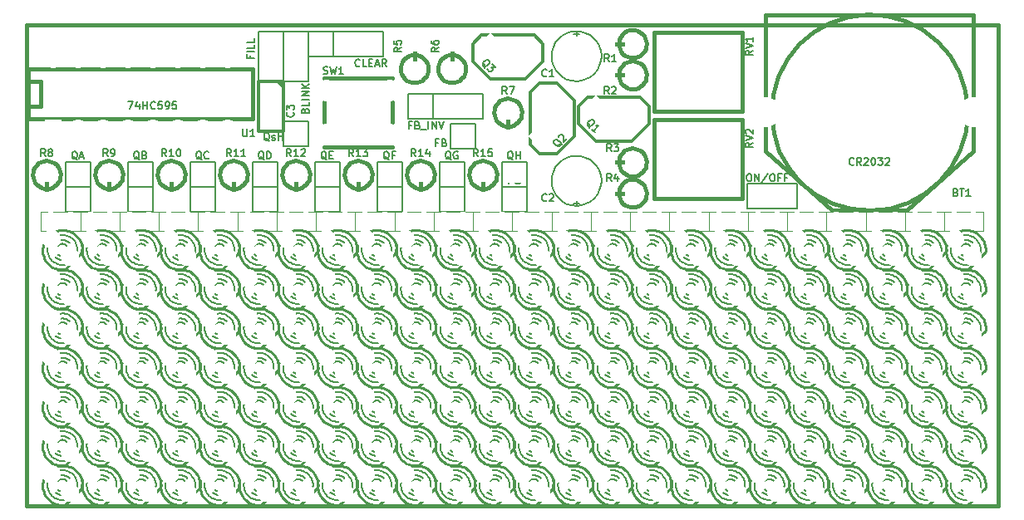
<source format=gto>
G04 (created by PCBNEW-RS274X (2011-dec-28)-stable) date Thu 26 Jan 2012 09:54:47 PM CET*
G01*
G70*
G90*
%MOIN*%
G04 Gerber Fmt 3.4, Leading zero omitted, Abs format*
%FSLAX34Y34*%
G04 APERTURE LIST*
%ADD10C,0.006000*%
%ADD11C,0.015000*%
%ADD12C,0.012000*%
%ADD13C,0.005000*%
%ADD14C,0.003900*%
%ADD15C,0.010000*%
%ADD16C,0.005900*%
%ADD17C,0.007500*%
%ADD18C,0.062800*%
%ADD19R,0.069800X0.097800*%
%ADD20O,0.069800X0.097800*%
%ADD21R,0.062800X0.062800*%
%ADD22C,0.086500*%
%ADD23C,0.120000*%
%ADD24R,0.204700X0.204700*%
%ADD25C,0.073800*%
%ADD26R,0.067800X0.067800*%
%ADD27C,0.067800*%
G04 APERTURE END LIST*
G54D10*
G54D11*
X19685Y-35039D02*
X19685Y-15748D01*
X58661Y-35039D02*
X19685Y-35039D01*
X58661Y-15748D02*
X58661Y-35039D01*
X19685Y-15748D02*
X58661Y-15748D01*
G54D12*
X44311Y-18646D02*
X42189Y-18646D01*
X42189Y-18646D02*
X41836Y-19000D01*
X41836Y-19000D02*
X41836Y-19707D01*
X41836Y-19707D02*
X42543Y-20414D01*
X42543Y-20414D02*
X43957Y-20414D01*
X43957Y-20414D02*
X44664Y-19707D01*
X44664Y-19707D02*
X44664Y-19000D01*
X44664Y-19000D02*
X44311Y-18646D01*
X39896Y-18439D02*
X39896Y-20561D01*
X39896Y-20561D02*
X40250Y-20914D01*
X40250Y-20914D02*
X40957Y-20914D01*
X40957Y-20914D02*
X41664Y-20207D01*
X41664Y-20207D02*
X41664Y-18793D01*
X41664Y-18793D02*
X40957Y-18086D01*
X40957Y-18086D02*
X40250Y-18086D01*
X40250Y-18086D02*
X39896Y-18439D01*
X40061Y-16146D02*
X37939Y-16146D01*
X37939Y-16146D02*
X37586Y-16500D01*
X37586Y-16500D02*
X37586Y-17207D01*
X37586Y-17207D02*
X38293Y-17914D01*
X38293Y-17914D02*
X39707Y-17914D01*
X39707Y-17914D02*
X40414Y-17207D01*
X40414Y-17207D02*
X40414Y-16500D01*
X40414Y-16500D02*
X40061Y-16146D01*
G54D11*
X19750Y-18000D02*
X19750Y-18000D01*
X19750Y-18000D02*
X20250Y-18000D01*
X20250Y-18000D02*
X20250Y-19000D01*
X20250Y-19000D02*
X19750Y-19000D01*
X19750Y-17500D02*
X28750Y-17500D01*
X28750Y-17500D02*
X28750Y-19500D01*
X28750Y-19500D02*
X19750Y-19500D01*
X19750Y-19500D02*
X19750Y-17500D01*
G54D13*
X42751Y-22000D02*
X42731Y-22194D01*
X42675Y-22381D01*
X42583Y-22553D01*
X42460Y-22705D01*
X42309Y-22829D01*
X42137Y-22922D01*
X41951Y-22980D01*
X41756Y-23000D01*
X41563Y-22983D01*
X41376Y-22928D01*
X41202Y-22837D01*
X41050Y-22715D01*
X40925Y-22565D01*
X40830Y-22394D01*
X40771Y-22208D01*
X40750Y-22013D01*
X40766Y-21820D01*
X40820Y-21632D01*
X40909Y-21458D01*
X41030Y-21305D01*
X41179Y-21179D01*
X41350Y-21083D01*
X41536Y-21023D01*
X41730Y-21000D01*
X41923Y-21015D01*
X42111Y-21067D01*
X42286Y-21155D01*
X42440Y-21276D01*
X42567Y-21423D01*
X42664Y-21593D01*
X42726Y-21779D01*
X42750Y-21973D01*
X42751Y-22000D01*
X42751Y-17000D02*
X42731Y-17194D01*
X42675Y-17381D01*
X42583Y-17553D01*
X42460Y-17705D01*
X42309Y-17829D01*
X42137Y-17922D01*
X41951Y-17980D01*
X41756Y-18000D01*
X41563Y-17983D01*
X41376Y-17928D01*
X41202Y-17837D01*
X41050Y-17715D01*
X40925Y-17565D01*
X40830Y-17394D01*
X40771Y-17208D01*
X40750Y-17013D01*
X40766Y-16820D01*
X40820Y-16632D01*
X40909Y-16458D01*
X41030Y-16305D01*
X41179Y-16179D01*
X41350Y-16083D01*
X41536Y-16023D01*
X41730Y-16000D01*
X41923Y-16015D01*
X42111Y-16067D01*
X42286Y-16155D01*
X42440Y-16276D01*
X42567Y-16423D01*
X42664Y-16593D01*
X42726Y-16779D01*
X42750Y-16973D01*
X42751Y-17000D01*
G54D11*
X48397Y-19550D02*
X48397Y-22700D01*
X48397Y-22700D02*
X44853Y-22700D01*
X44853Y-22700D02*
X44853Y-19550D01*
X44853Y-19550D02*
X48397Y-19550D01*
X44853Y-19200D02*
X44853Y-16050D01*
X44853Y-16050D02*
X48397Y-16050D01*
X48397Y-16050D02*
X48397Y-19200D01*
X48397Y-19200D02*
X44853Y-19200D01*
X54996Y-23187D02*
X52004Y-23187D01*
X52004Y-23187D02*
X49346Y-20805D01*
X49346Y-20805D02*
X49346Y-15352D01*
X49346Y-15352D02*
X57654Y-15352D01*
X57654Y-15352D02*
X57654Y-20805D01*
X57654Y-20805D02*
X54996Y-23187D01*
X57438Y-19250D02*
X57363Y-20014D01*
X57140Y-20750D01*
X56780Y-21429D01*
X56294Y-22024D01*
X55702Y-22514D01*
X55026Y-22880D01*
X54291Y-23107D01*
X53527Y-23187D01*
X52763Y-23118D01*
X52025Y-22901D01*
X51344Y-22545D01*
X50745Y-22063D01*
X50251Y-21474D01*
X49881Y-20801D01*
X49649Y-20068D01*
X49563Y-19304D01*
X49627Y-18540D01*
X49839Y-17801D01*
X50190Y-17117D01*
X50668Y-16515D01*
X51253Y-16017D01*
X51924Y-15642D01*
X52655Y-15404D01*
X53418Y-15313D01*
X54183Y-15372D01*
X54924Y-15579D01*
X55610Y-15926D01*
X56215Y-16399D01*
X56717Y-16981D01*
X57097Y-17649D01*
X57340Y-18378D01*
X57436Y-19141D01*
X57438Y-19250D01*
X20500Y-21750D02*
X20500Y-22750D01*
X21059Y-21750D02*
X21048Y-21858D01*
X21016Y-21963D01*
X20965Y-22059D01*
X20896Y-22143D01*
X20812Y-22213D01*
X20716Y-22265D01*
X20612Y-22297D01*
X20503Y-22308D01*
X20396Y-22299D01*
X20291Y-22268D01*
X20194Y-22217D01*
X20109Y-22149D01*
X20039Y-22065D01*
X19987Y-21970D01*
X19954Y-21866D01*
X19942Y-21757D01*
X19951Y-21650D01*
X19981Y-21545D01*
X20031Y-21448D01*
X20098Y-21362D01*
X20181Y-21291D01*
X20277Y-21238D01*
X20380Y-21205D01*
X20489Y-21192D01*
X20597Y-21200D01*
X20702Y-21229D01*
X20799Y-21279D01*
X20885Y-21346D01*
X20956Y-21428D01*
X21010Y-21523D01*
X21045Y-21627D01*
X21058Y-21735D01*
X21059Y-21750D01*
X23000Y-21750D02*
X23000Y-22750D01*
X23559Y-21750D02*
X23548Y-21858D01*
X23516Y-21963D01*
X23465Y-22059D01*
X23396Y-22143D01*
X23312Y-22213D01*
X23216Y-22265D01*
X23112Y-22297D01*
X23003Y-22308D01*
X22896Y-22299D01*
X22791Y-22268D01*
X22694Y-22217D01*
X22609Y-22149D01*
X22539Y-22065D01*
X22487Y-21970D01*
X22454Y-21866D01*
X22442Y-21757D01*
X22451Y-21650D01*
X22481Y-21545D01*
X22531Y-21448D01*
X22598Y-21362D01*
X22681Y-21291D01*
X22777Y-21238D01*
X22880Y-21205D01*
X22989Y-21192D01*
X23097Y-21200D01*
X23202Y-21229D01*
X23299Y-21279D01*
X23385Y-21346D01*
X23456Y-21428D01*
X23510Y-21523D01*
X23545Y-21627D01*
X23558Y-21735D01*
X23559Y-21750D01*
X25500Y-21750D02*
X25500Y-22750D01*
X26059Y-21750D02*
X26048Y-21858D01*
X26016Y-21963D01*
X25965Y-22059D01*
X25896Y-22143D01*
X25812Y-22213D01*
X25716Y-22265D01*
X25612Y-22297D01*
X25503Y-22308D01*
X25396Y-22299D01*
X25291Y-22268D01*
X25194Y-22217D01*
X25109Y-22149D01*
X25039Y-22065D01*
X24987Y-21970D01*
X24954Y-21866D01*
X24942Y-21757D01*
X24951Y-21650D01*
X24981Y-21545D01*
X25031Y-21448D01*
X25098Y-21362D01*
X25181Y-21291D01*
X25277Y-21238D01*
X25380Y-21205D01*
X25489Y-21192D01*
X25597Y-21200D01*
X25702Y-21229D01*
X25799Y-21279D01*
X25885Y-21346D01*
X25956Y-21428D01*
X26010Y-21523D01*
X26045Y-21627D01*
X26058Y-21735D01*
X26059Y-21750D01*
X28000Y-21750D02*
X28000Y-22750D01*
X28559Y-21750D02*
X28548Y-21858D01*
X28516Y-21963D01*
X28465Y-22059D01*
X28396Y-22143D01*
X28312Y-22213D01*
X28216Y-22265D01*
X28112Y-22297D01*
X28003Y-22308D01*
X27896Y-22299D01*
X27791Y-22268D01*
X27694Y-22217D01*
X27609Y-22149D01*
X27539Y-22065D01*
X27487Y-21970D01*
X27454Y-21866D01*
X27442Y-21757D01*
X27451Y-21650D01*
X27481Y-21545D01*
X27531Y-21448D01*
X27598Y-21362D01*
X27681Y-21291D01*
X27777Y-21238D01*
X27880Y-21205D01*
X27989Y-21192D01*
X28097Y-21200D01*
X28202Y-21229D01*
X28299Y-21279D01*
X28385Y-21346D01*
X28456Y-21428D01*
X28510Y-21523D01*
X28545Y-21627D01*
X28558Y-21735D01*
X28559Y-21750D01*
X30500Y-21750D02*
X30500Y-22750D01*
X31059Y-21750D02*
X31048Y-21858D01*
X31016Y-21963D01*
X30965Y-22059D01*
X30896Y-22143D01*
X30812Y-22213D01*
X30716Y-22265D01*
X30612Y-22297D01*
X30503Y-22308D01*
X30396Y-22299D01*
X30291Y-22268D01*
X30194Y-22217D01*
X30109Y-22149D01*
X30039Y-22065D01*
X29987Y-21970D01*
X29954Y-21866D01*
X29942Y-21757D01*
X29951Y-21650D01*
X29981Y-21545D01*
X30031Y-21448D01*
X30098Y-21362D01*
X30181Y-21291D01*
X30277Y-21238D01*
X30380Y-21205D01*
X30489Y-21192D01*
X30597Y-21200D01*
X30702Y-21229D01*
X30799Y-21279D01*
X30885Y-21346D01*
X30956Y-21428D01*
X31010Y-21523D01*
X31045Y-21627D01*
X31058Y-21735D01*
X31059Y-21750D01*
X33000Y-21750D02*
X33000Y-22750D01*
X33559Y-21750D02*
X33548Y-21858D01*
X33516Y-21963D01*
X33465Y-22059D01*
X33396Y-22143D01*
X33312Y-22213D01*
X33216Y-22265D01*
X33112Y-22297D01*
X33003Y-22308D01*
X32896Y-22299D01*
X32791Y-22268D01*
X32694Y-22217D01*
X32609Y-22149D01*
X32539Y-22065D01*
X32487Y-21970D01*
X32454Y-21866D01*
X32442Y-21757D01*
X32451Y-21650D01*
X32481Y-21545D01*
X32531Y-21448D01*
X32598Y-21362D01*
X32681Y-21291D01*
X32777Y-21238D01*
X32880Y-21205D01*
X32989Y-21192D01*
X33097Y-21200D01*
X33202Y-21229D01*
X33299Y-21279D01*
X33385Y-21346D01*
X33456Y-21428D01*
X33510Y-21523D01*
X33545Y-21627D01*
X33558Y-21735D01*
X33559Y-21750D01*
X35500Y-21750D02*
X35500Y-22750D01*
X36059Y-21750D02*
X36048Y-21858D01*
X36016Y-21963D01*
X35965Y-22059D01*
X35896Y-22143D01*
X35812Y-22213D01*
X35716Y-22265D01*
X35612Y-22297D01*
X35503Y-22308D01*
X35396Y-22299D01*
X35291Y-22268D01*
X35194Y-22217D01*
X35109Y-22149D01*
X35039Y-22065D01*
X34987Y-21970D01*
X34954Y-21866D01*
X34942Y-21757D01*
X34951Y-21650D01*
X34981Y-21545D01*
X35031Y-21448D01*
X35098Y-21362D01*
X35181Y-21291D01*
X35277Y-21238D01*
X35380Y-21205D01*
X35489Y-21192D01*
X35597Y-21200D01*
X35702Y-21229D01*
X35799Y-21279D01*
X35885Y-21346D01*
X35956Y-21428D01*
X36010Y-21523D01*
X36045Y-21627D01*
X36058Y-21735D01*
X36059Y-21750D01*
X38000Y-21750D02*
X38000Y-22750D01*
X38559Y-21750D02*
X38548Y-21858D01*
X38516Y-21963D01*
X38465Y-22059D01*
X38396Y-22143D01*
X38312Y-22213D01*
X38216Y-22265D01*
X38112Y-22297D01*
X38003Y-22308D01*
X37896Y-22299D01*
X37791Y-22268D01*
X37694Y-22217D01*
X37609Y-22149D01*
X37539Y-22065D01*
X37487Y-21970D01*
X37454Y-21866D01*
X37442Y-21757D01*
X37451Y-21650D01*
X37481Y-21545D01*
X37531Y-21448D01*
X37598Y-21362D01*
X37681Y-21291D01*
X37777Y-21238D01*
X37880Y-21205D01*
X37989Y-21192D01*
X38097Y-21200D01*
X38202Y-21229D01*
X38299Y-21279D01*
X38385Y-21346D01*
X38456Y-21428D01*
X38510Y-21523D01*
X38545Y-21627D01*
X38558Y-21735D01*
X38559Y-21750D01*
G54D12*
X30000Y-18020D02*
X30000Y-20000D01*
X30000Y-20000D02*
X29000Y-20000D01*
X29000Y-20000D02*
X29000Y-18000D01*
X29000Y-18000D02*
X30000Y-18000D01*
X29750Y-18000D02*
X30000Y-18250D01*
G54D11*
X44000Y-16500D02*
X43000Y-16500D01*
X44559Y-16500D02*
X44548Y-16608D01*
X44516Y-16713D01*
X44465Y-16809D01*
X44396Y-16893D01*
X44312Y-16963D01*
X44216Y-17015D01*
X44112Y-17047D01*
X44003Y-17058D01*
X43896Y-17049D01*
X43791Y-17018D01*
X43694Y-16967D01*
X43609Y-16899D01*
X43539Y-16815D01*
X43487Y-16720D01*
X43454Y-16616D01*
X43442Y-16507D01*
X43451Y-16400D01*
X43481Y-16295D01*
X43531Y-16198D01*
X43598Y-16112D01*
X43681Y-16041D01*
X43777Y-15988D01*
X43880Y-15955D01*
X43989Y-15942D01*
X44097Y-15950D01*
X44202Y-15979D01*
X44299Y-16029D01*
X44385Y-16096D01*
X44456Y-16178D01*
X44510Y-16273D01*
X44545Y-16377D01*
X44558Y-16485D01*
X44559Y-16500D01*
X44000Y-17750D02*
X43000Y-17750D01*
X44559Y-17750D02*
X44548Y-17858D01*
X44516Y-17963D01*
X44465Y-18059D01*
X44396Y-18143D01*
X44312Y-18213D01*
X44216Y-18265D01*
X44112Y-18297D01*
X44003Y-18308D01*
X43896Y-18299D01*
X43791Y-18268D01*
X43694Y-18217D01*
X43609Y-18149D01*
X43539Y-18065D01*
X43487Y-17970D01*
X43454Y-17866D01*
X43442Y-17757D01*
X43451Y-17650D01*
X43481Y-17545D01*
X43531Y-17448D01*
X43598Y-17362D01*
X43681Y-17291D01*
X43777Y-17238D01*
X43880Y-17205D01*
X43989Y-17192D01*
X44097Y-17200D01*
X44202Y-17229D01*
X44299Y-17279D01*
X44385Y-17346D01*
X44456Y-17428D01*
X44510Y-17523D01*
X44545Y-17627D01*
X44558Y-17735D01*
X44559Y-17750D01*
X44000Y-21250D02*
X43000Y-21250D01*
X44559Y-21250D02*
X44548Y-21358D01*
X44516Y-21463D01*
X44465Y-21559D01*
X44396Y-21643D01*
X44312Y-21713D01*
X44216Y-21765D01*
X44112Y-21797D01*
X44003Y-21808D01*
X43896Y-21799D01*
X43791Y-21768D01*
X43694Y-21717D01*
X43609Y-21649D01*
X43539Y-21565D01*
X43487Y-21470D01*
X43454Y-21366D01*
X43442Y-21257D01*
X43451Y-21150D01*
X43481Y-21045D01*
X43531Y-20948D01*
X43598Y-20862D01*
X43681Y-20791D01*
X43777Y-20738D01*
X43880Y-20705D01*
X43989Y-20692D01*
X44097Y-20700D01*
X44202Y-20729D01*
X44299Y-20779D01*
X44385Y-20846D01*
X44456Y-20928D01*
X44510Y-21023D01*
X44545Y-21127D01*
X44558Y-21235D01*
X44559Y-21250D01*
X44000Y-22500D02*
X43000Y-22500D01*
X44559Y-22500D02*
X44548Y-22608D01*
X44516Y-22713D01*
X44465Y-22809D01*
X44396Y-22893D01*
X44312Y-22963D01*
X44216Y-23015D01*
X44112Y-23047D01*
X44003Y-23058D01*
X43896Y-23049D01*
X43791Y-23018D01*
X43694Y-22967D01*
X43609Y-22899D01*
X43539Y-22815D01*
X43487Y-22720D01*
X43454Y-22616D01*
X43442Y-22507D01*
X43451Y-22400D01*
X43481Y-22295D01*
X43531Y-22198D01*
X43598Y-22112D01*
X43681Y-22041D01*
X43777Y-21988D01*
X43880Y-21955D01*
X43989Y-21942D01*
X44097Y-21950D01*
X44202Y-21979D01*
X44299Y-22029D01*
X44385Y-22096D01*
X44456Y-22178D01*
X44510Y-22273D01*
X44545Y-22377D01*
X44558Y-22485D01*
X44559Y-22500D01*
X35250Y-17500D02*
X35250Y-16500D01*
X35809Y-17500D02*
X35798Y-17608D01*
X35766Y-17713D01*
X35715Y-17809D01*
X35646Y-17893D01*
X35562Y-17963D01*
X35466Y-18015D01*
X35362Y-18047D01*
X35253Y-18058D01*
X35146Y-18049D01*
X35041Y-18018D01*
X34944Y-17967D01*
X34859Y-17899D01*
X34789Y-17815D01*
X34737Y-17720D01*
X34704Y-17616D01*
X34692Y-17507D01*
X34701Y-17400D01*
X34731Y-17295D01*
X34781Y-17198D01*
X34848Y-17112D01*
X34931Y-17041D01*
X35027Y-16988D01*
X35130Y-16955D01*
X35239Y-16942D01*
X35347Y-16950D01*
X35452Y-16979D01*
X35549Y-17029D01*
X35635Y-17096D01*
X35706Y-17178D01*
X35760Y-17273D01*
X35795Y-17377D01*
X35808Y-17485D01*
X35809Y-17500D01*
X36750Y-17500D02*
X36750Y-16500D01*
X37309Y-17500D02*
X37298Y-17608D01*
X37266Y-17713D01*
X37215Y-17809D01*
X37146Y-17893D01*
X37062Y-17963D01*
X36966Y-18015D01*
X36862Y-18047D01*
X36753Y-18058D01*
X36646Y-18049D01*
X36541Y-18018D01*
X36444Y-17967D01*
X36359Y-17899D01*
X36289Y-17815D01*
X36237Y-17720D01*
X36204Y-17616D01*
X36192Y-17507D01*
X36201Y-17400D01*
X36231Y-17295D01*
X36281Y-17198D01*
X36348Y-17112D01*
X36431Y-17041D01*
X36527Y-16988D01*
X36630Y-16955D01*
X36739Y-16942D01*
X36847Y-16950D01*
X36952Y-16979D01*
X37049Y-17029D01*
X37135Y-17096D01*
X37206Y-17178D01*
X37260Y-17273D01*
X37295Y-17377D01*
X37308Y-17485D01*
X37309Y-17500D01*
X39000Y-19250D02*
X39000Y-20250D01*
X39559Y-19250D02*
X39548Y-19358D01*
X39516Y-19463D01*
X39465Y-19559D01*
X39396Y-19643D01*
X39312Y-19713D01*
X39216Y-19765D01*
X39112Y-19797D01*
X39003Y-19808D01*
X38896Y-19799D01*
X38791Y-19768D01*
X38694Y-19717D01*
X38609Y-19649D01*
X38539Y-19565D01*
X38487Y-19470D01*
X38454Y-19366D01*
X38442Y-19257D01*
X38451Y-19150D01*
X38481Y-19045D01*
X38531Y-18948D01*
X38598Y-18862D01*
X38681Y-18791D01*
X38777Y-18738D01*
X38880Y-18705D01*
X38989Y-18692D01*
X39097Y-18700D01*
X39202Y-18729D01*
X39299Y-18779D01*
X39385Y-18846D01*
X39456Y-18928D01*
X39510Y-19023D01*
X39545Y-19127D01*
X39558Y-19235D01*
X39559Y-19250D01*
X31622Y-19644D02*
X31622Y-18856D01*
X34378Y-20628D02*
X31622Y-20628D01*
X34378Y-18856D02*
X34378Y-19644D01*
X31622Y-17872D02*
X34378Y-17872D01*
G54D14*
X47051Y-24016D02*
X47051Y-23228D01*
X47051Y-23228D02*
X45477Y-23228D01*
X45477Y-23228D02*
X45477Y-24016D01*
X45477Y-24016D02*
X47051Y-24016D01*
X23426Y-24016D02*
X23426Y-23228D01*
X23426Y-23228D02*
X21852Y-23228D01*
X21852Y-23228D02*
X21852Y-24016D01*
X21852Y-24016D02*
X23426Y-24016D01*
X21851Y-24016D02*
X21851Y-23228D01*
X21851Y-23228D02*
X20277Y-23228D01*
X20277Y-23228D02*
X20277Y-24016D01*
X20277Y-24016D02*
X21851Y-24016D01*
X25001Y-24016D02*
X25001Y-23228D01*
X25001Y-23228D02*
X23427Y-23228D01*
X23427Y-23228D02*
X23427Y-24016D01*
X23427Y-24016D02*
X25001Y-24016D01*
X31301Y-24016D02*
X31301Y-23228D01*
X31301Y-23228D02*
X29727Y-23228D01*
X29727Y-23228D02*
X29727Y-24016D01*
X29727Y-24016D02*
X31301Y-24016D01*
X28151Y-24016D02*
X28151Y-23228D01*
X28151Y-23228D02*
X26577Y-23228D01*
X26577Y-23228D02*
X26577Y-24016D01*
X26577Y-24016D02*
X28151Y-24016D01*
X40751Y-24016D02*
X40751Y-23228D01*
X40751Y-23228D02*
X39177Y-23228D01*
X39177Y-23228D02*
X39177Y-24016D01*
X39177Y-24016D02*
X40751Y-24016D01*
X43901Y-24016D02*
X43901Y-23228D01*
X43901Y-23228D02*
X42327Y-23228D01*
X42327Y-23228D02*
X42327Y-24016D01*
X42327Y-24016D02*
X43901Y-24016D01*
X37601Y-24016D02*
X37601Y-23228D01*
X37601Y-23228D02*
X36027Y-23228D01*
X36027Y-23228D02*
X36027Y-24016D01*
X36027Y-24016D02*
X37601Y-24016D01*
X34451Y-24016D02*
X34451Y-23228D01*
X34451Y-23228D02*
X32877Y-23228D01*
X32877Y-23228D02*
X32877Y-24016D01*
X32877Y-24016D02*
X34451Y-24016D01*
X53351Y-24016D02*
X53351Y-23228D01*
X53351Y-23228D02*
X51777Y-23228D01*
X51777Y-23228D02*
X51777Y-24016D01*
X51777Y-24016D02*
X53351Y-24016D01*
X56501Y-24016D02*
X56501Y-23228D01*
X56501Y-23228D02*
X54927Y-23228D01*
X54927Y-23228D02*
X54927Y-24016D01*
X54927Y-24016D02*
X56501Y-24016D01*
X50201Y-24016D02*
X50201Y-23228D01*
X50201Y-23228D02*
X48627Y-23228D01*
X48627Y-23228D02*
X48627Y-24016D01*
X48627Y-24016D02*
X50201Y-24016D01*
X48626Y-24016D02*
X48626Y-23228D01*
X48626Y-23228D02*
X47052Y-23228D01*
X47052Y-23228D02*
X47052Y-24016D01*
X47052Y-24016D02*
X48626Y-24016D01*
X51776Y-24016D02*
X51776Y-23228D01*
X51776Y-23228D02*
X50202Y-23228D01*
X50202Y-23228D02*
X50202Y-24016D01*
X50202Y-24016D02*
X51776Y-24016D01*
X58076Y-24016D02*
X58076Y-23228D01*
X58076Y-23228D02*
X56502Y-23228D01*
X56502Y-23228D02*
X56502Y-24016D01*
X56502Y-24016D02*
X58076Y-24016D01*
X54926Y-24016D02*
X54926Y-23228D01*
X54926Y-23228D02*
X53352Y-23228D01*
X53352Y-23228D02*
X53352Y-24016D01*
X53352Y-24016D02*
X54926Y-24016D01*
X36026Y-24016D02*
X36026Y-23228D01*
X36026Y-23228D02*
X34452Y-23228D01*
X34452Y-23228D02*
X34452Y-24016D01*
X34452Y-24016D02*
X36026Y-24016D01*
X39176Y-24016D02*
X39176Y-23228D01*
X39176Y-23228D02*
X37602Y-23228D01*
X37602Y-23228D02*
X37602Y-24016D01*
X37602Y-24016D02*
X39176Y-24016D01*
X45476Y-24016D02*
X45476Y-23228D01*
X45476Y-23228D02*
X43902Y-23228D01*
X43902Y-23228D02*
X43902Y-24016D01*
X43902Y-24016D02*
X45476Y-24016D01*
X42326Y-24016D02*
X42326Y-23228D01*
X42326Y-23228D02*
X40752Y-23228D01*
X40752Y-23228D02*
X40752Y-24016D01*
X40752Y-24016D02*
X42326Y-24016D01*
X29726Y-24016D02*
X29726Y-23228D01*
X29726Y-23228D02*
X28152Y-23228D01*
X28152Y-23228D02*
X28152Y-24016D01*
X28152Y-24016D02*
X29726Y-24016D01*
X32876Y-24016D02*
X32876Y-23228D01*
X32876Y-23228D02*
X31302Y-23228D01*
X31302Y-23228D02*
X31302Y-24016D01*
X31302Y-24016D02*
X32876Y-24016D01*
X26576Y-24016D02*
X26576Y-23228D01*
X26576Y-23228D02*
X25002Y-23228D01*
X25002Y-23228D02*
X25002Y-24016D01*
X25002Y-24016D02*
X26576Y-24016D01*
G54D15*
X52720Y-27141D02*
X53427Y-26434D01*
G54D10*
X52581Y-25751D02*
X52529Y-25758D01*
X52478Y-25770D01*
X52428Y-25785D01*
X52380Y-25806D01*
X52333Y-25830D01*
X52289Y-25858D01*
X52248Y-25890D01*
X52211Y-25925D01*
X52211Y-25925D02*
X52176Y-25964D01*
X52144Y-26005D01*
X52116Y-26050D01*
X52092Y-26096D01*
X52072Y-26144D01*
X52056Y-26194D01*
X52045Y-26245D01*
X52038Y-26297D01*
X52037Y-26314D01*
X53057Y-26771D02*
X53093Y-26733D01*
X53124Y-26691D01*
X53152Y-26647D01*
X53176Y-26601D01*
X53196Y-26553D01*
X53212Y-26503D01*
X53223Y-26452D01*
X53230Y-26401D01*
X53231Y-26394D01*
X52689Y-26945D02*
X52741Y-26938D01*
X52792Y-26927D01*
X52841Y-26911D01*
X52890Y-26890D01*
X52936Y-26866D01*
X52980Y-26838D01*
X53021Y-26806D01*
X53058Y-26772D01*
X53227Y-26445D02*
X53233Y-26393D01*
X53234Y-26342D01*
X53232Y-26290D01*
X53224Y-26238D01*
X53212Y-26187D01*
X53196Y-26137D01*
X53175Y-26089D01*
X53150Y-26043D01*
X53122Y-25999D01*
X53089Y-25958D01*
X53058Y-25924D01*
X53059Y-25925D02*
X53020Y-25890D01*
X52979Y-25858D01*
X52935Y-25830D01*
X52888Y-25806D01*
X52840Y-25786D01*
X52790Y-25770D01*
X52739Y-25759D01*
X52687Y-25752D01*
X52635Y-25749D01*
X52583Y-25752D01*
X52551Y-25755D01*
X52213Y-26771D02*
X52251Y-26807D01*
X52293Y-26838D01*
X52337Y-26866D01*
X52383Y-26890D01*
X52431Y-26910D01*
X52481Y-26926D01*
X52532Y-26937D01*
X52583Y-26944D01*
X52635Y-26947D01*
X52687Y-26944D01*
X52708Y-26942D01*
X52040Y-26274D02*
X52036Y-26326D01*
X52036Y-26378D01*
X52041Y-26430D01*
X52050Y-26481D01*
X52064Y-26532D01*
X52082Y-26581D01*
X52105Y-26628D01*
X52131Y-26674D01*
X52161Y-26716D01*
X52195Y-26756D01*
X52210Y-26772D01*
X52811Y-26173D02*
X52795Y-26158D01*
X52778Y-26145D01*
X52760Y-26133D01*
X52740Y-26123D01*
X52720Y-26115D01*
X52699Y-26108D01*
X52678Y-26103D01*
X52656Y-26100D01*
X52635Y-26099D01*
X52614Y-26100D01*
X52592Y-26103D01*
X52571Y-26108D01*
X52550Y-26115D01*
X52530Y-26123D01*
X52511Y-26133D01*
X52492Y-26145D01*
X52475Y-26158D01*
X52459Y-26173D01*
X52917Y-26067D02*
X52892Y-26043D01*
X52864Y-26022D01*
X52835Y-26003D01*
X52804Y-25987D01*
X52771Y-25974D01*
X52738Y-25963D01*
X52704Y-25956D01*
X52669Y-25951D01*
X52635Y-25949D01*
X52601Y-25951D01*
X52566Y-25956D01*
X52532Y-25963D01*
X52499Y-25974D01*
X52466Y-25987D01*
X52436Y-26003D01*
X52406Y-26022D01*
X52378Y-26043D01*
X52353Y-26067D01*
X52460Y-26524D02*
X52476Y-26538D01*
X52493Y-26552D01*
X52512Y-26563D01*
X52531Y-26573D01*
X52551Y-26582D01*
X52571Y-26588D01*
X52592Y-26593D01*
X52614Y-26596D01*
X52635Y-26597D01*
X52656Y-26596D01*
X52678Y-26593D01*
X52699Y-26588D01*
X52719Y-26582D01*
X52739Y-26573D01*
X52759Y-26563D01*
X52777Y-26552D01*
X52794Y-26538D01*
X52810Y-26524D01*
X52353Y-26631D02*
X52378Y-26655D01*
X52406Y-26676D01*
X52436Y-26695D01*
X52466Y-26711D01*
X52499Y-26724D01*
X52532Y-26735D01*
X52566Y-26742D01*
X52601Y-26747D01*
X52635Y-26749D01*
X52669Y-26747D01*
X52704Y-26742D01*
X52738Y-26735D01*
X52771Y-26724D01*
X52804Y-26711D01*
X52835Y-26695D01*
X52864Y-26676D01*
X52892Y-26655D01*
X52917Y-26631D01*
G54D15*
X53430Y-26418D02*
X53434Y-26349D01*
X53430Y-26280D01*
X53421Y-26211D01*
X53406Y-26143D01*
X53385Y-26076D01*
X53359Y-26012D01*
X53326Y-25950D01*
X53289Y-25891D01*
X53247Y-25836D01*
X53199Y-25785D01*
X53198Y-25784D01*
X53199Y-25785D02*
X53148Y-25737D01*
X53093Y-25695D01*
X53034Y-25658D01*
X52972Y-25625D01*
X52908Y-25599D01*
X52841Y-25578D01*
X52773Y-25563D01*
X52704Y-25554D01*
X52635Y-25550D01*
X52566Y-25554D01*
X52497Y-25563D01*
X52429Y-25578D01*
X52403Y-25585D01*
X52071Y-26913D02*
X52123Y-26960D01*
X52178Y-27002D01*
X52237Y-27040D01*
X52298Y-27072D01*
X52363Y-27098D01*
X52429Y-27119D01*
X52497Y-27134D01*
X52566Y-27143D01*
X52635Y-27147D01*
X52700Y-27144D01*
X51865Y-26139D02*
X51849Y-26207D01*
X51840Y-26276D01*
X51837Y-26345D01*
X51839Y-26414D01*
X51848Y-26483D01*
X51863Y-26551D01*
X51883Y-26618D01*
X51910Y-26682D01*
X51941Y-26744D01*
X51979Y-26803D01*
X52021Y-26859D01*
X52068Y-26911D01*
X52070Y-26912D01*
X52406Y-25583D02*
X52340Y-25606D01*
X52276Y-25635D01*
X52215Y-25669D01*
X52157Y-25708D01*
X52103Y-25752D01*
X52070Y-25784D01*
X52071Y-25785D02*
X52023Y-25836D01*
X51981Y-25891D01*
X51944Y-25950D01*
X51911Y-26012D01*
X51885Y-26076D01*
X51864Y-26143D01*
X51858Y-26164D01*
X52720Y-25568D02*
X53427Y-24861D01*
G54D10*
X52581Y-24178D02*
X52529Y-24185D01*
X52478Y-24197D01*
X52428Y-24212D01*
X52380Y-24233D01*
X52333Y-24257D01*
X52289Y-24285D01*
X52248Y-24317D01*
X52211Y-24352D01*
X52211Y-24352D02*
X52176Y-24391D01*
X52144Y-24432D01*
X52116Y-24477D01*
X52092Y-24523D01*
X52072Y-24571D01*
X52056Y-24621D01*
X52045Y-24672D01*
X52038Y-24724D01*
X52037Y-24741D01*
X53057Y-25198D02*
X53093Y-25160D01*
X53124Y-25118D01*
X53152Y-25074D01*
X53176Y-25028D01*
X53196Y-24980D01*
X53212Y-24930D01*
X53223Y-24879D01*
X53230Y-24828D01*
X53231Y-24821D01*
X52689Y-25372D02*
X52741Y-25365D01*
X52792Y-25354D01*
X52841Y-25338D01*
X52890Y-25317D01*
X52936Y-25293D01*
X52980Y-25265D01*
X53021Y-25233D01*
X53058Y-25199D01*
X53227Y-24872D02*
X53233Y-24820D01*
X53234Y-24769D01*
X53232Y-24717D01*
X53224Y-24665D01*
X53212Y-24614D01*
X53196Y-24564D01*
X53175Y-24516D01*
X53150Y-24470D01*
X53122Y-24426D01*
X53089Y-24385D01*
X53058Y-24351D01*
X53059Y-24352D02*
X53020Y-24317D01*
X52979Y-24285D01*
X52935Y-24257D01*
X52888Y-24233D01*
X52840Y-24213D01*
X52790Y-24197D01*
X52739Y-24186D01*
X52687Y-24179D01*
X52635Y-24176D01*
X52583Y-24179D01*
X52551Y-24182D01*
X52213Y-25198D02*
X52251Y-25234D01*
X52293Y-25265D01*
X52337Y-25293D01*
X52383Y-25317D01*
X52431Y-25337D01*
X52481Y-25353D01*
X52532Y-25364D01*
X52583Y-25371D01*
X52635Y-25374D01*
X52687Y-25371D01*
X52708Y-25369D01*
X52040Y-24701D02*
X52036Y-24753D01*
X52036Y-24805D01*
X52041Y-24857D01*
X52050Y-24908D01*
X52064Y-24959D01*
X52082Y-25008D01*
X52105Y-25055D01*
X52131Y-25101D01*
X52161Y-25143D01*
X52195Y-25183D01*
X52210Y-25199D01*
X52811Y-24600D02*
X52795Y-24585D01*
X52778Y-24572D01*
X52760Y-24560D01*
X52740Y-24550D01*
X52720Y-24542D01*
X52699Y-24535D01*
X52678Y-24530D01*
X52656Y-24527D01*
X52635Y-24526D01*
X52614Y-24527D01*
X52592Y-24530D01*
X52571Y-24535D01*
X52550Y-24542D01*
X52530Y-24550D01*
X52511Y-24560D01*
X52492Y-24572D01*
X52475Y-24585D01*
X52459Y-24600D01*
X52917Y-24494D02*
X52892Y-24470D01*
X52864Y-24449D01*
X52835Y-24430D01*
X52804Y-24414D01*
X52771Y-24401D01*
X52738Y-24390D01*
X52704Y-24383D01*
X52669Y-24378D01*
X52635Y-24376D01*
X52601Y-24378D01*
X52566Y-24383D01*
X52532Y-24390D01*
X52499Y-24401D01*
X52466Y-24414D01*
X52436Y-24430D01*
X52406Y-24449D01*
X52378Y-24470D01*
X52353Y-24494D01*
X52460Y-24951D02*
X52476Y-24965D01*
X52493Y-24979D01*
X52512Y-24990D01*
X52531Y-25000D01*
X52551Y-25009D01*
X52571Y-25015D01*
X52592Y-25020D01*
X52614Y-25023D01*
X52635Y-25024D01*
X52656Y-25023D01*
X52678Y-25020D01*
X52699Y-25015D01*
X52719Y-25009D01*
X52739Y-25000D01*
X52759Y-24990D01*
X52777Y-24979D01*
X52794Y-24965D01*
X52810Y-24951D01*
X52353Y-25058D02*
X52378Y-25082D01*
X52406Y-25103D01*
X52436Y-25122D01*
X52466Y-25138D01*
X52499Y-25151D01*
X52532Y-25162D01*
X52566Y-25169D01*
X52601Y-25174D01*
X52635Y-25176D01*
X52669Y-25174D01*
X52704Y-25169D01*
X52738Y-25162D01*
X52771Y-25151D01*
X52804Y-25138D01*
X52835Y-25122D01*
X52864Y-25103D01*
X52892Y-25082D01*
X52917Y-25058D01*
G54D15*
X53430Y-24845D02*
X53434Y-24776D01*
X53430Y-24707D01*
X53421Y-24638D01*
X53406Y-24570D01*
X53385Y-24503D01*
X53359Y-24439D01*
X53326Y-24377D01*
X53289Y-24318D01*
X53247Y-24263D01*
X53199Y-24212D01*
X53198Y-24211D01*
X53199Y-24212D02*
X53148Y-24164D01*
X53093Y-24122D01*
X53034Y-24085D01*
X52972Y-24052D01*
X52908Y-24026D01*
X52841Y-24005D01*
X52773Y-23990D01*
X52704Y-23981D01*
X52635Y-23977D01*
X52566Y-23981D01*
X52497Y-23990D01*
X52429Y-24005D01*
X52403Y-24012D01*
X52071Y-25340D02*
X52123Y-25387D01*
X52178Y-25429D01*
X52237Y-25467D01*
X52298Y-25499D01*
X52363Y-25525D01*
X52429Y-25546D01*
X52497Y-25561D01*
X52566Y-25570D01*
X52635Y-25574D01*
X52700Y-25571D01*
X51865Y-24566D02*
X51849Y-24634D01*
X51840Y-24703D01*
X51837Y-24772D01*
X51839Y-24841D01*
X51848Y-24910D01*
X51863Y-24978D01*
X51883Y-25045D01*
X51910Y-25109D01*
X51941Y-25171D01*
X51979Y-25230D01*
X52021Y-25286D01*
X52068Y-25338D01*
X52070Y-25339D01*
X52406Y-24010D02*
X52340Y-24033D01*
X52276Y-24062D01*
X52215Y-24096D01*
X52157Y-24135D01*
X52103Y-24179D01*
X52070Y-24211D01*
X52071Y-24212D02*
X52023Y-24263D01*
X51981Y-24318D01*
X51944Y-24377D01*
X51911Y-24439D01*
X51885Y-24503D01*
X51864Y-24570D01*
X51858Y-24591D01*
X33820Y-28714D02*
X34527Y-28007D01*
G54D10*
X33681Y-27324D02*
X33629Y-27331D01*
X33578Y-27343D01*
X33528Y-27358D01*
X33480Y-27379D01*
X33433Y-27403D01*
X33389Y-27431D01*
X33348Y-27463D01*
X33311Y-27498D01*
X33311Y-27498D02*
X33276Y-27537D01*
X33244Y-27578D01*
X33216Y-27623D01*
X33192Y-27669D01*
X33172Y-27717D01*
X33156Y-27767D01*
X33145Y-27818D01*
X33138Y-27870D01*
X33137Y-27887D01*
X34157Y-28344D02*
X34193Y-28306D01*
X34224Y-28264D01*
X34252Y-28220D01*
X34276Y-28174D01*
X34296Y-28126D01*
X34312Y-28076D01*
X34323Y-28025D01*
X34330Y-27974D01*
X34331Y-27967D01*
X33789Y-28518D02*
X33841Y-28511D01*
X33892Y-28500D01*
X33941Y-28484D01*
X33990Y-28463D01*
X34036Y-28439D01*
X34080Y-28411D01*
X34121Y-28379D01*
X34158Y-28345D01*
X34327Y-28018D02*
X34333Y-27966D01*
X34334Y-27915D01*
X34332Y-27863D01*
X34324Y-27811D01*
X34312Y-27760D01*
X34296Y-27710D01*
X34275Y-27662D01*
X34250Y-27616D01*
X34222Y-27572D01*
X34189Y-27531D01*
X34158Y-27497D01*
X34159Y-27498D02*
X34120Y-27463D01*
X34079Y-27431D01*
X34035Y-27403D01*
X33988Y-27379D01*
X33940Y-27359D01*
X33890Y-27343D01*
X33839Y-27332D01*
X33787Y-27325D01*
X33735Y-27322D01*
X33683Y-27325D01*
X33651Y-27328D01*
X33313Y-28344D02*
X33351Y-28380D01*
X33393Y-28411D01*
X33437Y-28439D01*
X33483Y-28463D01*
X33531Y-28483D01*
X33581Y-28499D01*
X33632Y-28510D01*
X33683Y-28517D01*
X33735Y-28520D01*
X33787Y-28517D01*
X33808Y-28515D01*
X33140Y-27847D02*
X33136Y-27899D01*
X33136Y-27951D01*
X33141Y-28003D01*
X33150Y-28054D01*
X33164Y-28105D01*
X33182Y-28154D01*
X33205Y-28201D01*
X33231Y-28247D01*
X33261Y-28289D01*
X33295Y-28329D01*
X33310Y-28345D01*
X33911Y-27746D02*
X33895Y-27731D01*
X33878Y-27718D01*
X33860Y-27706D01*
X33840Y-27696D01*
X33820Y-27688D01*
X33799Y-27681D01*
X33778Y-27676D01*
X33756Y-27673D01*
X33735Y-27672D01*
X33714Y-27673D01*
X33692Y-27676D01*
X33671Y-27681D01*
X33650Y-27688D01*
X33630Y-27696D01*
X33611Y-27706D01*
X33592Y-27718D01*
X33575Y-27731D01*
X33559Y-27746D01*
X34017Y-27640D02*
X33992Y-27616D01*
X33964Y-27595D01*
X33935Y-27576D01*
X33904Y-27560D01*
X33871Y-27547D01*
X33838Y-27536D01*
X33804Y-27529D01*
X33769Y-27524D01*
X33735Y-27522D01*
X33701Y-27524D01*
X33666Y-27529D01*
X33632Y-27536D01*
X33599Y-27547D01*
X33566Y-27560D01*
X33536Y-27576D01*
X33506Y-27595D01*
X33478Y-27616D01*
X33453Y-27640D01*
X33560Y-28097D02*
X33576Y-28111D01*
X33593Y-28125D01*
X33612Y-28136D01*
X33631Y-28146D01*
X33651Y-28155D01*
X33671Y-28161D01*
X33692Y-28166D01*
X33714Y-28169D01*
X33735Y-28170D01*
X33756Y-28169D01*
X33778Y-28166D01*
X33799Y-28161D01*
X33819Y-28155D01*
X33839Y-28146D01*
X33859Y-28136D01*
X33877Y-28125D01*
X33894Y-28111D01*
X33910Y-28097D01*
X33453Y-28204D02*
X33478Y-28228D01*
X33506Y-28249D01*
X33536Y-28268D01*
X33566Y-28284D01*
X33599Y-28297D01*
X33632Y-28308D01*
X33666Y-28315D01*
X33701Y-28320D01*
X33735Y-28322D01*
X33769Y-28320D01*
X33804Y-28315D01*
X33838Y-28308D01*
X33871Y-28297D01*
X33904Y-28284D01*
X33935Y-28268D01*
X33964Y-28249D01*
X33992Y-28228D01*
X34017Y-28204D01*
G54D15*
X34530Y-27991D02*
X34534Y-27922D01*
X34530Y-27853D01*
X34521Y-27784D01*
X34506Y-27716D01*
X34485Y-27649D01*
X34459Y-27585D01*
X34426Y-27523D01*
X34389Y-27464D01*
X34347Y-27409D01*
X34299Y-27358D01*
X34298Y-27357D01*
X34299Y-27358D02*
X34248Y-27310D01*
X34193Y-27268D01*
X34134Y-27231D01*
X34072Y-27198D01*
X34008Y-27172D01*
X33941Y-27151D01*
X33873Y-27136D01*
X33804Y-27127D01*
X33735Y-27123D01*
X33666Y-27127D01*
X33597Y-27136D01*
X33529Y-27151D01*
X33503Y-27158D01*
X33171Y-28486D02*
X33223Y-28533D01*
X33278Y-28575D01*
X33337Y-28613D01*
X33398Y-28645D01*
X33463Y-28671D01*
X33529Y-28692D01*
X33597Y-28707D01*
X33666Y-28716D01*
X33735Y-28720D01*
X33800Y-28717D01*
X32965Y-27712D02*
X32949Y-27780D01*
X32940Y-27849D01*
X32937Y-27918D01*
X32939Y-27987D01*
X32948Y-28056D01*
X32963Y-28124D01*
X32983Y-28191D01*
X33010Y-28255D01*
X33041Y-28317D01*
X33079Y-28376D01*
X33121Y-28432D01*
X33168Y-28484D01*
X33170Y-28485D01*
X33506Y-27156D02*
X33440Y-27179D01*
X33376Y-27208D01*
X33315Y-27242D01*
X33257Y-27281D01*
X33203Y-27325D01*
X33170Y-27357D01*
X33171Y-27358D02*
X33123Y-27409D01*
X33081Y-27464D01*
X33044Y-27523D01*
X33011Y-27585D01*
X32985Y-27649D01*
X32964Y-27716D01*
X32958Y-27737D01*
X33820Y-25568D02*
X34527Y-24861D01*
G54D10*
X33681Y-24178D02*
X33629Y-24185D01*
X33578Y-24197D01*
X33528Y-24212D01*
X33480Y-24233D01*
X33433Y-24257D01*
X33389Y-24285D01*
X33348Y-24317D01*
X33311Y-24352D01*
X33311Y-24352D02*
X33276Y-24391D01*
X33244Y-24432D01*
X33216Y-24477D01*
X33192Y-24523D01*
X33172Y-24571D01*
X33156Y-24621D01*
X33145Y-24672D01*
X33138Y-24724D01*
X33137Y-24741D01*
X34157Y-25198D02*
X34193Y-25160D01*
X34224Y-25118D01*
X34252Y-25074D01*
X34276Y-25028D01*
X34296Y-24980D01*
X34312Y-24930D01*
X34323Y-24879D01*
X34330Y-24828D01*
X34331Y-24821D01*
X33789Y-25372D02*
X33841Y-25365D01*
X33892Y-25354D01*
X33941Y-25338D01*
X33990Y-25317D01*
X34036Y-25293D01*
X34080Y-25265D01*
X34121Y-25233D01*
X34158Y-25199D01*
X34327Y-24872D02*
X34333Y-24820D01*
X34334Y-24769D01*
X34332Y-24717D01*
X34324Y-24665D01*
X34312Y-24614D01*
X34296Y-24564D01*
X34275Y-24516D01*
X34250Y-24470D01*
X34222Y-24426D01*
X34189Y-24385D01*
X34158Y-24351D01*
X34159Y-24352D02*
X34120Y-24317D01*
X34079Y-24285D01*
X34035Y-24257D01*
X33988Y-24233D01*
X33940Y-24213D01*
X33890Y-24197D01*
X33839Y-24186D01*
X33787Y-24179D01*
X33735Y-24176D01*
X33683Y-24179D01*
X33651Y-24182D01*
X33313Y-25198D02*
X33351Y-25234D01*
X33393Y-25265D01*
X33437Y-25293D01*
X33483Y-25317D01*
X33531Y-25337D01*
X33581Y-25353D01*
X33632Y-25364D01*
X33683Y-25371D01*
X33735Y-25374D01*
X33787Y-25371D01*
X33808Y-25369D01*
X33140Y-24701D02*
X33136Y-24753D01*
X33136Y-24805D01*
X33141Y-24857D01*
X33150Y-24908D01*
X33164Y-24959D01*
X33182Y-25008D01*
X33205Y-25055D01*
X33231Y-25101D01*
X33261Y-25143D01*
X33295Y-25183D01*
X33310Y-25199D01*
X33911Y-24600D02*
X33895Y-24585D01*
X33878Y-24572D01*
X33860Y-24560D01*
X33840Y-24550D01*
X33820Y-24542D01*
X33799Y-24535D01*
X33778Y-24530D01*
X33756Y-24527D01*
X33735Y-24526D01*
X33714Y-24527D01*
X33692Y-24530D01*
X33671Y-24535D01*
X33650Y-24542D01*
X33630Y-24550D01*
X33611Y-24560D01*
X33592Y-24572D01*
X33575Y-24585D01*
X33559Y-24600D01*
X34017Y-24494D02*
X33992Y-24470D01*
X33964Y-24449D01*
X33935Y-24430D01*
X33904Y-24414D01*
X33871Y-24401D01*
X33838Y-24390D01*
X33804Y-24383D01*
X33769Y-24378D01*
X33735Y-24376D01*
X33701Y-24378D01*
X33666Y-24383D01*
X33632Y-24390D01*
X33599Y-24401D01*
X33566Y-24414D01*
X33536Y-24430D01*
X33506Y-24449D01*
X33478Y-24470D01*
X33453Y-24494D01*
X33560Y-24951D02*
X33576Y-24965D01*
X33593Y-24979D01*
X33612Y-24990D01*
X33631Y-25000D01*
X33651Y-25009D01*
X33671Y-25015D01*
X33692Y-25020D01*
X33714Y-25023D01*
X33735Y-25024D01*
X33756Y-25023D01*
X33778Y-25020D01*
X33799Y-25015D01*
X33819Y-25009D01*
X33839Y-25000D01*
X33859Y-24990D01*
X33877Y-24979D01*
X33894Y-24965D01*
X33910Y-24951D01*
X33453Y-25058D02*
X33478Y-25082D01*
X33506Y-25103D01*
X33536Y-25122D01*
X33566Y-25138D01*
X33599Y-25151D01*
X33632Y-25162D01*
X33666Y-25169D01*
X33701Y-25174D01*
X33735Y-25176D01*
X33769Y-25174D01*
X33804Y-25169D01*
X33838Y-25162D01*
X33871Y-25151D01*
X33904Y-25138D01*
X33935Y-25122D01*
X33964Y-25103D01*
X33992Y-25082D01*
X34017Y-25058D01*
G54D15*
X34530Y-24845D02*
X34534Y-24776D01*
X34530Y-24707D01*
X34521Y-24638D01*
X34506Y-24570D01*
X34485Y-24503D01*
X34459Y-24439D01*
X34426Y-24377D01*
X34389Y-24318D01*
X34347Y-24263D01*
X34299Y-24212D01*
X34298Y-24211D01*
X34299Y-24212D02*
X34248Y-24164D01*
X34193Y-24122D01*
X34134Y-24085D01*
X34072Y-24052D01*
X34008Y-24026D01*
X33941Y-24005D01*
X33873Y-23990D01*
X33804Y-23981D01*
X33735Y-23977D01*
X33666Y-23981D01*
X33597Y-23990D01*
X33529Y-24005D01*
X33503Y-24012D01*
X33171Y-25340D02*
X33223Y-25387D01*
X33278Y-25429D01*
X33337Y-25467D01*
X33398Y-25499D01*
X33463Y-25525D01*
X33529Y-25546D01*
X33597Y-25561D01*
X33666Y-25570D01*
X33735Y-25574D01*
X33800Y-25571D01*
X32965Y-24566D02*
X32949Y-24634D01*
X32940Y-24703D01*
X32937Y-24772D01*
X32939Y-24841D01*
X32948Y-24910D01*
X32963Y-24978D01*
X32983Y-25045D01*
X33010Y-25109D01*
X33041Y-25171D01*
X33079Y-25230D01*
X33121Y-25286D01*
X33168Y-25338D01*
X33170Y-25339D01*
X33506Y-24010D02*
X33440Y-24033D01*
X33376Y-24062D01*
X33315Y-24096D01*
X33257Y-24135D01*
X33203Y-24179D01*
X33170Y-24211D01*
X33171Y-24212D02*
X33123Y-24263D01*
X33081Y-24318D01*
X33044Y-24377D01*
X33011Y-24439D01*
X32985Y-24503D01*
X32964Y-24570D01*
X32958Y-24591D01*
X33820Y-27141D02*
X34527Y-26434D01*
G54D10*
X33681Y-25751D02*
X33629Y-25758D01*
X33578Y-25770D01*
X33528Y-25785D01*
X33480Y-25806D01*
X33433Y-25830D01*
X33389Y-25858D01*
X33348Y-25890D01*
X33311Y-25925D01*
X33311Y-25925D02*
X33276Y-25964D01*
X33244Y-26005D01*
X33216Y-26050D01*
X33192Y-26096D01*
X33172Y-26144D01*
X33156Y-26194D01*
X33145Y-26245D01*
X33138Y-26297D01*
X33137Y-26314D01*
X34157Y-26771D02*
X34193Y-26733D01*
X34224Y-26691D01*
X34252Y-26647D01*
X34276Y-26601D01*
X34296Y-26553D01*
X34312Y-26503D01*
X34323Y-26452D01*
X34330Y-26401D01*
X34331Y-26394D01*
X33789Y-26945D02*
X33841Y-26938D01*
X33892Y-26927D01*
X33941Y-26911D01*
X33990Y-26890D01*
X34036Y-26866D01*
X34080Y-26838D01*
X34121Y-26806D01*
X34158Y-26772D01*
X34327Y-26445D02*
X34333Y-26393D01*
X34334Y-26342D01*
X34332Y-26290D01*
X34324Y-26238D01*
X34312Y-26187D01*
X34296Y-26137D01*
X34275Y-26089D01*
X34250Y-26043D01*
X34222Y-25999D01*
X34189Y-25958D01*
X34158Y-25924D01*
X34159Y-25925D02*
X34120Y-25890D01*
X34079Y-25858D01*
X34035Y-25830D01*
X33988Y-25806D01*
X33940Y-25786D01*
X33890Y-25770D01*
X33839Y-25759D01*
X33787Y-25752D01*
X33735Y-25749D01*
X33683Y-25752D01*
X33651Y-25755D01*
X33313Y-26771D02*
X33351Y-26807D01*
X33393Y-26838D01*
X33437Y-26866D01*
X33483Y-26890D01*
X33531Y-26910D01*
X33581Y-26926D01*
X33632Y-26937D01*
X33683Y-26944D01*
X33735Y-26947D01*
X33787Y-26944D01*
X33808Y-26942D01*
X33140Y-26274D02*
X33136Y-26326D01*
X33136Y-26378D01*
X33141Y-26430D01*
X33150Y-26481D01*
X33164Y-26532D01*
X33182Y-26581D01*
X33205Y-26628D01*
X33231Y-26674D01*
X33261Y-26716D01*
X33295Y-26756D01*
X33310Y-26772D01*
X33911Y-26173D02*
X33895Y-26158D01*
X33878Y-26145D01*
X33860Y-26133D01*
X33840Y-26123D01*
X33820Y-26115D01*
X33799Y-26108D01*
X33778Y-26103D01*
X33756Y-26100D01*
X33735Y-26099D01*
X33714Y-26100D01*
X33692Y-26103D01*
X33671Y-26108D01*
X33650Y-26115D01*
X33630Y-26123D01*
X33611Y-26133D01*
X33592Y-26145D01*
X33575Y-26158D01*
X33559Y-26173D01*
X34017Y-26067D02*
X33992Y-26043D01*
X33964Y-26022D01*
X33935Y-26003D01*
X33904Y-25987D01*
X33871Y-25974D01*
X33838Y-25963D01*
X33804Y-25956D01*
X33769Y-25951D01*
X33735Y-25949D01*
X33701Y-25951D01*
X33666Y-25956D01*
X33632Y-25963D01*
X33599Y-25974D01*
X33566Y-25987D01*
X33536Y-26003D01*
X33506Y-26022D01*
X33478Y-26043D01*
X33453Y-26067D01*
X33560Y-26524D02*
X33576Y-26538D01*
X33593Y-26552D01*
X33612Y-26563D01*
X33631Y-26573D01*
X33651Y-26582D01*
X33671Y-26588D01*
X33692Y-26593D01*
X33714Y-26596D01*
X33735Y-26597D01*
X33756Y-26596D01*
X33778Y-26593D01*
X33799Y-26588D01*
X33819Y-26582D01*
X33839Y-26573D01*
X33859Y-26563D01*
X33877Y-26552D01*
X33894Y-26538D01*
X33910Y-26524D01*
X33453Y-26631D02*
X33478Y-26655D01*
X33506Y-26676D01*
X33536Y-26695D01*
X33566Y-26711D01*
X33599Y-26724D01*
X33632Y-26735D01*
X33666Y-26742D01*
X33701Y-26747D01*
X33735Y-26749D01*
X33769Y-26747D01*
X33804Y-26742D01*
X33838Y-26735D01*
X33871Y-26724D01*
X33904Y-26711D01*
X33935Y-26695D01*
X33964Y-26676D01*
X33992Y-26655D01*
X34017Y-26631D01*
G54D15*
X34530Y-26418D02*
X34534Y-26349D01*
X34530Y-26280D01*
X34521Y-26211D01*
X34506Y-26143D01*
X34485Y-26076D01*
X34459Y-26012D01*
X34426Y-25950D01*
X34389Y-25891D01*
X34347Y-25836D01*
X34299Y-25785D01*
X34298Y-25784D01*
X34299Y-25785D02*
X34248Y-25737D01*
X34193Y-25695D01*
X34134Y-25658D01*
X34072Y-25625D01*
X34008Y-25599D01*
X33941Y-25578D01*
X33873Y-25563D01*
X33804Y-25554D01*
X33735Y-25550D01*
X33666Y-25554D01*
X33597Y-25563D01*
X33529Y-25578D01*
X33503Y-25585D01*
X33171Y-26913D02*
X33223Y-26960D01*
X33278Y-27002D01*
X33337Y-27040D01*
X33398Y-27072D01*
X33463Y-27098D01*
X33529Y-27119D01*
X33597Y-27134D01*
X33666Y-27143D01*
X33735Y-27147D01*
X33800Y-27144D01*
X32965Y-26139D02*
X32949Y-26207D01*
X32940Y-26276D01*
X32937Y-26345D01*
X32939Y-26414D01*
X32948Y-26483D01*
X32963Y-26551D01*
X32983Y-26618D01*
X33010Y-26682D01*
X33041Y-26744D01*
X33079Y-26803D01*
X33121Y-26859D01*
X33168Y-26911D01*
X33170Y-26912D01*
X33506Y-25583D02*
X33440Y-25606D01*
X33376Y-25635D01*
X33315Y-25669D01*
X33257Y-25708D01*
X33203Y-25752D01*
X33170Y-25784D01*
X33171Y-25785D02*
X33123Y-25836D01*
X33081Y-25891D01*
X33044Y-25950D01*
X33011Y-26012D01*
X32985Y-26076D01*
X32964Y-26143D01*
X32958Y-26164D01*
X52720Y-35006D02*
X53427Y-34299D01*
G54D10*
X52581Y-33616D02*
X52529Y-33623D01*
X52478Y-33635D01*
X52428Y-33650D01*
X52380Y-33671D01*
X52333Y-33695D01*
X52289Y-33723D01*
X52248Y-33755D01*
X52211Y-33790D01*
X52211Y-33790D02*
X52176Y-33829D01*
X52144Y-33870D01*
X52116Y-33915D01*
X52092Y-33961D01*
X52072Y-34009D01*
X52056Y-34059D01*
X52045Y-34110D01*
X52038Y-34162D01*
X52037Y-34179D01*
X53057Y-34636D02*
X53093Y-34598D01*
X53124Y-34556D01*
X53152Y-34512D01*
X53176Y-34466D01*
X53196Y-34418D01*
X53212Y-34368D01*
X53223Y-34317D01*
X53230Y-34266D01*
X53231Y-34259D01*
X52689Y-34810D02*
X52741Y-34803D01*
X52792Y-34792D01*
X52841Y-34776D01*
X52890Y-34755D01*
X52936Y-34731D01*
X52980Y-34703D01*
X53021Y-34671D01*
X53058Y-34637D01*
X53227Y-34310D02*
X53233Y-34258D01*
X53234Y-34207D01*
X53232Y-34155D01*
X53224Y-34103D01*
X53212Y-34052D01*
X53196Y-34002D01*
X53175Y-33954D01*
X53150Y-33908D01*
X53122Y-33864D01*
X53089Y-33823D01*
X53058Y-33789D01*
X53059Y-33790D02*
X53020Y-33755D01*
X52979Y-33723D01*
X52935Y-33695D01*
X52888Y-33671D01*
X52840Y-33651D01*
X52790Y-33635D01*
X52739Y-33624D01*
X52687Y-33617D01*
X52635Y-33614D01*
X52583Y-33617D01*
X52551Y-33620D01*
X52213Y-34636D02*
X52251Y-34672D01*
X52293Y-34703D01*
X52337Y-34731D01*
X52383Y-34755D01*
X52431Y-34775D01*
X52481Y-34791D01*
X52532Y-34802D01*
X52583Y-34809D01*
X52635Y-34812D01*
X52687Y-34809D01*
X52708Y-34807D01*
X52040Y-34139D02*
X52036Y-34191D01*
X52036Y-34243D01*
X52041Y-34295D01*
X52050Y-34346D01*
X52064Y-34397D01*
X52082Y-34446D01*
X52105Y-34493D01*
X52131Y-34539D01*
X52161Y-34581D01*
X52195Y-34621D01*
X52210Y-34637D01*
X52811Y-34038D02*
X52795Y-34023D01*
X52778Y-34010D01*
X52760Y-33998D01*
X52740Y-33988D01*
X52720Y-33980D01*
X52699Y-33973D01*
X52678Y-33968D01*
X52656Y-33965D01*
X52635Y-33964D01*
X52614Y-33965D01*
X52592Y-33968D01*
X52571Y-33973D01*
X52550Y-33980D01*
X52530Y-33988D01*
X52511Y-33998D01*
X52492Y-34010D01*
X52475Y-34023D01*
X52459Y-34038D01*
X52917Y-33932D02*
X52892Y-33908D01*
X52864Y-33887D01*
X52835Y-33868D01*
X52804Y-33852D01*
X52771Y-33839D01*
X52738Y-33828D01*
X52704Y-33821D01*
X52669Y-33816D01*
X52635Y-33814D01*
X52601Y-33816D01*
X52566Y-33821D01*
X52532Y-33828D01*
X52499Y-33839D01*
X52466Y-33852D01*
X52436Y-33868D01*
X52406Y-33887D01*
X52378Y-33908D01*
X52353Y-33932D01*
X52460Y-34389D02*
X52476Y-34403D01*
X52493Y-34417D01*
X52512Y-34428D01*
X52531Y-34438D01*
X52551Y-34447D01*
X52571Y-34453D01*
X52592Y-34458D01*
X52614Y-34461D01*
X52635Y-34462D01*
X52656Y-34461D01*
X52678Y-34458D01*
X52699Y-34453D01*
X52719Y-34447D01*
X52739Y-34438D01*
X52759Y-34428D01*
X52777Y-34417D01*
X52794Y-34403D01*
X52810Y-34389D01*
X52353Y-34496D02*
X52378Y-34520D01*
X52406Y-34541D01*
X52436Y-34560D01*
X52466Y-34576D01*
X52499Y-34589D01*
X52532Y-34600D01*
X52566Y-34607D01*
X52601Y-34612D01*
X52635Y-34614D01*
X52669Y-34612D01*
X52704Y-34607D01*
X52738Y-34600D01*
X52771Y-34589D01*
X52804Y-34576D01*
X52835Y-34560D01*
X52864Y-34541D01*
X52892Y-34520D01*
X52917Y-34496D01*
G54D15*
X53430Y-34283D02*
X53434Y-34214D01*
X53430Y-34145D01*
X53421Y-34076D01*
X53406Y-34008D01*
X53385Y-33941D01*
X53359Y-33877D01*
X53326Y-33815D01*
X53289Y-33756D01*
X53247Y-33701D01*
X53199Y-33650D01*
X53198Y-33649D01*
X53199Y-33650D02*
X53148Y-33602D01*
X53093Y-33560D01*
X53034Y-33523D01*
X52972Y-33490D01*
X52908Y-33464D01*
X52841Y-33443D01*
X52773Y-33428D01*
X52704Y-33419D01*
X52635Y-33415D01*
X52566Y-33419D01*
X52497Y-33428D01*
X52429Y-33443D01*
X52403Y-33450D01*
X52071Y-34778D02*
X52123Y-34825D01*
X52178Y-34867D01*
X52237Y-34905D01*
X52298Y-34937D01*
X52363Y-34963D01*
X52429Y-34984D01*
X52497Y-34999D01*
X52566Y-35008D01*
X52635Y-35012D01*
X52700Y-35009D01*
X51865Y-34004D02*
X51849Y-34072D01*
X51840Y-34141D01*
X51837Y-34210D01*
X51839Y-34279D01*
X51848Y-34348D01*
X51863Y-34416D01*
X51883Y-34483D01*
X51910Y-34547D01*
X51941Y-34609D01*
X51979Y-34668D01*
X52021Y-34724D01*
X52068Y-34776D01*
X52070Y-34777D01*
X52406Y-33448D02*
X52340Y-33471D01*
X52276Y-33500D01*
X52215Y-33534D01*
X52157Y-33573D01*
X52103Y-33617D01*
X52070Y-33649D01*
X52071Y-33650D02*
X52023Y-33701D01*
X51981Y-33756D01*
X51944Y-33815D01*
X51911Y-33877D01*
X51885Y-33941D01*
X51864Y-34008D01*
X51858Y-34029D01*
X52720Y-28714D02*
X53427Y-28007D01*
G54D10*
X52581Y-27324D02*
X52529Y-27331D01*
X52478Y-27343D01*
X52428Y-27358D01*
X52380Y-27379D01*
X52333Y-27403D01*
X52289Y-27431D01*
X52248Y-27463D01*
X52211Y-27498D01*
X52211Y-27498D02*
X52176Y-27537D01*
X52144Y-27578D01*
X52116Y-27623D01*
X52092Y-27669D01*
X52072Y-27717D01*
X52056Y-27767D01*
X52045Y-27818D01*
X52038Y-27870D01*
X52037Y-27887D01*
X53057Y-28344D02*
X53093Y-28306D01*
X53124Y-28264D01*
X53152Y-28220D01*
X53176Y-28174D01*
X53196Y-28126D01*
X53212Y-28076D01*
X53223Y-28025D01*
X53230Y-27974D01*
X53231Y-27967D01*
X52689Y-28518D02*
X52741Y-28511D01*
X52792Y-28500D01*
X52841Y-28484D01*
X52890Y-28463D01*
X52936Y-28439D01*
X52980Y-28411D01*
X53021Y-28379D01*
X53058Y-28345D01*
X53227Y-28018D02*
X53233Y-27966D01*
X53234Y-27915D01*
X53232Y-27863D01*
X53224Y-27811D01*
X53212Y-27760D01*
X53196Y-27710D01*
X53175Y-27662D01*
X53150Y-27616D01*
X53122Y-27572D01*
X53089Y-27531D01*
X53058Y-27497D01*
X53059Y-27498D02*
X53020Y-27463D01*
X52979Y-27431D01*
X52935Y-27403D01*
X52888Y-27379D01*
X52840Y-27359D01*
X52790Y-27343D01*
X52739Y-27332D01*
X52687Y-27325D01*
X52635Y-27322D01*
X52583Y-27325D01*
X52551Y-27328D01*
X52213Y-28344D02*
X52251Y-28380D01*
X52293Y-28411D01*
X52337Y-28439D01*
X52383Y-28463D01*
X52431Y-28483D01*
X52481Y-28499D01*
X52532Y-28510D01*
X52583Y-28517D01*
X52635Y-28520D01*
X52687Y-28517D01*
X52708Y-28515D01*
X52040Y-27847D02*
X52036Y-27899D01*
X52036Y-27951D01*
X52041Y-28003D01*
X52050Y-28054D01*
X52064Y-28105D01*
X52082Y-28154D01*
X52105Y-28201D01*
X52131Y-28247D01*
X52161Y-28289D01*
X52195Y-28329D01*
X52210Y-28345D01*
X52811Y-27746D02*
X52795Y-27731D01*
X52778Y-27718D01*
X52760Y-27706D01*
X52740Y-27696D01*
X52720Y-27688D01*
X52699Y-27681D01*
X52678Y-27676D01*
X52656Y-27673D01*
X52635Y-27672D01*
X52614Y-27673D01*
X52592Y-27676D01*
X52571Y-27681D01*
X52550Y-27688D01*
X52530Y-27696D01*
X52511Y-27706D01*
X52492Y-27718D01*
X52475Y-27731D01*
X52459Y-27746D01*
X52917Y-27640D02*
X52892Y-27616D01*
X52864Y-27595D01*
X52835Y-27576D01*
X52804Y-27560D01*
X52771Y-27547D01*
X52738Y-27536D01*
X52704Y-27529D01*
X52669Y-27524D01*
X52635Y-27522D01*
X52601Y-27524D01*
X52566Y-27529D01*
X52532Y-27536D01*
X52499Y-27547D01*
X52466Y-27560D01*
X52436Y-27576D01*
X52406Y-27595D01*
X52378Y-27616D01*
X52353Y-27640D01*
X52460Y-28097D02*
X52476Y-28111D01*
X52493Y-28125D01*
X52512Y-28136D01*
X52531Y-28146D01*
X52551Y-28155D01*
X52571Y-28161D01*
X52592Y-28166D01*
X52614Y-28169D01*
X52635Y-28170D01*
X52656Y-28169D01*
X52678Y-28166D01*
X52699Y-28161D01*
X52719Y-28155D01*
X52739Y-28146D01*
X52759Y-28136D01*
X52777Y-28125D01*
X52794Y-28111D01*
X52810Y-28097D01*
X52353Y-28204D02*
X52378Y-28228D01*
X52406Y-28249D01*
X52436Y-28268D01*
X52466Y-28284D01*
X52499Y-28297D01*
X52532Y-28308D01*
X52566Y-28315D01*
X52601Y-28320D01*
X52635Y-28322D01*
X52669Y-28320D01*
X52704Y-28315D01*
X52738Y-28308D01*
X52771Y-28297D01*
X52804Y-28284D01*
X52835Y-28268D01*
X52864Y-28249D01*
X52892Y-28228D01*
X52917Y-28204D01*
G54D15*
X53430Y-27991D02*
X53434Y-27922D01*
X53430Y-27853D01*
X53421Y-27784D01*
X53406Y-27716D01*
X53385Y-27649D01*
X53359Y-27585D01*
X53326Y-27523D01*
X53289Y-27464D01*
X53247Y-27409D01*
X53199Y-27358D01*
X53198Y-27357D01*
X53199Y-27358D02*
X53148Y-27310D01*
X53093Y-27268D01*
X53034Y-27231D01*
X52972Y-27198D01*
X52908Y-27172D01*
X52841Y-27151D01*
X52773Y-27136D01*
X52704Y-27127D01*
X52635Y-27123D01*
X52566Y-27127D01*
X52497Y-27136D01*
X52429Y-27151D01*
X52403Y-27158D01*
X52071Y-28486D02*
X52123Y-28533D01*
X52178Y-28575D01*
X52237Y-28613D01*
X52298Y-28645D01*
X52363Y-28671D01*
X52429Y-28692D01*
X52497Y-28707D01*
X52566Y-28716D01*
X52635Y-28720D01*
X52700Y-28717D01*
X51865Y-27712D02*
X51849Y-27780D01*
X51840Y-27849D01*
X51837Y-27918D01*
X51839Y-27987D01*
X51848Y-28056D01*
X51863Y-28124D01*
X51883Y-28191D01*
X51910Y-28255D01*
X51941Y-28317D01*
X51979Y-28376D01*
X52021Y-28432D01*
X52068Y-28484D01*
X52070Y-28485D01*
X52406Y-27156D02*
X52340Y-27179D01*
X52276Y-27208D01*
X52215Y-27242D01*
X52157Y-27281D01*
X52103Y-27325D01*
X52070Y-27357D01*
X52071Y-27358D02*
X52023Y-27409D01*
X51981Y-27464D01*
X51944Y-27523D01*
X51911Y-27585D01*
X51885Y-27649D01*
X51864Y-27716D01*
X51858Y-27737D01*
X52720Y-31860D02*
X53427Y-31153D01*
G54D10*
X52581Y-30470D02*
X52529Y-30477D01*
X52478Y-30489D01*
X52428Y-30504D01*
X52380Y-30525D01*
X52333Y-30549D01*
X52289Y-30577D01*
X52248Y-30609D01*
X52211Y-30644D01*
X52211Y-30644D02*
X52176Y-30683D01*
X52144Y-30724D01*
X52116Y-30769D01*
X52092Y-30815D01*
X52072Y-30863D01*
X52056Y-30913D01*
X52045Y-30964D01*
X52038Y-31016D01*
X52037Y-31033D01*
X53057Y-31490D02*
X53093Y-31452D01*
X53124Y-31410D01*
X53152Y-31366D01*
X53176Y-31320D01*
X53196Y-31272D01*
X53212Y-31222D01*
X53223Y-31171D01*
X53230Y-31120D01*
X53231Y-31113D01*
X52689Y-31664D02*
X52741Y-31657D01*
X52792Y-31646D01*
X52841Y-31630D01*
X52890Y-31609D01*
X52936Y-31585D01*
X52980Y-31557D01*
X53021Y-31525D01*
X53058Y-31491D01*
X53227Y-31164D02*
X53233Y-31112D01*
X53234Y-31061D01*
X53232Y-31009D01*
X53224Y-30957D01*
X53212Y-30906D01*
X53196Y-30856D01*
X53175Y-30808D01*
X53150Y-30762D01*
X53122Y-30718D01*
X53089Y-30677D01*
X53058Y-30643D01*
X53059Y-30644D02*
X53020Y-30609D01*
X52979Y-30577D01*
X52935Y-30549D01*
X52888Y-30525D01*
X52840Y-30505D01*
X52790Y-30489D01*
X52739Y-30478D01*
X52687Y-30471D01*
X52635Y-30468D01*
X52583Y-30471D01*
X52551Y-30474D01*
X52213Y-31490D02*
X52251Y-31526D01*
X52293Y-31557D01*
X52337Y-31585D01*
X52383Y-31609D01*
X52431Y-31629D01*
X52481Y-31645D01*
X52532Y-31656D01*
X52583Y-31663D01*
X52635Y-31666D01*
X52687Y-31663D01*
X52708Y-31661D01*
X52040Y-30993D02*
X52036Y-31045D01*
X52036Y-31097D01*
X52041Y-31149D01*
X52050Y-31200D01*
X52064Y-31251D01*
X52082Y-31300D01*
X52105Y-31347D01*
X52131Y-31393D01*
X52161Y-31435D01*
X52195Y-31475D01*
X52210Y-31491D01*
X52811Y-30892D02*
X52795Y-30877D01*
X52778Y-30864D01*
X52760Y-30852D01*
X52740Y-30842D01*
X52720Y-30834D01*
X52699Y-30827D01*
X52678Y-30822D01*
X52656Y-30819D01*
X52635Y-30818D01*
X52614Y-30819D01*
X52592Y-30822D01*
X52571Y-30827D01*
X52550Y-30834D01*
X52530Y-30842D01*
X52511Y-30852D01*
X52492Y-30864D01*
X52475Y-30877D01*
X52459Y-30892D01*
X52917Y-30786D02*
X52892Y-30762D01*
X52864Y-30741D01*
X52835Y-30722D01*
X52804Y-30706D01*
X52771Y-30693D01*
X52738Y-30682D01*
X52704Y-30675D01*
X52669Y-30670D01*
X52635Y-30668D01*
X52601Y-30670D01*
X52566Y-30675D01*
X52532Y-30682D01*
X52499Y-30693D01*
X52466Y-30706D01*
X52436Y-30722D01*
X52406Y-30741D01*
X52378Y-30762D01*
X52353Y-30786D01*
X52460Y-31243D02*
X52476Y-31257D01*
X52493Y-31271D01*
X52512Y-31282D01*
X52531Y-31292D01*
X52551Y-31301D01*
X52571Y-31307D01*
X52592Y-31312D01*
X52614Y-31315D01*
X52635Y-31316D01*
X52656Y-31315D01*
X52678Y-31312D01*
X52699Y-31307D01*
X52719Y-31301D01*
X52739Y-31292D01*
X52759Y-31282D01*
X52777Y-31271D01*
X52794Y-31257D01*
X52810Y-31243D01*
X52353Y-31350D02*
X52378Y-31374D01*
X52406Y-31395D01*
X52436Y-31414D01*
X52466Y-31430D01*
X52499Y-31443D01*
X52532Y-31454D01*
X52566Y-31461D01*
X52601Y-31466D01*
X52635Y-31468D01*
X52669Y-31466D01*
X52704Y-31461D01*
X52738Y-31454D01*
X52771Y-31443D01*
X52804Y-31430D01*
X52835Y-31414D01*
X52864Y-31395D01*
X52892Y-31374D01*
X52917Y-31350D01*
G54D15*
X53430Y-31137D02*
X53434Y-31068D01*
X53430Y-30999D01*
X53421Y-30930D01*
X53406Y-30862D01*
X53385Y-30795D01*
X53359Y-30731D01*
X53326Y-30669D01*
X53289Y-30610D01*
X53247Y-30555D01*
X53199Y-30504D01*
X53198Y-30503D01*
X53199Y-30504D02*
X53148Y-30456D01*
X53093Y-30414D01*
X53034Y-30377D01*
X52972Y-30344D01*
X52908Y-30318D01*
X52841Y-30297D01*
X52773Y-30282D01*
X52704Y-30273D01*
X52635Y-30269D01*
X52566Y-30273D01*
X52497Y-30282D01*
X52429Y-30297D01*
X52403Y-30304D01*
X52071Y-31632D02*
X52123Y-31679D01*
X52178Y-31721D01*
X52237Y-31759D01*
X52298Y-31791D01*
X52363Y-31817D01*
X52429Y-31838D01*
X52497Y-31853D01*
X52566Y-31862D01*
X52635Y-31866D01*
X52700Y-31863D01*
X51865Y-30858D02*
X51849Y-30926D01*
X51840Y-30995D01*
X51837Y-31064D01*
X51839Y-31133D01*
X51848Y-31202D01*
X51863Y-31270D01*
X51883Y-31337D01*
X51910Y-31401D01*
X51941Y-31463D01*
X51979Y-31522D01*
X52021Y-31578D01*
X52068Y-31630D01*
X52070Y-31631D01*
X52406Y-30302D02*
X52340Y-30325D01*
X52276Y-30354D01*
X52215Y-30388D01*
X52157Y-30427D01*
X52103Y-30471D01*
X52070Y-30503D01*
X52071Y-30504D02*
X52023Y-30555D01*
X51981Y-30610D01*
X51944Y-30669D01*
X51911Y-30731D01*
X51885Y-30795D01*
X51864Y-30862D01*
X51858Y-30883D01*
X52720Y-30287D02*
X53427Y-29580D01*
G54D10*
X52581Y-28897D02*
X52529Y-28904D01*
X52478Y-28916D01*
X52428Y-28931D01*
X52380Y-28952D01*
X52333Y-28976D01*
X52289Y-29004D01*
X52248Y-29036D01*
X52211Y-29071D01*
X52211Y-29071D02*
X52176Y-29110D01*
X52144Y-29151D01*
X52116Y-29196D01*
X52092Y-29242D01*
X52072Y-29290D01*
X52056Y-29340D01*
X52045Y-29391D01*
X52038Y-29443D01*
X52037Y-29460D01*
X53057Y-29917D02*
X53093Y-29879D01*
X53124Y-29837D01*
X53152Y-29793D01*
X53176Y-29747D01*
X53196Y-29699D01*
X53212Y-29649D01*
X53223Y-29598D01*
X53230Y-29547D01*
X53231Y-29540D01*
X52689Y-30091D02*
X52741Y-30084D01*
X52792Y-30073D01*
X52841Y-30057D01*
X52890Y-30036D01*
X52936Y-30012D01*
X52980Y-29984D01*
X53021Y-29952D01*
X53058Y-29918D01*
X53227Y-29591D02*
X53233Y-29539D01*
X53234Y-29488D01*
X53232Y-29436D01*
X53224Y-29384D01*
X53212Y-29333D01*
X53196Y-29283D01*
X53175Y-29235D01*
X53150Y-29189D01*
X53122Y-29145D01*
X53089Y-29104D01*
X53058Y-29070D01*
X53059Y-29071D02*
X53020Y-29036D01*
X52979Y-29004D01*
X52935Y-28976D01*
X52888Y-28952D01*
X52840Y-28932D01*
X52790Y-28916D01*
X52739Y-28905D01*
X52687Y-28898D01*
X52635Y-28895D01*
X52583Y-28898D01*
X52551Y-28901D01*
X52213Y-29917D02*
X52251Y-29953D01*
X52293Y-29984D01*
X52337Y-30012D01*
X52383Y-30036D01*
X52431Y-30056D01*
X52481Y-30072D01*
X52532Y-30083D01*
X52583Y-30090D01*
X52635Y-30093D01*
X52687Y-30090D01*
X52708Y-30088D01*
X52040Y-29420D02*
X52036Y-29472D01*
X52036Y-29524D01*
X52041Y-29576D01*
X52050Y-29627D01*
X52064Y-29678D01*
X52082Y-29727D01*
X52105Y-29774D01*
X52131Y-29820D01*
X52161Y-29862D01*
X52195Y-29902D01*
X52210Y-29918D01*
X52811Y-29319D02*
X52795Y-29304D01*
X52778Y-29291D01*
X52760Y-29279D01*
X52740Y-29269D01*
X52720Y-29261D01*
X52699Y-29254D01*
X52678Y-29249D01*
X52656Y-29246D01*
X52635Y-29245D01*
X52614Y-29246D01*
X52592Y-29249D01*
X52571Y-29254D01*
X52550Y-29261D01*
X52530Y-29269D01*
X52511Y-29279D01*
X52492Y-29291D01*
X52475Y-29304D01*
X52459Y-29319D01*
X52917Y-29213D02*
X52892Y-29189D01*
X52864Y-29168D01*
X52835Y-29149D01*
X52804Y-29133D01*
X52771Y-29120D01*
X52738Y-29109D01*
X52704Y-29102D01*
X52669Y-29097D01*
X52635Y-29095D01*
X52601Y-29097D01*
X52566Y-29102D01*
X52532Y-29109D01*
X52499Y-29120D01*
X52466Y-29133D01*
X52436Y-29149D01*
X52406Y-29168D01*
X52378Y-29189D01*
X52353Y-29213D01*
X52460Y-29670D02*
X52476Y-29684D01*
X52493Y-29698D01*
X52512Y-29709D01*
X52531Y-29719D01*
X52551Y-29728D01*
X52571Y-29734D01*
X52592Y-29739D01*
X52614Y-29742D01*
X52635Y-29743D01*
X52656Y-29742D01*
X52678Y-29739D01*
X52699Y-29734D01*
X52719Y-29728D01*
X52739Y-29719D01*
X52759Y-29709D01*
X52777Y-29698D01*
X52794Y-29684D01*
X52810Y-29670D01*
X52353Y-29777D02*
X52378Y-29801D01*
X52406Y-29822D01*
X52436Y-29841D01*
X52466Y-29857D01*
X52499Y-29870D01*
X52532Y-29881D01*
X52566Y-29888D01*
X52601Y-29893D01*
X52635Y-29895D01*
X52669Y-29893D01*
X52704Y-29888D01*
X52738Y-29881D01*
X52771Y-29870D01*
X52804Y-29857D01*
X52835Y-29841D01*
X52864Y-29822D01*
X52892Y-29801D01*
X52917Y-29777D01*
G54D15*
X53430Y-29564D02*
X53434Y-29495D01*
X53430Y-29426D01*
X53421Y-29357D01*
X53406Y-29289D01*
X53385Y-29222D01*
X53359Y-29158D01*
X53326Y-29096D01*
X53289Y-29037D01*
X53247Y-28982D01*
X53199Y-28931D01*
X53198Y-28930D01*
X53199Y-28931D02*
X53148Y-28883D01*
X53093Y-28841D01*
X53034Y-28804D01*
X52972Y-28771D01*
X52908Y-28745D01*
X52841Y-28724D01*
X52773Y-28709D01*
X52704Y-28700D01*
X52635Y-28696D01*
X52566Y-28700D01*
X52497Y-28709D01*
X52429Y-28724D01*
X52403Y-28731D01*
X52071Y-30059D02*
X52123Y-30106D01*
X52178Y-30148D01*
X52237Y-30186D01*
X52298Y-30218D01*
X52363Y-30244D01*
X52429Y-30265D01*
X52497Y-30280D01*
X52566Y-30289D01*
X52635Y-30293D01*
X52700Y-30290D01*
X51865Y-29285D02*
X51849Y-29353D01*
X51840Y-29422D01*
X51837Y-29491D01*
X51839Y-29560D01*
X51848Y-29629D01*
X51863Y-29697D01*
X51883Y-29764D01*
X51910Y-29828D01*
X51941Y-29890D01*
X51979Y-29949D01*
X52021Y-30005D01*
X52068Y-30057D01*
X52070Y-30058D01*
X52406Y-28729D02*
X52340Y-28752D01*
X52276Y-28781D01*
X52215Y-28815D01*
X52157Y-28854D01*
X52103Y-28898D01*
X52070Y-28930D01*
X52071Y-28931D02*
X52023Y-28982D01*
X51981Y-29037D01*
X51944Y-29096D01*
X51911Y-29158D01*
X51885Y-29222D01*
X51864Y-29289D01*
X51858Y-29310D01*
X52720Y-33433D02*
X53427Y-32726D01*
G54D10*
X52581Y-32043D02*
X52529Y-32050D01*
X52478Y-32062D01*
X52428Y-32077D01*
X52380Y-32098D01*
X52333Y-32122D01*
X52289Y-32150D01*
X52248Y-32182D01*
X52211Y-32217D01*
X52211Y-32217D02*
X52176Y-32256D01*
X52144Y-32297D01*
X52116Y-32342D01*
X52092Y-32388D01*
X52072Y-32436D01*
X52056Y-32486D01*
X52045Y-32537D01*
X52038Y-32589D01*
X52037Y-32606D01*
X53057Y-33063D02*
X53093Y-33025D01*
X53124Y-32983D01*
X53152Y-32939D01*
X53176Y-32893D01*
X53196Y-32845D01*
X53212Y-32795D01*
X53223Y-32744D01*
X53230Y-32693D01*
X53231Y-32686D01*
X52689Y-33237D02*
X52741Y-33230D01*
X52792Y-33219D01*
X52841Y-33203D01*
X52890Y-33182D01*
X52936Y-33158D01*
X52980Y-33130D01*
X53021Y-33098D01*
X53058Y-33064D01*
X53227Y-32737D02*
X53233Y-32685D01*
X53234Y-32634D01*
X53232Y-32582D01*
X53224Y-32530D01*
X53212Y-32479D01*
X53196Y-32429D01*
X53175Y-32381D01*
X53150Y-32335D01*
X53122Y-32291D01*
X53089Y-32250D01*
X53058Y-32216D01*
X53059Y-32217D02*
X53020Y-32182D01*
X52979Y-32150D01*
X52935Y-32122D01*
X52888Y-32098D01*
X52840Y-32078D01*
X52790Y-32062D01*
X52739Y-32051D01*
X52687Y-32044D01*
X52635Y-32041D01*
X52583Y-32044D01*
X52551Y-32047D01*
X52213Y-33063D02*
X52251Y-33099D01*
X52293Y-33130D01*
X52337Y-33158D01*
X52383Y-33182D01*
X52431Y-33202D01*
X52481Y-33218D01*
X52532Y-33229D01*
X52583Y-33236D01*
X52635Y-33239D01*
X52687Y-33236D01*
X52708Y-33234D01*
X52040Y-32566D02*
X52036Y-32618D01*
X52036Y-32670D01*
X52041Y-32722D01*
X52050Y-32773D01*
X52064Y-32824D01*
X52082Y-32873D01*
X52105Y-32920D01*
X52131Y-32966D01*
X52161Y-33008D01*
X52195Y-33048D01*
X52210Y-33064D01*
X52811Y-32465D02*
X52795Y-32450D01*
X52778Y-32437D01*
X52760Y-32425D01*
X52740Y-32415D01*
X52720Y-32407D01*
X52699Y-32400D01*
X52678Y-32395D01*
X52656Y-32392D01*
X52635Y-32391D01*
X52614Y-32392D01*
X52592Y-32395D01*
X52571Y-32400D01*
X52550Y-32407D01*
X52530Y-32415D01*
X52511Y-32425D01*
X52492Y-32437D01*
X52475Y-32450D01*
X52459Y-32465D01*
X52917Y-32359D02*
X52892Y-32335D01*
X52864Y-32314D01*
X52835Y-32295D01*
X52804Y-32279D01*
X52771Y-32266D01*
X52738Y-32255D01*
X52704Y-32248D01*
X52669Y-32243D01*
X52635Y-32241D01*
X52601Y-32243D01*
X52566Y-32248D01*
X52532Y-32255D01*
X52499Y-32266D01*
X52466Y-32279D01*
X52436Y-32295D01*
X52406Y-32314D01*
X52378Y-32335D01*
X52353Y-32359D01*
X52460Y-32816D02*
X52476Y-32830D01*
X52493Y-32844D01*
X52512Y-32855D01*
X52531Y-32865D01*
X52551Y-32874D01*
X52571Y-32880D01*
X52592Y-32885D01*
X52614Y-32888D01*
X52635Y-32889D01*
X52656Y-32888D01*
X52678Y-32885D01*
X52699Y-32880D01*
X52719Y-32874D01*
X52739Y-32865D01*
X52759Y-32855D01*
X52777Y-32844D01*
X52794Y-32830D01*
X52810Y-32816D01*
X52353Y-32923D02*
X52378Y-32947D01*
X52406Y-32968D01*
X52436Y-32987D01*
X52466Y-33003D01*
X52499Y-33016D01*
X52532Y-33027D01*
X52566Y-33034D01*
X52601Y-33039D01*
X52635Y-33041D01*
X52669Y-33039D01*
X52704Y-33034D01*
X52738Y-33027D01*
X52771Y-33016D01*
X52804Y-33003D01*
X52835Y-32987D01*
X52864Y-32968D01*
X52892Y-32947D01*
X52917Y-32923D01*
G54D15*
X53430Y-32710D02*
X53434Y-32641D01*
X53430Y-32572D01*
X53421Y-32503D01*
X53406Y-32435D01*
X53385Y-32368D01*
X53359Y-32304D01*
X53326Y-32242D01*
X53289Y-32183D01*
X53247Y-32128D01*
X53199Y-32077D01*
X53198Y-32076D01*
X53199Y-32077D02*
X53148Y-32029D01*
X53093Y-31987D01*
X53034Y-31950D01*
X52972Y-31917D01*
X52908Y-31891D01*
X52841Y-31870D01*
X52773Y-31855D01*
X52704Y-31846D01*
X52635Y-31842D01*
X52566Y-31846D01*
X52497Y-31855D01*
X52429Y-31870D01*
X52403Y-31877D01*
X52071Y-33205D02*
X52123Y-33252D01*
X52178Y-33294D01*
X52237Y-33332D01*
X52298Y-33364D01*
X52363Y-33390D01*
X52429Y-33411D01*
X52497Y-33426D01*
X52566Y-33435D01*
X52635Y-33439D01*
X52700Y-33436D01*
X51865Y-32431D02*
X51849Y-32499D01*
X51840Y-32568D01*
X51837Y-32637D01*
X51839Y-32706D01*
X51848Y-32775D01*
X51863Y-32843D01*
X51883Y-32910D01*
X51910Y-32974D01*
X51941Y-33036D01*
X51979Y-33095D01*
X52021Y-33151D01*
X52068Y-33203D01*
X52070Y-33204D01*
X52406Y-31875D02*
X52340Y-31898D01*
X52276Y-31927D01*
X52215Y-31961D01*
X52157Y-32000D01*
X52103Y-32044D01*
X52070Y-32076D01*
X52071Y-32077D02*
X52023Y-32128D01*
X51981Y-32183D01*
X51944Y-32242D01*
X51911Y-32304D01*
X51885Y-32368D01*
X51864Y-32435D01*
X51858Y-32456D01*
X49570Y-33433D02*
X50277Y-32726D01*
G54D10*
X49431Y-32043D02*
X49379Y-32050D01*
X49328Y-32062D01*
X49278Y-32077D01*
X49230Y-32098D01*
X49183Y-32122D01*
X49139Y-32150D01*
X49098Y-32182D01*
X49061Y-32217D01*
X49061Y-32217D02*
X49026Y-32256D01*
X48994Y-32297D01*
X48966Y-32342D01*
X48942Y-32388D01*
X48922Y-32436D01*
X48906Y-32486D01*
X48895Y-32537D01*
X48888Y-32589D01*
X48887Y-32606D01*
X49907Y-33063D02*
X49943Y-33025D01*
X49974Y-32983D01*
X50002Y-32939D01*
X50026Y-32893D01*
X50046Y-32845D01*
X50062Y-32795D01*
X50073Y-32744D01*
X50080Y-32693D01*
X50081Y-32686D01*
X49539Y-33237D02*
X49591Y-33230D01*
X49642Y-33219D01*
X49691Y-33203D01*
X49740Y-33182D01*
X49786Y-33158D01*
X49830Y-33130D01*
X49871Y-33098D01*
X49908Y-33064D01*
X50077Y-32737D02*
X50083Y-32685D01*
X50084Y-32634D01*
X50082Y-32582D01*
X50074Y-32530D01*
X50062Y-32479D01*
X50046Y-32429D01*
X50025Y-32381D01*
X50000Y-32335D01*
X49972Y-32291D01*
X49939Y-32250D01*
X49908Y-32216D01*
X49909Y-32217D02*
X49870Y-32182D01*
X49829Y-32150D01*
X49785Y-32122D01*
X49738Y-32098D01*
X49690Y-32078D01*
X49640Y-32062D01*
X49589Y-32051D01*
X49537Y-32044D01*
X49485Y-32041D01*
X49433Y-32044D01*
X49401Y-32047D01*
X49063Y-33063D02*
X49101Y-33099D01*
X49143Y-33130D01*
X49187Y-33158D01*
X49233Y-33182D01*
X49281Y-33202D01*
X49331Y-33218D01*
X49382Y-33229D01*
X49433Y-33236D01*
X49485Y-33239D01*
X49537Y-33236D01*
X49558Y-33234D01*
X48890Y-32566D02*
X48886Y-32618D01*
X48886Y-32670D01*
X48891Y-32722D01*
X48900Y-32773D01*
X48914Y-32824D01*
X48932Y-32873D01*
X48955Y-32920D01*
X48981Y-32966D01*
X49011Y-33008D01*
X49045Y-33048D01*
X49060Y-33064D01*
X49661Y-32465D02*
X49645Y-32450D01*
X49628Y-32437D01*
X49610Y-32425D01*
X49590Y-32415D01*
X49570Y-32407D01*
X49549Y-32400D01*
X49528Y-32395D01*
X49506Y-32392D01*
X49485Y-32391D01*
X49464Y-32392D01*
X49442Y-32395D01*
X49421Y-32400D01*
X49400Y-32407D01*
X49380Y-32415D01*
X49361Y-32425D01*
X49342Y-32437D01*
X49325Y-32450D01*
X49309Y-32465D01*
X49767Y-32359D02*
X49742Y-32335D01*
X49714Y-32314D01*
X49685Y-32295D01*
X49654Y-32279D01*
X49621Y-32266D01*
X49588Y-32255D01*
X49554Y-32248D01*
X49519Y-32243D01*
X49485Y-32241D01*
X49451Y-32243D01*
X49416Y-32248D01*
X49382Y-32255D01*
X49349Y-32266D01*
X49316Y-32279D01*
X49286Y-32295D01*
X49256Y-32314D01*
X49228Y-32335D01*
X49203Y-32359D01*
X49310Y-32816D02*
X49326Y-32830D01*
X49343Y-32844D01*
X49362Y-32855D01*
X49381Y-32865D01*
X49401Y-32874D01*
X49421Y-32880D01*
X49442Y-32885D01*
X49464Y-32888D01*
X49485Y-32889D01*
X49506Y-32888D01*
X49528Y-32885D01*
X49549Y-32880D01*
X49569Y-32874D01*
X49589Y-32865D01*
X49609Y-32855D01*
X49627Y-32844D01*
X49644Y-32830D01*
X49660Y-32816D01*
X49203Y-32923D02*
X49228Y-32947D01*
X49256Y-32968D01*
X49286Y-32987D01*
X49316Y-33003D01*
X49349Y-33016D01*
X49382Y-33027D01*
X49416Y-33034D01*
X49451Y-33039D01*
X49485Y-33041D01*
X49519Y-33039D01*
X49554Y-33034D01*
X49588Y-33027D01*
X49621Y-33016D01*
X49654Y-33003D01*
X49685Y-32987D01*
X49714Y-32968D01*
X49742Y-32947D01*
X49767Y-32923D01*
G54D15*
X50280Y-32710D02*
X50284Y-32641D01*
X50280Y-32572D01*
X50271Y-32503D01*
X50256Y-32435D01*
X50235Y-32368D01*
X50209Y-32304D01*
X50176Y-32242D01*
X50139Y-32183D01*
X50097Y-32128D01*
X50049Y-32077D01*
X50048Y-32076D01*
X50049Y-32077D02*
X49998Y-32029D01*
X49943Y-31987D01*
X49884Y-31950D01*
X49822Y-31917D01*
X49758Y-31891D01*
X49691Y-31870D01*
X49623Y-31855D01*
X49554Y-31846D01*
X49485Y-31842D01*
X49416Y-31846D01*
X49347Y-31855D01*
X49279Y-31870D01*
X49253Y-31877D01*
X48921Y-33205D02*
X48973Y-33252D01*
X49028Y-33294D01*
X49087Y-33332D01*
X49148Y-33364D01*
X49213Y-33390D01*
X49279Y-33411D01*
X49347Y-33426D01*
X49416Y-33435D01*
X49485Y-33439D01*
X49550Y-33436D01*
X48715Y-32431D02*
X48699Y-32499D01*
X48690Y-32568D01*
X48687Y-32637D01*
X48689Y-32706D01*
X48698Y-32775D01*
X48713Y-32843D01*
X48733Y-32910D01*
X48760Y-32974D01*
X48791Y-33036D01*
X48829Y-33095D01*
X48871Y-33151D01*
X48918Y-33203D01*
X48920Y-33204D01*
X49256Y-31875D02*
X49190Y-31898D01*
X49126Y-31927D01*
X49065Y-31961D01*
X49007Y-32000D01*
X48953Y-32044D01*
X48920Y-32076D01*
X48921Y-32077D02*
X48873Y-32128D01*
X48831Y-32183D01*
X48794Y-32242D01*
X48761Y-32304D01*
X48735Y-32368D01*
X48714Y-32435D01*
X48708Y-32456D01*
X33820Y-31860D02*
X34527Y-31153D01*
G54D10*
X33681Y-30470D02*
X33629Y-30477D01*
X33578Y-30489D01*
X33528Y-30504D01*
X33480Y-30525D01*
X33433Y-30549D01*
X33389Y-30577D01*
X33348Y-30609D01*
X33311Y-30644D01*
X33311Y-30644D02*
X33276Y-30683D01*
X33244Y-30724D01*
X33216Y-30769D01*
X33192Y-30815D01*
X33172Y-30863D01*
X33156Y-30913D01*
X33145Y-30964D01*
X33138Y-31016D01*
X33137Y-31033D01*
X34157Y-31490D02*
X34193Y-31452D01*
X34224Y-31410D01*
X34252Y-31366D01*
X34276Y-31320D01*
X34296Y-31272D01*
X34312Y-31222D01*
X34323Y-31171D01*
X34330Y-31120D01*
X34331Y-31113D01*
X33789Y-31664D02*
X33841Y-31657D01*
X33892Y-31646D01*
X33941Y-31630D01*
X33990Y-31609D01*
X34036Y-31585D01*
X34080Y-31557D01*
X34121Y-31525D01*
X34158Y-31491D01*
X34327Y-31164D02*
X34333Y-31112D01*
X34334Y-31061D01*
X34332Y-31009D01*
X34324Y-30957D01*
X34312Y-30906D01*
X34296Y-30856D01*
X34275Y-30808D01*
X34250Y-30762D01*
X34222Y-30718D01*
X34189Y-30677D01*
X34158Y-30643D01*
X34159Y-30644D02*
X34120Y-30609D01*
X34079Y-30577D01*
X34035Y-30549D01*
X33988Y-30525D01*
X33940Y-30505D01*
X33890Y-30489D01*
X33839Y-30478D01*
X33787Y-30471D01*
X33735Y-30468D01*
X33683Y-30471D01*
X33651Y-30474D01*
X33313Y-31490D02*
X33351Y-31526D01*
X33393Y-31557D01*
X33437Y-31585D01*
X33483Y-31609D01*
X33531Y-31629D01*
X33581Y-31645D01*
X33632Y-31656D01*
X33683Y-31663D01*
X33735Y-31666D01*
X33787Y-31663D01*
X33808Y-31661D01*
X33140Y-30993D02*
X33136Y-31045D01*
X33136Y-31097D01*
X33141Y-31149D01*
X33150Y-31200D01*
X33164Y-31251D01*
X33182Y-31300D01*
X33205Y-31347D01*
X33231Y-31393D01*
X33261Y-31435D01*
X33295Y-31475D01*
X33310Y-31491D01*
X33911Y-30892D02*
X33895Y-30877D01*
X33878Y-30864D01*
X33860Y-30852D01*
X33840Y-30842D01*
X33820Y-30834D01*
X33799Y-30827D01*
X33778Y-30822D01*
X33756Y-30819D01*
X33735Y-30818D01*
X33714Y-30819D01*
X33692Y-30822D01*
X33671Y-30827D01*
X33650Y-30834D01*
X33630Y-30842D01*
X33611Y-30852D01*
X33592Y-30864D01*
X33575Y-30877D01*
X33559Y-30892D01*
X34017Y-30786D02*
X33992Y-30762D01*
X33964Y-30741D01*
X33935Y-30722D01*
X33904Y-30706D01*
X33871Y-30693D01*
X33838Y-30682D01*
X33804Y-30675D01*
X33769Y-30670D01*
X33735Y-30668D01*
X33701Y-30670D01*
X33666Y-30675D01*
X33632Y-30682D01*
X33599Y-30693D01*
X33566Y-30706D01*
X33536Y-30722D01*
X33506Y-30741D01*
X33478Y-30762D01*
X33453Y-30786D01*
X33560Y-31243D02*
X33576Y-31257D01*
X33593Y-31271D01*
X33612Y-31282D01*
X33631Y-31292D01*
X33651Y-31301D01*
X33671Y-31307D01*
X33692Y-31312D01*
X33714Y-31315D01*
X33735Y-31316D01*
X33756Y-31315D01*
X33778Y-31312D01*
X33799Y-31307D01*
X33819Y-31301D01*
X33839Y-31292D01*
X33859Y-31282D01*
X33877Y-31271D01*
X33894Y-31257D01*
X33910Y-31243D01*
X33453Y-31350D02*
X33478Y-31374D01*
X33506Y-31395D01*
X33536Y-31414D01*
X33566Y-31430D01*
X33599Y-31443D01*
X33632Y-31454D01*
X33666Y-31461D01*
X33701Y-31466D01*
X33735Y-31468D01*
X33769Y-31466D01*
X33804Y-31461D01*
X33838Y-31454D01*
X33871Y-31443D01*
X33904Y-31430D01*
X33935Y-31414D01*
X33964Y-31395D01*
X33992Y-31374D01*
X34017Y-31350D01*
G54D15*
X34530Y-31137D02*
X34534Y-31068D01*
X34530Y-30999D01*
X34521Y-30930D01*
X34506Y-30862D01*
X34485Y-30795D01*
X34459Y-30731D01*
X34426Y-30669D01*
X34389Y-30610D01*
X34347Y-30555D01*
X34299Y-30504D01*
X34298Y-30503D01*
X34299Y-30504D02*
X34248Y-30456D01*
X34193Y-30414D01*
X34134Y-30377D01*
X34072Y-30344D01*
X34008Y-30318D01*
X33941Y-30297D01*
X33873Y-30282D01*
X33804Y-30273D01*
X33735Y-30269D01*
X33666Y-30273D01*
X33597Y-30282D01*
X33529Y-30297D01*
X33503Y-30304D01*
X33171Y-31632D02*
X33223Y-31679D01*
X33278Y-31721D01*
X33337Y-31759D01*
X33398Y-31791D01*
X33463Y-31817D01*
X33529Y-31838D01*
X33597Y-31853D01*
X33666Y-31862D01*
X33735Y-31866D01*
X33800Y-31863D01*
X32965Y-30858D02*
X32949Y-30926D01*
X32940Y-30995D01*
X32937Y-31064D01*
X32939Y-31133D01*
X32948Y-31202D01*
X32963Y-31270D01*
X32983Y-31337D01*
X33010Y-31401D01*
X33041Y-31463D01*
X33079Y-31522D01*
X33121Y-31578D01*
X33168Y-31630D01*
X33170Y-31631D01*
X33506Y-30302D02*
X33440Y-30325D01*
X33376Y-30354D01*
X33315Y-30388D01*
X33257Y-30427D01*
X33203Y-30471D01*
X33170Y-30503D01*
X33171Y-30504D02*
X33123Y-30555D01*
X33081Y-30610D01*
X33044Y-30669D01*
X33011Y-30731D01*
X32985Y-30795D01*
X32964Y-30862D01*
X32958Y-30883D01*
X33820Y-30287D02*
X34527Y-29580D01*
G54D10*
X33681Y-28897D02*
X33629Y-28904D01*
X33578Y-28916D01*
X33528Y-28931D01*
X33480Y-28952D01*
X33433Y-28976D01*
X33389Y-29004D01*
X33348Y-29036D01*
X33311Y-29071D01*
X33311Y-29071D02*
X33276Y-29110D01*
X33244Y-29151D01*
X33216Y-29196D01*
X33192Y-29242D01*
X33172Y-29290D01*
X33156Y-29340D01*
X33145Y-29391D01*
X33138Y-29443D01*
X33137Y-29460D01*
X34157Y-29917D02*
X34193Y-29879D01*
X34224Y-29837D01*
X34252Y-29793D01*
X34276Y-29747D01*
X34296Y-29699D01*
X34312Y-29649D01*
X34323Y-29598D01*
X34330Y-29547D01*
X34331Y-29540D01*
X33789Y-30091D02*
X33841Y-30084D01*
X33892Y-30073D01*
X33941Y-30057D01*
X33990Y-30036D01*
X34036Y-30012D01*
X34080Y-29984D01*
X34121Y-29952D01*
X34158Y-29918D01*
X34327Y-29591D02*
X34333Y-29539D01*
X34334Y-29488D01*
X34332Y-29436D01*
X34324Y-29384D01*
X34312Y-29333D01*
X34296Y-29283D01*
X34275Y-29235D01*
X34250Y-29189D01*
X34222Y-29145D01*
X34189Y-29104D01*
X34158Y-29070D01*
X34159Y-29071D02*
X34120Y-29036D01*
X34079Y-29004D01*
X34035Y-28976D01*
X33988Y-28952D01*
X33940Y-28932D01*
X33890Y-28916D01*
X33839Y-28905D01*
X33787Y-28898D01*
X33735Y-28895D01*
X33683Y-28898D01*
X33651Y-28901D01*
X33313Y-29917D02*
X33351Y-29953D01*
X33393Y-29984D01*
X33437Y-30012D01*
X33483Y-30036D01*
X33531Y-30056D01*
X33581Y-30072D01*
X33632Y-30083D01*
X33683Y-30090D01*
X33735Y-30093D01*
X33787Y-30090D01*
X33808Y-30088D01*
X33140Y-29420D02*
X33136Y-29472D01*
X33136Y-29524D01*
X33141Y-29576D01*
X33150Y-29627D01*
X33164Y-29678D01*
X33182Y-29727D01*
X33205Y-29774D01*
X33231Y-29820D01*
X33261Y-29862D01*
X33295Y-29902D01*
X33310Y-29918D01*
X33911Y-29319D02*
X33895Y-29304D01*
X33878Y-29291D01*
X33860Y-29279D01*
X33840Y-29269D01*
X33820Y-29261D01*
X33799Y-29254D01*
X33778Y-29249D01*
X33756Y-29246D01*
X33735Y-29245D01*
X33714Y-29246D01*
X33692Y-29249D01*
X33671Y-29254D01*
X33650Y-29261D01*
X33630Y-29269D01*
X33611Y-29279D01*
X33592Y-29291D01*
X33575Y-29304D01*
X33559Y-29319D01*
X34017Y-29213D02*
X33992Y-29189D01*
X33964Y-29168D01*
X33935Y-29149D01*
X33904Y-29133D01*
X33871Y-29120D01*
X33838Y-29109D01*
X33804Y-29102D01*
X33769Y-29097D01*
X33735Y-29095D01*
X33701Y-29097D01*
X33666Y-29102D01*
X33632Y-29109D01*
X33599Y-29120D01*
X33566Y-29133D01*
X33536Y-29149D01*
X33506Y-29168D01*
X33478Y-29189D01*
X33453Y-29213D01*
X33560Y-29670D02*
X33576Y-29684D01*
X33593Y-29698D01*
X33612Y-29709D01*
X33631Y-29719D01*
X33651Y-29728D01*
X33671Y-29734D01*
X33692Y-29739D01*
X33714Y-29742D01*
X33735Y-29743D01*
X33756Y-29742D01*
X33778Y-29739D01*
X33799Y-29734D01*
X33819Y-29728D01*
X33839Y-29719D01*
X33859Y-29709D01*
X33877Y-29698D01*
X33894Y-29684D01*
X33910Y-29670D01*
X33453Y-29777D02*
X33478Y-29801D01*
X33506Y-29822D01*
X33536Y-29841D01*
X33566Y-29857D01*
X33599Y-29870D01*
X33632Y-29881D01*
X33666Y-29888D01*
X33701Y-29893D01*
X33735Y-29895D01*
X33769Y-29893D01*
X33804Y-29888D01*
X33838Y-29881D01*
X33871Y-29870D01*
X33904Y-29857D01*
X33935Y-29841D01*
X33964Y-29822D01*
X33992Y-29801D01*
X34017Y-29777D01*
G54D15*
X34530Y-29564D02*
X34534Y-29495D01*
X34530Y-29426D01*
X34521Y-29357D01*
X34506Y-29289D01*
X34485Y-29222D01*
X34459Y-29158D01*
X34426Y-29096D01*
X34389Y-29037D01*
X34347Y-28982D01*
X34299Y-28931D01*
X34298Y-28930D01*
X34299Y-28931D02*
X34248Y-28883D01*
X34193Y-28841D01*
X34134Y-28804D01*
X34072Y-28771D01*
X34008Y-28745D01*
X33941Y-28724D01*
X33873Y-28709D01*
X33804Y-28700D01*
X33735Y-28696D01*
X33666Y-28700D01*
X33597Y-28709D01*
X33529Y-28724D01*
X33503Y-28731D01*
X33171Y-30059D02*
X33223Y-30106D01*
X33278Y-30148D01*
X33337Y-30186D01*
X33398Y-30218D01*
X33463Y-30244D01*
X33529Y-30265D01*
X33597Y-30280D01*
X33666Y-30289D01*
X33735Y-30293D01*
X33800Y-30290D01*
X32965Y-29285D02*
X32949Y-29353D01*
X32940Y-29422D01*
X32937Y-29491D01*
X32939Y-29560D01*
X32948Y-29629D01*
X32963Y-29697D01*
X32983Y-29764D01*
X33010Y-29828D01*
X33041Y-29890D01*
X33079Y-29949D01*
X33121Y-30005D01*
X33168Y-30057D01*
X33170Y-30058D01*
X33506Y-28729D02*
X33440Y-28752D01*
X33376Y-28781D01*
X33315Y-28815D01*
X33257Y-28854D01*
X33203Y-28898D01*
X33170Y-28930D01*
X33171Y-28931D02*
X33123Y-28982D01*
X33081Y-29037D01*
X33044Y-29096D01*
X33011Y-29158D01*
X32985Y-29222D01*
X32964Y-29289D01*
X32958Y-29310D01*
X33820Y-33433D02*
X34527Y-32726D01*
G54D10*
X33681Y-32043D02*
X33629Y-32050D01*
X33578Y-32062D01*
X33528Y-32077D01*
X33480Y-32098D01*
X33433Y-32122D01*
X33389Y-32150D01*
X33348Y-32182D01*
X33311Y-32217D01*
X33311Y-32217D02*
X33276Y-32256D01*
X33244Y-32297D01*
X33216Y-32342D01*
X33192Y-32388D01*
X33172Y-32436D01*
X33156Y-32486D01*
X33145Y-32537D01*
X33138Y-32589D01*
X33137Y-32606D01*
X34157Y-33063D02*
X34193Y-33025D01*
X34224Y-32983D01*
X34252Y-32939D01*
X34276Y-32893D01*
X34296Y-32845D01*
X34312Y-32795D01*
X34323Y-32744D01*
X34330Y-32693D01*
X34331Y-32686D01*
X33789Y-33237D02*
X33841Y-33230D01*
X33892Y-33219D01*
X33941Y-33203D01*
X33990Y-33182D01*
X34036Y-33158D01*
X34080Y-33130D01*
X34121Y-33098D01*
X34158Y-33064D01*
X34327Y-32737D02*
X34333Y-32685D01*
X34334Y-32634D01*
X34332Y-32582D01*
X34324Y-32530D01*
X34312Y-32479D01*
X34296Y-32429D01*
X34275Y-32381D01*
X34250Y-32335D01*
X34222Y-32291D01*
X34189Y-32250D01*
X34158Y-32216D01*
X34159Y-32217D02*
X34120Y-32182D01*
X34079Y-32150D01*
X34035Y-32122D01*
X33988Y-32098D01*
X33940Y-32078D01*
X33890Y-32062D01*
X33839Y-32051D01*
X33787Y-32044D01*
X33735Y-32041D01*
X33683Y-32044D01*
X33651Y-32047D01*
X33313Y-33063D02*
X33351Y-33099D01*
X33393Y-33130D01*
X33437Y-33158D01*
X33483Y-33182D01*
X33531Y-33202D01*
X33581Y-33218D01*
X33632Y-33229D01*
X33683Y-33236D01*
X33735Y-33239D01*
X33787Y-33236D01*
X33808Y-33234D01*
X33140Y-32566D02*
X33136Y-32618D01*
X33136Y-32670D01*
X33141Y-32722D01*
X33150Y-32773D01*
X33164Y-32824D01*
X33182Y-32873D01*
X33205Y-32920D01*
X33231Y-32966D01*
X33261Y-33008D01*
X33295Y-33048D01*
X33310Y-33064D01*
X33911Y-32465D02*
X33895Y-32450D01*
X33878Y-32437D01*
X33860Y-32425D01*
X33840Y-32415D01*
X33820Y-32407D01*
X33799Y-32400D01*
X33778Y-32395D01*
X33756Y-32392D01*
X33735Y-32391D01*
X33714Y-32392D01*
X33692Y-32395D01*
X33671Y-32400D01*
X33650Y-32407D01*
X33630Y-32415D01*
X33611Y-32425D01*
X33592Y-32437D01*
X33575Y-32450D01*
X33559Y-32465D01*
X34017Y-32359D02*
X33992Y-32335D01*
X33964Y-32314D01*
X33935Y-32295D01*
X33904Y-32279D01*
X33871Y-32266D01*
X33838Y-32255D01*
X33804Y-32248D01*
X33769Y-32243D01*
X33735Y-32241D01*
X33701Y-32243D01*
X33666Y-32248D01*
X33632Y-32255D01*
X33599Y-32266D01*
X33566Y-32279D01*
X33536Y-32295D01*
X33506Y-32314D01*
X33478Y-32335D01*
X33453Y-32359D01*
X33560Y-32816D02*
X33576Y-32830D01*
X33593Y-32844D01*
X33612Y-32855D01*
X33631Y-32865D01*
X33651Y-32874D01*
X33671Y-32880D01*
X33692Y-32885D01*
X33714Y-32888D01*
X33735Y-32889D01*
X33756Y-32888D01*
X33778Y-32885D01*
X33799Y-32880D01*
X33819Y-32874D01*
X33839Y-32865D01*
X33859Y-32855D01*
X33877Y-32844D01*
X33894Y-32830D01*
X33910Y-32816D01*
X33453Y-32923D02*
X33478Y-32947D01*
X33506Y-32968D01*
X33536Y-32987D01*
X33566Y-33003D01*
X33599Y-33016D01*
X33632Y-33027D01*
X33666Y-33034D01*
X33701Y-33039D01*
X33735Y-33041D01*
X33769Y-33039D01*
X33804Y-33034D01*
X33838Y-33027D01*
X33871Y-33016D01*
X33904Y-33003D01*
X33935Y-32987D01*
X33964Y-32968D01*
X33992Y-32947D01*
X34017Y-32923D01*
G54D15*
X34530Y-32710D02*
X34534Y-32641D01*
X34530Y-32572D01*
X34521Y-32503D01*
X34506Y-32435D01*
X34485Y-32368D01*
X34459Y-32304D01*
X34426Y-32242D01*
X34389Y-32183D01*
X34347Y-32128D01*
X34299Y-32077D01*
X34298Y-32076D01*
X34299Y-32077D02*
X34248Y-32029D01*
X34193Y-31987D01*
X34134Y-31950D01*
X34072Y-31917D01*
X34008Y-31891D01*
X33941Y-31870D01*
X33873Y-31855D01*
X33804Y-31846D01*
X33735Y-31842D01*
X33666Y-31846D01*
X33597Y-31855D01*
X33529Y-31870D01*
X33503Y-31877D01*
X33171Y-33205D02*
X33223Y-33252D01*
X33278Y-33294D01*
X33337Y-33332D01*
X33398Y-33364D01*
X33463Y-33390D01*
X33529Y-33411D01*
X33597Y-33426D01*
X33666Y-33435D01*
X33735Y-33439D01*
X33800Y-33436D01*
X32965Y-32431D02*
X32949Y-32499D01*
X32940Y-32568D01*
X32937Y-32637D01*
X32939Y-32706D01*
X32948Y-32775D01*
X32963Y-32843D01*
X32983Y-32910D01*
X33010Y-32974D01*
X33041Y-33036D01*
X33079Y-33095D01*
X33121Y-33151D01*
X33168Y-33203D01*
X33170Y-33204D01*
X33506Y-31875D02*
X33440Y-31898D01*
X33376Y-31927D01*
X33315Y-31961D01*
X33257Y-32000D01*
X33203Y-32044D01*
X33170Y-32076D01*
X33171Y-32077D02*
X33123Y-32128D01*
X33081Y-32183D01*
X33044Y-32242D01*
X33011Y-32304D01*
X32985Y-32368D01*
X32964Y-32435D01*
X32958Y-32456D01*
X33820Y-35006D02*
X34527Y-34299D01*
G54D10*
X33681Y-33616D02*
X33629Y-33623D01*
X33578Y-33635D01*
X33528Y-33650D01*
X33480Y-33671D01*
X33433Y-33695D01*
X33389Y-33723D01*
X33348Y-33755D01*
X33311Y-33790D01*
X33311Y-33790D02*
X33276Y-33829D01*
X33244Y-33870D01*
X33216Y-33915D01*
X33192Y-33961D01*
X33172Y-34009D01*
X33156Y-34059D01*
X33145Y-34110D01*
X33138Y-34162D01*
X33137Y-34179D01*
X34157Y-34636D02*
X34193Y-34598D01*
X34224Y-34556D01*
X34252Y-34512D01*
X34276Y-34466D01*
X34296Y-34418D01*
X34312Y-34368D01*
X34323Y-34317D01*
X34330Y-34266D01*
X34331Y-34259D01*
X33789Y-34810D02*
X33841Y-34803D01*
X33892Y-34792D01*
X33941Y-34776D01*
X33990Y-34755D01*
X34036Y-34731D01*
X34080Y-34703D01*
X34121Y-34671D01*
X34158Y-34637D01*
X34327Y-34310D02*
X34333Y-34258D01*
X34334Y-34207D01*
X34332Y-34155D01*
X34324Y-34103D01*
X34312Y-34052D01*
X34296Y-34002D01*
X34275Y-33954D01*
X34250Y-33908D01*
X34222Y-33864D01*
X34189Y-33823D01*
X34158Y-33789D01*
X34159Y-33790D02*
X34120Y-33755D01*
X34079Y-33723D01*
X34035Y-33695D01*
X33988Y-33671D01*
X33940Y-33651D01*
X33890Y-33635D01*
X33839Y-33624D01*
X33787Y-33617D01*
X33735Y-33614D01*
X33683Y-33617D01*
X33651Y-33620D01*
X33313Y-34636D02*
X33351Y-34672D01*
X33393Y-34703D01*
X33437Y-34731D01*
X33483Y-34755D01*
X33531Y-34775D01*
X33581Y-34791D01*
X33632Y-34802D01*
X33683Y-34809D01*
X33735Y-34812D01*
X33787Y-34809D01*
X33808Y-34807D01*
X33140Y-34139D02*
X33136Y-34191D01*
X33136Y-34243D01*
X33141Y-34295D01*
X33150Y-34346D01*
X33164Y-34397D01*
X33182Y-34446D01*
X33205Y-34493D01*
X33231Y-34539D01*
X33261Y-34581D01*
X33295Y-34621D01*
X33310Y-34637D01*
X33911Y-34038D02*
X33895Y-34023D01*
X33878Y-34010D01*
X33860Y-33998D01*
X33840Y-33988D01*
X33820Y-33980D01*
X33799Y-33973D01*
X33778Y-33968D01*
X33756Y-33965D01*
X33735Y-33964D01*
X33714Y-33965D01*
X33692Y-33968D01*
X33671Y-33973D01*
X33650Y-33980D01*
X33630Y-33988D01*
X33611Y-33998D01*
X33592Y-34010D01*
X33575Y-34023D01*
X33559Y-34038D01*
X34017Y-33932D02*
X33992Y-33908D01*
X33964Y-33887D01*
X33935Y-33868D01*
X33904Y-33852D01*
X33871Y-33839D01*
X33838Y-33828D01*
X33804Y-33821D01*
X33769Y-33816D01*
X33735Y-33814D01*
X33701Y-33816D01*
X33666Y-33821D01*
X33632Y-33828D01*
X33599Y-33839D01*
X33566Y-33852D01*
X33536Y-33868D01*
X33506Y-33887D01*
X33478Y-33908D01*
X33453Y-33932D01*
X33560Y-34389D02*
X33576Y-34403D01*
X33593Y-34417D01*
X33612Y-34428D01*
X33631Y-34438D01*
X33651Y-34447D01*
X33671Y-34453D01*
X33692Y-34458D01*
X33714Y-34461D01*
X33735Y-34462D01*
X33756Y-34461D01*
X33778Y-34458D01*
X33799Y-34453D01*
X33819Y-34447D01*
X33839Y-34438D01*
X33859Y-34428D01*
X33877Y-34417D01*
X33894Y-34403D01*
X33910Y-34389D01*
X33453Y-34496D02*
X33478Y-34520D01*
X33506Y-34541D01*
X33536Y-34560D01*
X33566Y-34576D01*
X33599Y-34589D01*
X33632Y-34600D01*
X33666Y-34607D01*
X33701Y-34612D01*
X33735Y-34614D01*
X33769Y-34612D01*
X33804Y-34607D01*
X33838Y-34600D01*
X33871Y-34589D01*
X33904Y-34576D01*
X33935Y-34560D01*
X33964Y-34541D01*
X33992Y-34520D01*
X34017Y-34496D01*
G54D15*
X34530Y-34283D02*
X34534Y-34214D01*
X34530Y-34145D01*
X34521Y-34076D01*
X34506Y-34008D01*
X34485Y-33941D01*
X34459Y-33877D01*
X34426Y-33815D01*
X34389Y-33756D01*
X34347Y-33701D01*
X34299Y-33650D01*
X34298Y-33649D01*
X34299Y-33650D02*
X34248Y-33602D01*
X34193Y-33560D01*
X34134Y-33523D01*
X34072Y-33490D01*
X34008Y-33464D01*
X33941Y-33443D01*
X33873Y-33428D01*
X33804Y-33419D01*
X33735Y-33415D01*
X33666Y-33419D01*
X33597Y-33428D01*
X33529Y-33443D01*
X33503Y-33450D01*
X33171Y-34778D02*
X33223Y-34825D01*
X33278Y-34867D01*
X33337Y-34905D01*
X33398Y-34937D01*
X33463Y-34963D01*
X33529Y-34984D01*
X33597Y-34999D01*
X33666Y-35008D01*
X33735Y-35012D01*
X33800Y-35009D01*
X32965Y-34004D02*
X32949Y-34072D01*
X32940Y-34141D01*
X32937Y-34210D01*
X32939Y-34279D01*
X32948Y-34348D01*
X32963Y-34416D01*
X32983Y-34483D01*
X33010Y-34547D01*
X33041Y-34609D01*
X33079Y-34668D01*
X33121Y-34724D01*
X33168Y-34776D01*
X33170Y-34777D01*
X33506Y-33448D02*
X33440Y-33471D01*
X33376Y-33500D01*
X33315Y-33534D01*
X33257Y-33573D01*
X33203Y-33617D01*
X33170Y-33649D01*
X33171Y-33650D02*
X33123Y-33701D01*
X33081Y-33756D01*
X33044Y-33815D01*
X33011Y-33877D01*
X32985Y-33941D01*
X32964Y-34008D01*
X32958Y-34029D01*
X36970Y-35006D02*
X37677Y-34299D01*
G54D10*
X36831Y-33616D02*
X36779Y-33623D01*
X36728Y-33635D01*
X36678Y-33650D01*
X36630Y-33671D01*
X36583Y-33695D01*
X36539Y-33723D01*
X36498Y-33755D01*
X36461Y-33790D01*
X36461Y-33790D02*
X36426Y-33829D01*
X36394Y-33870D01*
X36366Y-33915D01*
X36342Y-33961D01*
X36322Y-34009D01*
X36306Y-34059D01*
X36295Y-34110D01*
X36288Y-34162D01*
X36287Y-34179D01*
X37307Y-34636D02*
X37343Y-34598D01*
X37374Y-34556D01*
X37402Y-34512D01*
X37426Y-34466D01*
X37446Y-34418D01*
X37462Y-34368D01*
X37473Y-34317D01*
X37480Y-34266D01*
X37481Y-34259D01*
X36939Y-34810D02*
X36991Y-34803D01*
X37042Y-34792D01*
X37091Y-34776D01*
X37140Y-34755D01*
X37186Y-34731D01*
X37230Y-34703D01*
X37271Y-34671D01*
X37308Y-34637D01*
X37477Y-34310D02*
X37483Y-34258D01*
X37484Y-34207D01*
X37482Y-34155D01*
X37474Y-34103D01*
X37462Y-34052D01*
X37446Y-34002D01*
X37425Y-33954D01*
X37400Y-33908D01*
X37372Y-33864D01*
X37339Y-33823D01*
X37308Y-33789D01*
X37309Y-33790D02*
X37270Y-33755D01*
X37229Y-33723D01*
X37185Y-33695D01*
X37138Y-33671D01*
X37090Y-33651D01*
X37040Y-33635D01*
X36989Y-33624D01*
X36937Y-33617D01*
X36885Y-33614D01*
X36833Y-33617D01*
X36801Y-33620D01*
X36463Y-34636D02*
X36501Y-34672D01*
X36543Y-34703D01*
X36587Y-34731D01*
X36633Y-34755D01*
X36681Y-34775D01*
X36731Y-34791D01*
X36782Y-34802D01*
X36833Y-34809D01*
X36885Y-34812D01*
X36937Y-34809D01*
X36958Y-34807D01*
X36290Y-34139D02*
X36286Y-34191D01*
X36286Y-34243D01*
X36291Y-34295D01*
X36300Y-34346D01*
X36314Y-34397D01*
X36332Y-34446D01*
X36355Y-34493D01*
X36381Y-34539D01*
X36411Y-34581D01*
X36445Y-34621D01*
X36460Y-34637D01*
X37061Y-34038D02*
X37045Y-34023D01*
X37028Y-34010D01*
X37010Y-33998D01*
X36990Y-33988D01*
X36970Y-33980D01*
X36949Y-33973D01*
X36928Y-33968D01*
X36906Y-33965D01*
X36885Y-33964D01*
X36864Y-33965D01*
X36842Y-33968D01*
X36821Y-33973D01*
X36800Y-33980D01*
X36780Y-33988D01*
X36761Y-33998D01*
X36742Y-34010D01*
X36725Y-34023D01*
X36709Y-34038D01*
X37167Y-33932D02*
X37142Y-33908D01*
X37114Y-33887D01*
X37085Y-33868D01*
X37054Y-33852D01*
X37021Y-33839D01*
X36988Y-33828D01*
X36954Y-33821D01*
X36919Y-33816D01*
X36885Y-33814D01*
X36851Y-33816D01*
X36816Y-33821D01*
X36782Y-33828D01*
X36749Y-33839D01*
X36716Y-33852D01*
X36686Y-33868D01*
X36656Y-33887D01*
X36628Y-33908D01*
X36603Y-33932D01*
X36710Y-34389D02*
X36726Y-34403D01*
X36743Y-34417D01*
X36762Y-34428D01*
X36781Y-34438D01*
X36801Y-34447D01*
X36821Y-34453D01*
X36842Y-34458D01*
X36864Y-34461D01*
X36885Y-34462D01*
X36906Y-34461D01*
X36928Y-34458D01*
X36949Y-34453D01*
X36969Y-34447D01*
X36989Y-34438D01*
X37009Y-34428D01*
X37027Y-34417D01*
X37044Y-34403D01*
X37060Y-34389D01*
X36603Y-34496D02*
X36628Y-34520D01*
X36656Y-34541D01*
X36686Y-34560D01*
X36716Y-34576D01*
X36749Y-34589D01*
X36782Y-34600D01*
X36816Y-34607D01*
X36851Y-34612D01*
X36885Y-34614D01*
X36919Y-34612D01*
X36954Y-34607D01*
X36988Y-34600D01*
X37021Y-34589D01*
X37054Y-34576D01*
X37085Y-34560D01*
X37114Y-34541D01*
X37142Y-34520D01*
X37167Y-34496D01*
G54D15*
X37680Y-34283D02*
X37684Y-34214D01*
X37680Y-34145D01*
X37671Y-34076D01*
X37656Y-34008D01*
X37635Y-33941D01*
X37609Y-33877D01*
X37576Y-33815D01*
X37539Y-33756D01*
X37497Y-33701D01*
X37449Y-33650D01*
X37448Y-33649D01*
X37449Y-33650D02*
X37398Y-33602D01*
X37343Y-33560D01*
X37284Y-33523D01*
X37222Y-33490D01*
X37158Y-33464D01*
X37091Y-33443D01*
X37023Y-33428D01*
X36954Y-33419D01*
X36885Y-33415D01*
X36816Y-33419D01*
X36747Y-33428D01*
X36679Y-33443D01*
X36653Y-33450D01*
X36321Y-34778D02*
X36373Y-34825D01*
X36428Y-34867D01*
X36487Y-34905D01*
X36548Y-34937D01*
X36613Y-34963D01*
X36679Y-34984D01*
X36747Y-34999D01*
X36816Y-35008D01*
X36885Y-35012D01*
X36950Y-35009D01*
X36115Y-34004D02*
X36099Y-34072D01*
X36090Y-34141D01*
X36087Y-34210D01*
X36089Y-34279D01*
X36098Y-34348D01*
X36113Y-34416D01*
X36133Y-34483D01*
X36160Y-34547D01*
X36191Y-34609D01*
X36229Y-34668D01*
X36271Y-34724D01*
X36318Y-34776D01*
X36320Y-34777D01*
X36656Y-33448D02*
X36590Y-33471D01*
X36526Y-33500D01*
X36465Y-33534D01*
X36407Y-33573D01*
X36353Y-33617D01*
X36320Y-33649D01*
X36321Y-33650D02*
X36273Y-33701D01*
X36231Y-33756D01*
X36194Y-33815D01*
X36161Y-33877D01*
X36135Y-33941D01*
X36114Y-34008D01*
X36108Y-34029D01*
X36970Y-33433D02*
X37677Y-32726D01*
G54D10*
X36831Y-32043D02*
X36779Y-32050D01*
X36728Y-32062D01*
X36678Y-32077D01*
X36630Y-32098D01*
X36583Y-32122D01*
X36539Y-32150D01*
X36498Y-32182D01*
X36461Y-32217D01*
X36461Y-32217D02*
X36426Y-32256D01*
X36394Y-32297D01*
X36366Y-32342D01*
X36342Y-32388D01*
X36322Y-32436D01*
X36306Y-32486D01*
X36295Y-32537D01*
X36288Y-32589D01*
X36287Y-32606D01*
X37307Y-33063D02*
X37343Y-33025D01*
X37374Y-32983D01*
X37402Y-32939D01*
X37426Y-32893D01*
X37446Y-32845D01*
X37462Y-32795D01*
X37473Y-32744D01*
X37480Y-32693D01*
X37481Y-32686D01*
X36939Y-33237D02*
X36991Y-33230D01*
X37042Y-33219D01*
X37091Y-33203D01*
X37140Y-33182D01*
X37186Y-33158D01*
X37230Y-33130D01*
X37271Y-33098D01*
X37308Y-33064D01*
X37477Y-32737D02*
X37483Y-32685D01*
X37484Y-32634D01*
X37482Y-32582D01*
X37474Y-32530D01*
X37462Y-32479D01*
X37446Y-32429D01*
X37425Y-32381D01*
X37400Y-32335D01*
X37372Y-32291D01*
X37339Y-32250D01*
X37308Y-32216D01*
X37309Y-32217D02*
X37270Y-32182D01*
X37229Y-32150D01*
X37185Y-32122D01*
X37138Y-32098D01*
X37090Y-32078D01*
X37040Y-32062D01*
X36989Y-32051D01*
X36937Y-32044D01*
X36885Y-32041D01*
X36833Y-32044D01*
X36801Y-32047D01*
X36463Y-33063D02*
X36501Y-33099D01*
X36543Y-33130D01*
X36587Y-33158D01*
X36633Y-33182D01*
X36681Y-33202D01*
X36731Y-33218D01*
X36782Y-33229D01*
X36833Y-33236D01*
X36885Y-33239D01*
X36937Y-33236D01*
X36958Y-33234D01*
X36290Y-32566D02*
X36286Y-32618D01*
X36286Y-32670D01*
X36291Y-32722D01*
X36300Y-32773D01*
X36314Y-32824D01*
X36332Y-32873D01*
X36355Y-32920D01*
X36381Y-32966D01*
X36411Y-33008D01*
X36445Y-33048D01*
X36460Y-33064D01*
X37061Y-32465D02*
X37045Y-32450D01*
X37028Y-32437D01*
X37010Y-32425D01*
X36990Y-32415D01*
X36970Y-32407D01*
X36949Y-32400D01*
X36928Y-32395D01*
X36906Y-32392D01*
X36885Y-32391D01*
X36864Y-32392D01*
X36842Y-32395D01*
X36821Y-32400D01*
X36800Y-32407D01*
X36780Y-32415D01*
X36761Y-32425D01*
X36742Y-32437D01*
X36725Y-32450D01*
X36709Y-32465D01*
X37167Y-32359D02*
X37142Y-32335D01*
X37114Y-32314D01*
X37085Y-32295D01*
X37054Y-32279D01*
X37021Y-32266D01*
X36988Y-32255D01*
X36954Y-32248D01*
X36919Y-32243D01*
X36885Y-32241D01*
X36851Y-32243D01*
X36816Y-32248D01*
X36782Y-32255D01*
X36749Y-32266D01*
X36716Y-32279D01*
X36686Y-32295D01*
X36656Y-32314D01*
X36628Y-32335D01*
X36603Y-32359D01*
X36710Y-32816D02*
X36726Y-32830D01*
X36743Y-32844D01*
X36762Y-32855D01*
X36781Y-32865D01*
X36801Y-32874D01*
X36821Y-32880D01*
X36842Y-32885D01*
X36864Y-32888D01*
X36885Y-32889D01*
X36906Y-32888D01*
X36928Y-32885D01*
X36949Y-32880D01*
X36969Y-32874D01*
X36989Y-32865D01*
X37009Y-32855D01*
X37027Y-32844D01*
X37044Y-32830D01*
X37060Y-32816D01*
X36603Y-32923D02*
X36628Y-32947D01*
X36656Y-32968D01*
X36686Y-32987D01*
X36716Y-33003D01*
X36749Y-33016D01*
X36782Y-33027D01*
X36816Y-33034D01*
X36851Y-33039D01*
X36885Y-33041D01*
X36919Y-33039D01*
X36954Y-33034D01*
X36988Y-33027D01*
X37021Y-33016D01*
X37054Y-33003D01*
X37085Y-32987D01*
X37114Y-32968D01*
X37142Y-32947D01*
X37167Y-32923D01*
G54D15*
X37680Y-32710D02*
X37684Y-32641D01*
X37680Y-32572D01*
X37671Y-32503D01*
X37656Y-32435D01*
X37635Y-32368D01*
X37609Y-32304D01*
X37576Y-32242D01*
X37539Y-32183D01*
X37497Y-32128D01*
X37449Y-32077D01*
X37448Y-32076D01*
X37449Y-32077D02*
X37398Y-32029D01*
X37343Y-31987D01*
X37284Y-31950D01*
X37222Y-31917D01*
X37158Y-31891D01*
X37091Y-31870D01*
X37023Y-31855D01*
X36954Y-31846D01*
X36885Y-31842D01*
X36816Y-31846D01*
X36747Y-31855D01*
X36679Y-31870D01*
X36653Y-31877D01*
X36321Y-33205D02*
X36373Y-33252D01*
X36428Y-33294D01*
X36487Y-33332D01*
X36548Y-33364D01*
X36613Y-33390D01*
X36679Y-33411D01*
X36747Y-33426D01*
X36816Y-33435D01*
X36885Y-33439D01*
X36950Y-33436D01*
X36115Y-32431D02*
X36099Y-32499D01*
X36090Y-32568D01*
X36087Y-32637D01*
X36089Y-32706D01*
X36098Y-32775D01*
X36113Y-32843D01*
X36133Y-32910D01*
X36160Y-32974D01*
X36191Y-33036D01*
X36229Y-33095D01*
X36271Y-33151D01*
X36318Y-33203D01*
X36320Y-33204D01*
X36656Y-31875D02*
X36590Y-31898D01*
X36526Y-31927D01*
X36465Y-31961D01*
X36407Y-32000D01*
X36353Y-32044D01*
X36320Y-32076D01*
X36321Y-32077D02*
X36273Y-32128D01*
X36231Y-32183D01*
X36194Y-32242D01*
X36161Y-32304D01*
X36135Y-32368D01*
X36114Y-32435D01*
X36108Y-32456D01*
X36970Y-30287D02*
X37677Y-29580D01*
G54D10*
X36831Y-28897D02*
X36779Y-28904D01*
X36728Y-28916D01*
X36678Y-28931D01*
X36630Y-28952D01*
X36583Y-28976D01*
X36539Y-29004D01*
X36498Y-29036D01*
X36461Y-29071D01*
X36461Y-29071D02*
X36426Y-29110D01*
X36394Y-29151D01*
X36366Y-29196D01*
X36342Y-29242D01*
X36322Y-29290D01*
X36306Y-29340D01*
X36295Y-29391D01*
X36288Y-29443D01*
X36287Y-29460D01*
X37307Y-29917D02*
X37343Y-29879D01*
X37374Y-29837D01*
X37402Y-29793D01*
X37426Y-29747D01*
X37446Y-29699D01*
X37462Y-29649D01*
X37473Y-29598D01*
X37480Y-29547D01*
X37481Y-29540D01*
X36939Y-30091D02*
X36991Y-30084D01*
X37042Y-30073D01*
X37091Y-30057D01*
X37140Y-30036D01*
X37186Y-30012D01*
X37230Y-29984D01*
X37271Y-29952D01*
X37308Y-29918D01*
X37477Y-29591D02*
X37483Y-29539D01*
X37484Y-29488D01*
X37482Y-29436D01*
X37474Y-29384D01*
X37462Y-29333D01*
X37446Y-29283D01*
X37425Y-29235D01*
X37400Y-29189D01*
X37372Y-29145D01*
X37339Y-29104D01*
X37308Y-29070D01*
X37309Y-29071D02*
X37270Y-29036D01*
X37229Y-29004D01*
X37185Y-28976D01*
X37138Y-28952D01*
X37090Y-28932D01*
X37040Y-28916D01*
X36989Y-28905D01*
X36937Y-28898D01*
X36885Y-28895D01*
X36833Y-28898D01*
X36801Y-28901D01*
X36463Y-29917D02*
X36501Y-29953D01*
X36543Y-29984D01*
X36587Y-30012D01*
X36633Y-30036D01*
X36681Y-30056D01*
X36731Y-30072D01*
X36782Y-30083D01*
X36833Y-30090D01*
X36885Y-30093D01*
X36937Y-30090D01*
X36958Y-30088D01*
X36290Y-29420D02*
X36286Y-29472D01*
X36286Y-29524D01*
X36291Y-29576D01*
X36300Y-29627D01*
X36314Y-29678D01*
X36332Y-29727D01*
X36355Y-29774D01*
X36381Y-29820D01*
X36411Y-29862D01*
X36445Y-29902D01*
X36460Y-29918D01*
X37061Y-29319D02*
X37045Y-29304D01*
X37028Y-29291D01*
X37010Y-29279D01*
X36990Y-29269D01*
X36970Y-29261D01*
X36949Y-29254D01*
X36928Y-29249D01*
X36906Y-29246D01*
X36885Y-29245D01*
X36864Y-29246D01*
X36842Y-29249D01*
X36821Y-29254D01*
X36800Y-29261D01*
X36780Y-29269D01*
X36761Y-29279D01*
X36742Y-29291D01*
X36725Y-29304D01*
X36709Y-29319D01*
X37167Y-29213D02*
X37142Y-29189D01*
X37114Y-29168D01*
X37085Y-29149D01*
X37054Y-29133D01*
X37021Y-29120D01*
X36988Y-29109D01*
X36954Y-29102D01*
X36919Y-29097D01*
X36885Y-29095D01*
X36851Y-29097D01*
X36816Y-29102D01*
X36782Y-29109D01*
X36749Y-29120D01*
X36716Y-29133D01*
X36686Y-29149D01*
X36656Y-29168D01*
X36628Y-29189D01*
X36603Y-29213D01*
X36710Y-29670D02*
X36726Y-29684D01*
X36743Y-29698D01*
X36762Y-29709D01*
X36781Y-29719D01*
X36801Y-29728D01*
X36821Y-29734D01*
X36842Y-29739D01*
X36864Y-29742D01*
X36885Y-29743D01*
X36906Y-29742D01*
X36928Y-29739D01*
X36949Y-29734D01*
X36969Y-29728D01*
X36989Y-29719D01*
X37009Y-29709D01*
X37027Y-29698D01*
X37044Y-29684D01*
X37060Y-29670D01*
X36603Y-29777D02*
X36628Y-29801D01*
X36656Y-29822D01*
X36686Y-29841D01*
X36716Y-29857D01*
X36749Y-29870D01*
X36782Y-29881D01*
X36816Y-29888D01*
X36851Y-29893D01*
X36885Y-29895D01*
X36919Y-29893D01*
X36954Y-29888D01*
X36988Y-29881D01*
X37021Y-29870D01*
X37054Y-29857D01*
X37085Y-29841D01*
X37114Y-29822D01*
X37142Y-29801D01*
X37167Y-29777D01*
G54D15*
X37680Y-29564D02*
X37684Y-29495D01*
X37680Y-29426D01*
X37671Y-29357D01*
X37656Y-29289D01*
X37635Y-29222D01*
X37609Y-29158D01*
X37576Y-29096D01*
X37539Y-29037D01*
X37497Y-28982D01*
X37449Y-28931D01*
X37448Y-28930D01*
X37449Y-28931D02*
X37398Y-28883D01*
X37343Y-28841D01*
X37284Y-28804D01*
X37222Y-28771D01*
X37158Y-28745D01*
X37091Y-28724D01*
X37023Y-28709D01*
X36954Y-28700D01*
X36885Y-28696D01*
X36816Y-28700D01*
X36747Y-28709D01*
X36679Y-28724D01*
X36653Y-28731D01*
X36321Y-30059D02*
X36373Y-30106D01*
X36428Y-30148D01*
X36487Y-30186D01*
X36548Y-30218D01*
X36613Y-30244D01*
X36679Y-30265D01*
X36747Y-30280D01*
X36816Y-30289D01*
X36885Y-30293D01*
X36950Y-30290D01*
X36115Y-29285D02*
X36099Y-29353D01*
X36090Y-29422D01*
X36087Y-29491D01*
X36089Y-29560D01*
X36098Y-29629D01*
X36113Y-29697D01*
X36133Y-29764D01*
X36160Y-29828D01*
X36191Y-29890D01*
X36229Y-29949D01*
X36271Y-30005D01*
X36318Y-30057D01*
X36320Y-30058D01*
X36656Y-28729D02*
X36590Y-28752D01*
X36526Y-28781D01*
X36465Y-28815D01*
X36407Y-28854D01*
X36353Y-28898D01*
X36320Y-28930D01*
X36321Y-28931D02*
X36273Y-28982D01*
X36231Y-29037D01*
X36194Y-29096D01*
X36161Y-29158D01*
X36135Y-29222D01*
X36114Y-29289D01*
X36108Y-29310D01*
X36970Y-31860D02*
X37677Y-31153D01*
G54D10*
X36831Y-30470D02*
X36779Y-30477D01*
X36728Y-30489D01*
X36678Y-30504D01*
X36630Y-30525D01*
X36583Y-30549D01*
X36539Y-30577D01*
X36498Y-30609D01*
X36461Y-30644D01*
X36461Y-30644D02*
X36426Y-30683D01*
X36394Y-30724D01*
X36366Y-30769D01*
X36342Y-30815D01*
X36322Y-30863D01*
X36306Y-30913D01*
X36295Y-30964D01*
X36288Y-31016D01*
X36287Y-31033D01*
X37307Y-31490D02*
X37343Y-31452D01*
X37374Y-31410D01*
X37402Y-31366D01*
X37426Y-31320D01*
X37446Y-31272D01*
X37462Y-31222D01*
X37473Y-31171D01*
X37480Y-31120D01*
X37481Y-31113D01*
X36939Y-31664D02*
X36991Y-31657D01*
X37042Y-31646D01*
X37091Y-31630D01*
X37140Y-31609D01*
X37186Y-31585D01*
X37230Y-31557D01*
X37271Y-31525D01*
X37308Y-31491D01*
X37477Y-31164D02*
X37483Y-31112D01*
X37484Y-31061D01*
X37482Y-31009D01*
X37474Y-30957D01*
X37462Y-30906D01*
X37446Y-30856D01*
X37425Y-30808D01*
X37400Y-30762D01*
X37372Y-30718D01*
X37339Y-30677D01*
X37308Y-30643D01*
X37309Y-30644D02*
X37270Y-30609D01*
X37229Y-30577D01*
X37185Y-30549D01*
X37138Y-30525D01*
X37090Y-30505D01*
X37040Y-30489D01*
X36989Y-30478D01*
X36937Y-30471D01*
X36885Y-30468D01*
X36833Y-30471D01*
X36801Y-30474D01*
X36463Y-31490D02*
X36501Y-31526D01*
X36543Y-31557D01*
X36587Y-31585D01*
X36633Y-31609D01*
X36681Y-31629D01*
X36731Y-31645D01*
X36782Y-31656D01*
X36833Y-31663D01*
X36885Y-31666D01*
X36937Y-31663D01*
X36958Y-31661D01*
X36290Y-30993D02*
X36286Y-31045D01*
X36286Y-31097D01*
X36291Y-31149D01*
X36300Y-31200D01*
X36314Y-31251D01*
X36332Y-31300D01*
X36355Y-31347D01*
X36381Y-31393D01*
X36411Y-31435D01*
X36445Y-31475D01*
X36460Y-31491D01*
X37061Y-30892D02*
X37045Y-30877D01*
X37028Y-30864D01*
X37010Y-30852D01*
X36990Y-30842D01*
X36970Y-30834D01*
X36949Y-30827D01*
X36928Y-30822D01*
X36906Y-30819D01*
X36885Y-30818D01*
X36864Y-30819D01*
X36842Y-30822D01*
X36821Y-30827D01*
X36800Y-30834D01*
X36780Y-30842D01*
X36761Y-30852D01*
X36742Y-30864D01*
X36725Y-30877D01*
X36709Y-30892D01*
X37167Y-30786D02*
X37142Y-30762D01*
X37114Y-30741D01*
X37085Y-30722D01*
X37054Y-30706D01*
X37021Y-30693D01*
X36988Y-30682D01*
X36954Y-30675D01*
X36919Y-30670D01*
X36885Y-30668D01*
X36851Y-30670D01*
X36816Y-30675D01*
X36782Y-30682D01*
X36749Y-30693D01*
X36716Y-30706D01*
X36686Y-30722D01*
X36656Y-30741D01*
X36628Y-30762D01*
X36603Y-30786D01*
X36710Y-31243D02*
X36726Y-31257D01*
X36743Y-31271D01*
X36762Y-31282D01*
X36781Y-31292D01*
X36801Y-31301D01*
X36821Y-31307D01*
X36842Y-31312D01*
X36864Y-31315D01*
X36885Y-31316D01*
X36906Y-31315D01*
X36928Y-31312D01*
X36949Y-31307D01*
X36969Y-31301D01*
X36989Y-31292D01*
X37009Y-31282D01*
X37027Y-31271D01*
X37044Y-31257D01*
X37060Y-31243D01*
X36603Y-31350D02*
X36628Y-31374D01*
X36656Y-31395D01*
X36686Y-31414D01*
X36716Y-31430D01*
X36749Y-31443D01*
X36782Y-31454D01*
X36816Y-31461D01*
X36851Y-31466D01*
X36885Y-31468D01*
X36919Y-31466D01*
X36954Y-31461D01*
X36988Y-31454D01*
X37021Y-31443D01*
X37054Y-31430D01*
X37085Y-31414D01*
X37114Y-31395D01*
X37142Y-31374D01*
X37167Y-31350D01*
G54D15*
X37680Y-31137D02*
X37684Y-31068D01*
X37680Y-30999D01*
X37671Y-30930D01*
X37656Y-30862D01*
X37635Y-30795D01*
X37609Y-30731D01*
X37576Y-30669D01*
X37539Y-30610D01*
X37497Y-30555D01*
X37449Y-30504D01*
X37448Y-30503D01*
X37449Y-30504D02*
X37398Y-30456D01*
X37343Y-30414D01*
X37284Y-30377D01*
X37222Y-30344D01*
X37158Y-30318D01*
X37091Y-30297D01*
X37023Y-30282D01*
X36954Y-30273D01*
X36885Y-30269D01*
X36816Y-30273D01*
X36747Y-30282D01*
X36679Y-30297D01*
X36653Y-30304D01*
X36321Y-31632D02*
X36373Y-31679D01*
X36428Y-31721D01*
X36487Y-31759D01*
X36548Y-31791D01*
X36613Y-31817D01*
X36679Y-31838D01*
X36747Y-31853D01*
X36816Y-31862D01*
X36885Y-31866D01*
X36950Y-31863D01*
X36115Y-30858D02*
X36099Y-30926D01*
X36090Y-30995D01*
X36087Y-31064D01*
X36089Y-31133D01*
X36098Y-31202D01*
X36113Y-31270D01*
X36133Y-31337D01*
X36160Y-31401D01*
X36191Y-31463D01*
X36229Y-31522D01*
X36271Y-31578D01*
X36318Y-31630D01*
X36320Y-31631D01*
X36656Y-30302D02*
X36590Y-30325D01*
X36526Y-30354D01*
X36465Y-30388D01*
X36407Y-30427D01*
X36353Y-30471D01*
X36320Y-30503D01*
X36321Y-30504D02*
X36273Y-30555D01*
X36231Y-30610D01*
X36194Y-30669D01*
X36161Y-30731D01*
X36135Y-30795D01*
X36114Y-30862D01*
X36108Y-30883D01*
X36970Y-28714D02*
X37677Y-28007D01*
G54D10*
X36831Y-27324D02*
X36779Y-27331D01*
X36728Y-27343D01*
X36678Y-27358D01*
X36630Y-27379D01*
X36583Y-27403D01*
X36539Y-27431D01*
X36498Y-27463D01*
X36461Y-27498D01*
X36461Y-27498D02*
X36426Y-27537D01*
X36394Y-27578D01*
X36366Y-27623D01*
X36342Y-27669D01*
X36322Y-27717D01*
X36306Y-27767D01*
X36295Y-27818D01*
X36288Y-27870D01*
X36287Y-27887D01*
X37307Y-28344D02*
X37343Y-28306D01*
X37374Y-28264D01*
X37402Y-28220D01*
X37426Y-28174D01*
X37446Y-28126D01*
X37462Y-28076D01*
X37473Y-28025D01*
X37480Y-27974D01*
X37481Y-27967D01*
X36939Y-28518D02*
X36991Y-28511D01*
X37042Y-28500D01*
X37091Y-28484D01*
X37140Y-28463D01*
X37186Y-28439D01*
X37230Y-28411D01*
X37271Y-28379D01*
X37308Y-28345D01*
X37477Y-28018D02*
X37483Y-27966D01*
X37484Y-27915D01*
X37482Y-27863D01*
X37474Y-27811D01*
X37462Y-27760D01*
X37446Y-27710D01*
X37425Y-27662D01*
X37400Y-27616D01*
X37372Y-27572D01*
X37339Y-27531D01*
X37308Y-27497D01*
X37309Y-27498D02*
X37270Y-27463D01*
X37229Y-27431D01*
X37185Y-27403D01*
X37138Y-27379D01*
X37090Y-27359D01*
X37040Y-27343D01*
X36989Y-27332D01*
X36937Y-27325D01*
X36885Y-27322D01*
X36833Y-27325D01*
X36801Y-27328D01*
X36463Y-28344D02*
X36501Y-28380D01*
X36543Y-28411D01*
X36587Y-28439D01*
X36633Y-28463D01*
X36681Y-28483D01*
X36731Y-28499D01*
X36782Y-28510D01*
X36833Y-28517D01*
X36885Y-28520D01*
X36937Y-28517D01*
X36958Y-28515D01*
X36290Y-27847D02*
X36286Y-27899D01*
X36286Y-27951D01*
X36291Y-28003D01*
X36300Y-28054D01*
X36314Y-28105D01*
X36332Y-28154D01*
X36355Y-28201D01*
X36381Y-28247D01*
X36411Y-28289D01*
X36445Y-28329D01*
X36460Y-28345D01*
X37061Y-27746D02*
X37045Y-27731D01*
X37028Y-27718D01*
X37010Y-27706D01*
X36990Y-27696D01*
X36970Y-27688D01*
X36949Y-27681D01*
X36928Y-27676D01*
X36906Y-27673D01*
X36885Y-27672D01*
X36864Y-27673D01*
X36842Y-27676D01*
X36821Y-27681D01*
X36800Y-27688D01*
X36780Y-27696D01*
X36761Y-27706D01*
X36742Y-27718D01*
X36725Y-27731D01*
X36709Y-27746D01*
X37167Y-27640D02*
X37142Y-27616D01*
X37114Y-27595D01*
X37085Y-27576D01*
X37054Y-27560D01*
X37021Y-27547D01*
X36988Y-27536D01*
X36954Y-27529D01*
X36919Y-27524D01*
X36885Y-27522D01*
X36851Y-27524D01*
X36816Y-27529D01*
X36782Y-27536D01*
X36749Y-27547D01*
X36716Y-27560D01*
X36686Y-27576D01*
X36656Y-27595D01*
X36628Y-27616D01*
X36603Y-27640D01*
X36710Y-28097D02*
X36726Y-28111D01*
X36743Y-28125D01*
X36762Y-28136D01*
X36781Y-28146D01*
X36801Y-28155D01*
X36821Y-28161D01*
X36842Y-28166D01*
X36864Y-28169D01*
X36885Y-28170D01*
X36906Y-28169D01*
X36928Y-28166D01*
X36949Y-28161D01*
X36969Y-28155D01*
X36989Y-28146D01*
X37009Y-28136D01*
X37027Y-28125D01*
X37044Y-28111D01*
X37060Y-28097D01*
X36603Y-28204D02*
X36628Y-28228D01*
X36656Y-28249D01*
X36686Y-28268D01*
X36716Y-28284D01*
X36749Y-28297D01*
X36782Y-28308D01*
X36816Y-28315D01*
X36851Y-28320D01*
X36885Y-28322D01*
X36919Y-28320D01*
X36954Y-28315D01*
X36988Y-28308D01*
X37021Y-28297D01*
X37054Y-28284D01*
X37085Y-28268D01*
X37114Y-28249D01*
X37142Y-28228D01*
X37167Y-28204D01*
G54D15*
X37680Y-27991D02*
X37684Y-27922D01*
X37680Y-27853D01*
X37671Y-27784D01*
X37656Y-27716D01*
X37635Y-27649D01*
X37609Y-27585D01*
X37576Y-27523D01*
X37539Y-27464D01*
X37497Y-27409D01*
X37449Y-27358D01*
X37448Y-27357D01*
X37449Y-27358D02*
X37398Y-27310D01*
X37343Y-27268D01*
X37284Y-27231D01*
X37222Y-27198D01*
X37158Y-27172D01*
X37091Y-27151D01*
X37023Y-27136D01*
X36954Y-27127D01*
X36885Y-27123D01*
X36816Y-27127D01*
X36747Y-27136D01*
X36679Y-27151D01*
X36653Y-27158D01*
X36321Y-28486D02*
X36373Y-28533D01*
X36428Y-28575D01*
X36487Y-28613D01*
X36548Y-28645D01*
X36613Y-28671D01*
X36679Y-28692D01*
X36747Y-28707D01*
X36816Y-28716D01*
X36885Y-28720D01*
X36950Y-28717D01*
X36115Y-27712D02*
X36099Y-27780D01*
X36090Y-27849D01*
X36087Y-27918D01*
X36089Y-27987D01*
X36098Y-28056D01*
X36113Y-28124D01*
X36133Y-28191D01*
X36160Y-28255D01*
X36191Y-28317D01*
X36229Y-28376D01*
X36271Y-28432D01*
X36318Y-28484D01*
X36320Y-28485D01*
X36656Y-27156D02*
X36590Y-27179D01*
X36526Y-27208D01*
X36465Y-27242D01*
X36407Y-27281D01*
X36353Y-27325D01*
X36320Y-27357D01*
X36321Y-27358D02*
X36273Y-27409D01*
X36231Y-27464D01*
X36194Y-27523D01*
X36161Y-27585D01*
X36135Y-27649D01*
X36114Y-27716D01*
X36108Y-27737D01*
X36970Y-27141D02*
X37677Y-26434D01*
G54D10*
X36831Y-25751D02*
X36779Y-25758D01*
X36728Y-25770D01*
X36678Y-25785D01*
X36630Y-25806D01*
X36583Y-25830D01*
X36539Y-25858D01*
X36498Y-25890D01*
X36461Y-25925D01*
X36461Y-25925D02*
X36426Y-25964D01*
X36394Y-26005D01*
X36366Y-26050D01*
X36342Y-26096D01*
X36322Y-26144D01*
X36306Y-26194D01*
X36295Y-26245D01*
X36288Y-26297D01*
X36287Y-26314D01*
X37307Y-26771D02*
X37343Y-26733D01*
X37374Y-26691D01*
X37402Y-26647D01*
X37426Y-26601D01*
X37446Y-26553D01*
X37462Y-26503D01*
X37473Y-26452D01*
X37480Y-26401D01*
X37481Y-26394D01*
X36939Y-26945D02*
X36991Y-26938D01*
X37042Y-26927D01*
X37091Y-26911D01*
X37140Y-26890D01*
X37186Y-26866D01*
X37230Y-26838D01*
X37271Y-26806D01*
X37308Y-26772D01*
X37477Y-26445D02*
X37483Y-26393D01*
X37484Y-26342D01*
X37482Y-26290D01*
X37474Y-26238D01*
X37462Y-26187D01*
X37446Y-26137D01*
X37425Y-26089D01*
X37400Y-26043D01*
X37372Y-25999D01*
X37339Y-25958D01*
X37308Y-25924D01*
X37309Y-25925D02*
X37270Y-25890D01*
X37229Y-25858D01*
X37185Y-25830D01*
X37138Y-25806D01*
X37090Y-25786D01*
X37040Y-25770D01*
X36989Y-25759D01*
X36937Y-25752D01*
X36885Y-25749D01*
X36833Y-25752D01*
X36801Y-25755D01*
X36463Y-26771D02*
X36501Y-26807D01*
X36543Y-26838D01*
X36587Y-26866D01*
X36633Y-26890D01*
X36681Y-26910D01*
X36731Y-26926D01*
X36782Y-26937D01*
X36833Y-26944D01*
X36885Y-26947D01*
X36937Y-26944D01*
X36958Y-26942D01*
X36290Y-26274D02*
X36286Y-26326D01*
X36286Y-26378D01*
X36291Y-26430D01*
X36300Y-26481D01*
X36314Y-26532D01*
X36332Y-26581D01*
X36355Y-26628D01*
X36381Y-26674D01*
X36411Y-26716D01*
X36445Y-26756D01*
X36460Y-26772D01*
X37061Y-26173D02*
X37045Y-26158D01*
X37028Y-26145D01*
X37010Y-26133D01*
X36990Y-26123D01*
X36970Y-26115D01*
X36949Y-26108D01*
X36928Y-26103D01*
X36906Y-26100D01*
X36885Y-26099D01*
X36864Y-26100D01*
X36842Y-26103D01*
X36821Y-26108D01*
X36800Y-26115D01*
X36780Y-26123D01*
X36761Y-26133D01*
X36742Y-26145D01*
X36725Y-26158D01*
X36709Y-26173D01*
X37167Y-26067D02*
X37142Y-26043D01*
X37114Y-26022D01*
X37085Y-26003D01*
X37054Y-25987D01*
X37021Y-25974D01*
X36988Y-25963D01*
X36954Y-25956D01*
X36919Y-25951D01*
X36885Y-25949D01*
X36851Y-25951D01*
X36816Y-25956D01*
X36782Y-25963D01*
X36749Y-25974D01*
X36716Y-25987D01*
X36686Y-26003D01*
X36656Y-26022D01*
X36628Y-26043D01*
X36603Y-26067D01*
X36710Y-26524D02*
X36726Y-26538D01*
X36743Y-26552D01*
X36762Y-26563D01*
X36781Y-26573D01*
X36801Y-26582D01*
X36821Y-26588D01*
X36842Y-26593D01*
X36864Y-26596D01*
X36885Y-26597D01*
X36906Y-26596D01*
X36928Y-26593D01*
X36949Y-26588D01*
X36969Y-26582D01*
X36989Y-26573D01*
X37009Y-26563D01*
X37027Y-26552D01*
X37044Y-26538D01*
X37060Y-26524D01*
X36603Y-26631D02*
X36628Y-26655D01*
X36656Y-26676D01*
X36686Y-26695D01*
X36716Y-26711D01*
X36749Y-26724D01*
X36782Y-26735D01*
X36816Y-26742D01*
X36851Y-26747D01*
X36885Y-26749D01*
X36919Y-26747D01*
X36954Y-26742D01*
X36988Y-26735D01*
X37021Y-26724D01*
X37054Y-26711D01*
X37085Y-26695D01*
X37114Y-26676D01*
X37142Y-26655D01*
X37167Y-26631D01*
G54D15*
X37680Y-26418D02*
X37684Y-26349D01*
X37680Y-26280D01*
X37671Y-26211D01*
X37656Y-26143D01*
X37635Y-26076D01*
X37609Y-26012D01*
X37576Y-25950D01*
X37539Y-25891D01*
X37497Y-25836D01*
X37449Y-25785D01*
X37448Y-25784D01*
X37449Y-25785D02*
X37398Y-25737D01*
X37343Y-25695D01*
X37284Y-25658D01*
X37222Y-25625D01*
X37158Y-25599D01*
X37091Y-25578D01*
X37023Y-25563D01*
X36954Y-25554D01*
X36885Y-25550D01*
X36816Y-25554D01*
X36747Y-25563D01*
X36679Y-25578D01*
X36653Y-25585D01*
X36321Y-26913D02*
X36373Y-26960D01*
X36428Y-27002D01*
X36487Y-27040D01*
X36548Y-27072D01*
X36613Y-27098D01*
X36679Y-27119D01*
X36747Y-27134D01*
X36816Y-27143D01*
X36885Y-27147D01*
X36950Y-27144D01*
X36115Y-26139D02*
X36099Y-26207D01*
X36090Y-26276D01*
X36087Y-26345D01*
X36089Y-26414D01*
X36098Y-26483D01*
X36113Y-26551D01*
X36133Y-26618D01*
X36160Y-26682D01*
X36191Y-26744D01*
X36229Y-26803D01*
X36271Y-26859D01*
X36318Y-26911D01*
X36320Y-26912D01*
X36656Y-25583D02*
X36590Y-25606D01*
X36526Y-25635D01*
X36465Y-25669D01*
X36407Y-25708D01*
X36353Y-25752D01*
X36320Y-25784D01*
X36321Y-25785D02*
X36273Y-25836D01*
X36231Y-25891D01*
X36194Y-25950D01*
X36161Y-26012D01*
X36135Y-26076D01*
X36114Y-26143D01*
X36108Y-26164D01*
X49570Y-31860D02*
X50277Y-31153D01*
G54D10*
X49431Y-30470D02*
X49379Y-30477D01*
X49328Y-30489D01*
X49278Y-30504D01*
X49230Y-30525D01*
X49183Y-30549D01*
X49139Y-30577D01*
X49098Y-30609D01*
X49061Y-30644D01*
X49061Y-30644D02*
X49026Y-30683D01*
X48994Y-30724D01*
X48966Y-30769D01*
X48942Y-30815D01*
X48922Y-30863D01*
X48906Y-30913D01*
X48895Y-30964D01*
X48888Y-31016D01*
X48887Y-31033D01*
X49907Y-31490D02*
X49943Y-31452D01*
X49974Y-31410D01*
X50002Y-31366D01*
X50026Y-31320D01*
X50046Y-31272D01*
X50062Y-31222D01*
X50073Y-31171D01*
X50080Y-31120D01*
X50081Y-31113D01*
X49539Y-31664D02*
X49591Y-31657D01*
X49642Y-31646D01*
X49691Y-31630D01*
X49740Y-31609D01*
X49786Y-31585D01*
X49830Y-31557D01*
X49871Y-31525D01*
X49908Y-31491D01*
X50077Y-31164D02*
X50083Y-31112D01*
X50084Y-31061D01*
X50082Y-31009D01*
X50074Y-30957D01*
X50062Y-30906D01*
X50046Y-30856D01*
X50025Y-30808D01*
X50000Y-30762D01*
X49972Y-30718D01*
X49939Y-30677D01*
X49908Y-30643D01*
X49909Y-30644D02*
X49870Y-30609D01*
X49829Y-30577D01*
X49785Y-30549D01*
X49738Y-30525D01*
X49690Y-30505D01*
X49640Y-30489D01*
X49589Y-30478D01*
X49537Y-30471D01*
X49485Y-30468D01*
X49433Y-30471D01*
X49401Y-30474D01*
X49063Y-31490D02*
X49101Y-31526D01*
X49143Y-31557D01*
X49187Y-31585D01*
X49233Y-31609D01*
X49281Y-31629D01*
X49331Y-31645D01*
X49382Y-31656D01*
X49433Y-31663D01*
X49485Y-31666D01*
X49537Y-31663D01*
X49558Y-31661D01*
X48890Y-30993D02*
X48886Y-31045D01*
X48886Y-31097D01*
X48891Y-31149D01*
X48900Y-31200D01*
X48914Y-31251D01*
X48932Y-31300D01*
X48955Y-31347D01*
X48981Y-31393D01*
X49011Y-31435D01*
X49045Y-31475D01*
X49060Y-31491D01*
X49661Y-30892D02*
X49645Y-30877D01*
X49628Y-30864D01*
X49610Y-30852D01*
X49590Y-30842D01*
X49570Y-30834D01*
X49549Y-30827D01*
X49528Y-30822D01*
X49506Y-30819D01*
X49485Y-30818D01*
X49464Y-30819D01*
X49442Y-30822D01*
X49421Y-30827D01*
X49400Y-30834D01*
X49380Y-30842D01*
X49361Y-30852D01*
X49342Y-30864D01*
X49325Y-30877D01*
X49309Y-30892D01*
X49767Y-30786D02*
X49742Y-30762D01*
X49714Y-30741D01*
X49685Y-30722D01*
X49654Y-30706D01*
X49621Y-30693D01*
X49588Y-30682D01*
X49554Y-30675D01*
X49519Y-30670D01*
X49485Y-30668D01*
X49451Y-30670D01*
X49416Y-30675D01*
X49382Y-30682D01*
X49349Y-30693D01*
X49316Y-30706D01*
X49286Y-30722D01*
X49256Y-30741D01*
X49228Y-30762D01*
X49203Y-30786D01*
X49310Y-31243D02*
X49326Y-31257D01*
X49343Y-31271D01*
X49362Y-31282D01*
X49381Y-31292D01*
X49401Y-31301D01*
X49421Y-31307D01*
X49442Y-31312D01*
X49464Y-31315D01*
X49485Y-31316D01*
X49506Y-31315D01*
X49528Y-31312D01*
X49549Y-31307D01*
X49569Y-31301D01*
X49589Y-31292D01*
X49609Y-31282D01*
X49627Y-31271D01*
X49644Y-31257D01*
X49660Y-31243D01*
X49203Y-31350D02*
X49228Y-31374D01*
X49256Y-31395D01*
X49286Y-31414D01*
X49316Y-31430D01*
X49349Y-31443D01*
X49382Y-31454D01*
X49416Y-31461D01*
X49451Y-31466D01*
X49485Y-31468D01*
X49519Y-31466D01*
X49554Y-31461D01*
X49588Y-31454D01*
X49621Y-31443D01*
X49654Y-31430D01*
X49685Y-31414D01*
X49714Y-31395D01*
X49742Y-31374D01*
X49767Y-31350D01*
G54D15*
X50280Y-31137D02*
X50284Y-31068D01*
X50280Y-30999D01*
X50271Y-30930D01*
X50256Y-30862D01*
X50235Y-30795D01*
X50209Y-30731D01*
X50176Y-30669D01*
X50139Y-30610D01*
X50097Y-30555D01*
X50049Y-30504D01*
X50048Y-30503D01*
X50049Y-30504D02*
X49998Y-30456D01*
X49943Y-30414D01*
X49884Y-30377D01*
X49822Y-30344D01*
X49758Y-30318D01*
X49691Y-30297D01*
X49623Y-30282D01*
X49554Y-30273D01*
X49485Y-30269D01*
X49416Y-30273D01*
X49347Y-30282D01*
X49279Y-30297D01*
X49253Y-30304D01*
X48921Y-31632D02*
X48973Y-31679D01*
X49028Y-31721D01*
X49087Y-31759D01*
X49148Y-31791D01*
X49213Y-31817D01*
X49279Y-31838D01*
X49347Y-31853D01*
X49416Y-31862D01*
X49485Y-31866D01*
X49550Y-31863D01*
X48715Y-30858D02*
X48699Y-30926D01*
X48690Y-30995D01*
X48687Y-31064D01*
X48689Y-31133D01*
X48698Y-31202D01*
X48713Y-31270D01*
X48733Y-31337D01*
X48760Y-31401D01*
X48791Y-31463D01*
X48829Y-31522D01*
X48871Y-31578D01*
X48918Y-31630D01*
X48920Y-31631D01*
X49256Y-30302D02*
X49190Y-30325D01*
X49126Y-30354D01*
X49065Y-30388D01*
X49007Y-30427D01*
X48953Y-30471D01*
X48920Y-30503D01*
X48921Y-30504D02*
X48873Y-30555D01*
X48831Y-30610D01*
X48794Y-30669D01*
X48761Y-30731D01*
X48735Y-30795D01*
X48714Y-30862D01*
X48708Y-30883D01*
X46420Y-25568D02*
X47127Y-24861D01*
G54D10*
X46281Y-24178D02*
X46229Y-24185D01*
X46178Y-24197D01*
X46128Y-24212D01*
X46080Y-24233D01*
X46033Y-24257D01*
X45989Y-24285D01*
X45948Y-24317D01*
X45911Y-24352D01*
X45911Y-24352D02*
X45876Y-24391D01*
X45844Y-24432D01*
X45816Y-24477D01*
X45792Y-24523D01*
X45772Y-24571D01*
X45756Y-24621D01*
X45745Y-24672D01*
X45738Y-24724D01*
X45737Y-24741D01*
X46757Y-25198D02*
X46793Y-25160D01*
X46824Y-25118D01*
X46852Y-25074D01*
X46876Y-25028D01*
X46896Y-24980D01*
X46912Y-24930D01*
X46923Y-24879D01*
X46930Y-24828D01*
X46931Y-24821D01*
X46389Y-25372D02*
X46441Y-25365D01*
X46492Y-25354D01*
X46541Y-25338D01*
X46590Y-25317D01*
X46636Y-25293D01*
X46680Y-25265D01*
X46721Y-25233D01*
X46758Y-25199D01*
X46927Y-24872D02*
X46933Y-24820D01*
X46934Y-24769D01*
X46932Y-24717D01*
X46924Y-24665D01*
X46912Y-24614D01*
X46896Y-24564D01*
X46875Y-24516D01*
X46850Y-24470D01*
X46822Y-24426D01*
X46789Y-24385D01*
X46758Y-24351D01*
X46759Y-24352D02*
X46720Y-24317D01*
X46679Y-24285D01*
X46635Y-24257D01*
X46588Y-24233D01*
X46540Y-24213D01*
X46490Y-24197D01*
X46439Y-24186D01*
X46387Y-24179D01*
X46335Y-24176D01*
X46283Y-24179D01*
X46251Y-24182D01*
X45913Y-25198D02*
X45951Y-25234D01*
X45993Y-25265D01*
X46037Y-25293D01*
X46083Y-25317D01*
X46131Y-25337D01*
X46181Y-25353D01*
X46232Y-25364D01*
X46283Y-25371D01*
X46335Y-25374D01*
X46387Y-25371D01*
X46408Y-25369D01*
X45740Y-24701D02*
X45736Y-24753D01*
X45736Y-24805D01*
X45741Y-24857D01*
X45750Y-24908D01*
X45764Y-24959D01*
X45782Y-25008D01*
X45805Y-25055D01*
X45831Y-25101D01*
X45861Y-25143D01*
X45895Y-25183D01*
X45910Y-25199D01*
X46511Y-24600D02*
X46495Y-24585D01*
X46478Y-24572D01*
X46460Y-24560D01*
X46440Y-24550D01*
X46420Y-24542D01*
X46399Y-24535D01*
X46378Y-24530D01*
X46356Y-24527D01*
X46335Y-24526D01*
X46314Y-24527D01*
X46292Y-24530D01*
X46271Y-24535D01*
X46250Y-24542D01*
X46230Y-24550D01*
X46211Y-24560D01*
X46192Y-24572D01*
X46175Y-24585D01*
X46159Y-24600D01*
X46617Y-24494D02*
X46592Y-24470D01*
X46564Y-24449D01*
X46535Y-24430D01*
X46504Y-24414D01*
X46471Y-24401D01*
X46438Y-24390D01*
X46404Y-24383D01*
X46369Y-24378D01*
X46335Y-24376D01*
X46301Y-24378D01*
X46266Y-24383D01*
X46232Y-24390D01*
X46199Y-24401D01*
X46166Y-24414D01*
X46136Y-24430D01*
X46106Y-24449D01*
X46078Y-24470D01*
X46053Y-24494D01*
X46160Y-24951D02*
X46176Y-24965D01*
X46193Y-24979D01*
X46212Y-24990D01*
X46231Y-25000D01*
X46251Y-25009D01*
X46271Y-25015D01*
X46292Y-25020D01*
X46314Y-25023D01*
X46335Y-25024D01*
X46356Y-25023D01*
X46378Y-25020D01*
X46399Y-25015D01*
X46419Y-25009D01*
X46439Y-25000D01*
X46459Y-24990D01*
X46477Y-24979D01*
X46494Y-24965D01*
X46510Y-24951D01*
X46053Y-25058D02*
X46078Y-25082D01*
X46106Y-25103D01*
X46136Y-25122D01*
X46166Y-25138D01*
X46199Y-25151D01*
X46232Y-25162D01*
X46266Y-25169D01*
X46301Y-25174D01*
X46335Y-25176D01*
X46369Y-25174D01*
X46404Y-25169D01*
X46438Y-25162D01*
X46471Y-25151D01*
X46504Y-25138D01*
X46535Y-25122D01*
X46564Y-25103D01*
X46592Y-25082D01*
X46617Y-25058D01*
G54D15*
X47130Y-24845D02*
X47134Y-24776D01*
X47130Y-24707D01*
X47121Y-24638D01*
X47106Y-24570D01*
X47085Y-24503D01*
X47059Y-24439D01*
X47026Y-24377D01*
X46989Y-24318D01*
X46947Y-24263D01*
X46899Y-24212D01*
X46898Y-24211D01*
X46899Y-24212D02*
X46848Y-24164D01*
X46793Y-24122D01*
X46734Y-24085D01*
X46672Y-24052D01*
X46608Y-24026D01*
X46541Y-24005D01*
X46473Y-23990D01*
X46404Y-23981D01*
X46335Y-23977D01*
X46266Y-23981D01*
X46197Y-23990D01*
X46129Y-24005D01*
X46103Y-24012D01*
X45771Y-25340D02*
X45823Y-25387D01*
X45878Y-25429D01*
X45937Y-25467D01*
X45998Y-25499D01*
X46063Y-25525D01*
X46129Y-25546D01*
X46197Y-25561D01*
X46266Y-25570D01*
X46335Y-25574D01*
X46400Y-25571D01*
X45565Y-24566D02*
X45549Y-24634D01*
X45540Y-24703D01*
X45537Y-24772D01*
X45539Y-24841D01*
X45548Y-24910D01*
X45563Y-24978D01*
X45583Y-25045D01*
X45610Y-25109D01*
X45641Y-25171D01*
X45679Y-25230D01*
X45721Y-25286D01*
X45768Y-25338D01*
X45770Y-25339D01*
X46106Y-24010D02*
X46040Y-24033D01*
X45976Y-24062D01*
X45915Y-24096D01*
X45857Y-24135D01*
X45803Y-24179D01*
X45770Y-24211D01*
X45771Y-24212D02*
X45723Y-24263D01*
X45681Y-24318D01*
X45644Y-24377D01*
X45611Y-24439D01*
X45585Y-24503D01*
X45564Y-24570D01*
X45558Y-24591D01*
X46420Y-27141D02*
X47127Y-26434D01*
G54D10*
X46281Y-25751D02*
X46229Y-25758D01*
X46178Y-25770D01*
X46128Y-25785D01*
X46080Y-25806D01*
X46033Y-25830D01*
X45989Y-25858D01*
X45948Y-25890D01*
X45911Y-25925D01*
X45911Y-25925D02*
X45876Y-25964D01*
X45844Y-26005D01*
X45816Y-26050D01*
X45792Y-26096D01*
X45772Y-26144D01*
X45756Y-26194D01*
X45745Y-26245D01*
X45738Y-26297D01*
X45737Y-26314D01*
X46757Y-26771D02*
X46793Y-26733D01*
X46824Y-26691D01*
X46852Y-26647D01*
X46876Y-26601D01*
X46896Y-26553D01*
X46912Y-26503D01*
X46923Y-26452D01*
X46930Y-26401D01*
X46931Y-26394D01*
X46389Y-26945D02*
X46441Y-26938D01*
X46492Y-26927D01*
X46541Y-26911D01*
X46590Y-26890D01*
X46636Y-26866D01*
X46680Y-26838D01*
X46721Y-26806D01*
X46758Y-26772D01*
X46927Y-26445D02*
X46933Y-26393D01*
X46934Y-26342D01*
X46932Y-26290D01*
X46924Y-26238D01*
X46912Y-26187D01*
X46896Y-26137D01*
X46875Y-26089D01*
X46850Y-26043D01*
X46822Y-25999D01*
X46789Y-25958D01*
X46758Y-25924D01*
X46759Y-25925D02*
X46720Y-25890D01*
X46679Y-25858D01*
X46635Y-25830D01*
X46588Y-25806D01*
X46540Y-25786D01*
X46490Y-25770D01*
X46439Y-25759D01*
X46387Y-25752D01*
X46335Y-25749D01*
X46283Y-25752D01*
X46251Y-25755D01*
X45913Y-26771D02*
X45951Y-26807D01*
X45993Y-26838D01*
X46037Y-26866D01*
X46083Y-26890D01*
X46131Y-26910D01*
X46181Y-26926D01*
X46232Y-26937D01*
X46283Y-26944D01*
X46335Y-26947D01*
X46387Y-26944D01*
X46408Y-26942D01*
X45740Y-26274D02*
X45736Y-26326D01*
X45736Y-26378D01*
X45741Y-26430D01*
X45750Y-26481D01*
X45764Y-26532D01*
X45782Y-26581D01*
X45805Y-26628D01*
X45831Y-26674D01*
X45861Y-26716D01*
X45895Y-26756D01*
X45910Y-26772D01*
X46511Y-26173D02*
X46495Y-26158D01*
X46478Y-26145D01*
X46460Y-26133D01*
X46440Y-26123D01*
X46420Y-26115D01*
X46399Y-26108D01*
X46378Y-26103D01*
X46356Y-26100D01*
X46335Y-26099D01*
X46314Y-26100D01*
X46292Y-26103D01*
X46271Y-26108D01*
X46250Y-26115D01*
X46230Y-26123D01*
X46211Y-26133D01*
X46192Y-26145D01*
X46175Y-26158D01*
X46159Y-26173D01*
X46617Y-26067D02*
X46592Y-26043D01*
X46564Y-26022D01*
X46535Y-26003D01*
X46504Y-25987D01*
X46471Y-25974D01*
X46438Y-25963D01*
X46404Y-25956D01*
X46369Y-25951D01*
X46335Y-25949D01*
X46301Y-25951D01*
X46266Y-25956D01*
X46232Y-25963D01*
X46199Y-25974D01*
X46166Y-25987D01*
X46136Y-26003D01*
X46106Y-26022D01*
X46078Y-26043D01*
X46053Y-26067D01*
X46160Y-26524D02*
X46176Y-26538D01*
X46193Y-26552D01*
X46212Y-26563D01*
X46231Y-26573D01*
X46251Y-26582D01*
X46271Y-26588D01*
X46292Y-26593D01*
X46314Y-26596D01*
X46335Y-26597D01*
X46356Y-26596D01*
X46378Y-26593D01*
X46399Y-26588D01*
X46419Y-26582D01*
X46439Y-26573D01*
X46459Y-26563D01*
X46477Y-26552D01*
X46494Y-26538D01*
X46510Y-26524D01*
X46053Y-26631D02*
X46078Y-26655D01*
X46106Y-26676D01*
X46136Y-26695D01*
X46166Y-26711D01*
X46199Y-26724D01*
X46232Y-26735D01*
X46266Y-26742D01*
X46301Y-26747D01*
X46335Y-26749D01*
X46369Y-26747D01*
X46404Y-26742D01*
X46438Y-26735D01*
X46471Y-26724D01*
X46504Y-26711D01*
X46535Y-26695D01*
X46564Y-26676D01*
X46592Y-26655D01*
X46617Y-26631D01*
G54D15*
X47130Y-26418D02*
X47134Y-26349D01*
X47130Y-26280D01*
X47121Y-26211D01*
X47106Y-26143D01*
X47085Y-26076D01*
X47059Y-26012D01*
X47026Y-25950D01*
X46989Y-25891D01*
X46947Y-25836D01*
X46899Y-25785D01*
X46898Y-25784D01*
X46899Y-25785D02*
X46848Y-25737D01*
X46793Y-25695D01*
X46734Y-25658D01*
X46672Y-25625D01*
X46608Y-25599D01*
X46541Y-25578D01*
X46473Y-25563D01*
X46404Y-25554D01*
X46335Y-25550D01*
X46266Y-25554D01*
X46197Y-25563D01*
X46129Y-25578D01*
X46103Y-25585D01*
X45771Y-26913D02*
X45823Y-26960D01*
X45878Y-27002D01*
X45937Y-27040D01*
X45998Y-27072D01*
X46063Y-27098D01*
X46129Y-27119D01*
X46197Y-27134D01*
X46266Y-27143D01*
X46335Y-27147D01*
X46400Y-27144D01*
X45565Y-26139D02*
X45549Y-26207D01*
X45540Y-26276D01*
X45537Y-26345D01*
X45539Y-26414D01*
X45548Y-26483D01*
X45563Y-26551D01*
X45583Y-26618D01*
X45610Y-26682D01*
X45641Y-26744D01*
X45679Y-26803D01*
X45721Y-26859D01*
X45768Y-26911D01*
X45770Y-26912D01*
X46106Y-25583D02*
X46040Y-25606D01*
X45976Y-25635D01*
X45915Y-25669D01*
X45857Y-25708D01*
X45803Y-25752D01*
X45770Y-25784D01*
X45771Y-25785D02*
X45723Y-25836D01*
X45681Y-25891D01*
X45644Y-25950D01*
X45611Y-26012D01*
X45585Y-26076D01*
X45564Y-26143D01*
X45558Y-26164D01*
X46420Y-28714D02*
X47127Y-28007D01*
G54D10*
X46281Y-27324D02*
X46229Y-27331D01*
X46178Y-27343D01*
X46128Y-27358D01*
X46080Y-27379D01*
X46033Y-27403D01*
X45989Y-27431D01*
X45948Y-27463D01*
X45911Y-27498D01*
X45911Y-27498D02*
X45876Y-27537D01*
X45844Y-27578D01*
X45816Y-27623D01*
X45792Y-27669D01*
X45772Y-27717D01*
X45756Y-27767D01*
X45745Y-27818D01*
X45738Y-27870D01*
X45737Y-27887D01*
X46757Y-28344D02*
X46793Y-28306D01*
X46824Y-28264D01*
X46852Y-28220D01*
X46876Y-28174D01*
X46896Y-28126D01*
X46912Y-28076D01*
X46923Y-28025D01*
X46930Y-27974D01*
X46931Y-27967D01*
X46389Y-28518D02*
X46441Y-28511D01*
X46492Y-28500D01*
X46541Y-28484D01*
X46590Y-28463D01*
X46636Y-28439D01*
X46680Y-28411D01*
X46721Y-28379D01*
X46758Y-28345D01*
X46927Y-28018D02*
X46933Y-27966D01*
X46934Y-27915D01*
X46932Y-27863D01*
X46924Y-27811D01*
X46912Y-27760D01*
X46896Y-27710D01*
X46875Y-27662D01*
X46850Y-27616D01*
X46822Y-27572D01*
X46789Y-27531D01*
X46758Y-27497D01*
X46759Y-27498D02*
X46720Y-27463D01*
X46679Y-27431D01*
X46635Y-27403D01*
X46588Y-27379D01*
X46540Y-27359D01*
X46490Y-27343D01*
X46439Y-27332D01*
X46387Y-27325D01*
X46335Y-27322D01*
X46283Y-27325D01*
X46251Y-27328D01*
X45913Y-28344D02*
X45951Y-28380D01*
X45993Y-28411D01*
X46037Y-28439D01*
X46083Y-28463D01*
X46131Y-28483D01*
X46181Y-28499D01*
X46232Y-28510D01*
X46283Y-28517D01*
X46335Y-28520D01*
X46387Y-28517D01*
X46408Y-28515D01*
X45740Y-27847D02*
X45736Y-27899D01*
X45736Y-27951D01*
X45741Y-28003D01*
X45750Y-28054D01*
X45764Y-28105D01*
X45782Y-28154D01*
X45805Y-28201D01*
X45831Y-28247D01*
X45861Y-28289D01*
X45895Y-28329D01*
X45910Y-28345D01*
X46511Y-27746D02*
X46495Y-27731D01*
X46478Y-27718D01*
X46460Y-27706D01*
X46440Y-27696D01*
X46420Y-27688D01*
X46399Y-27681D01*
X46378Y-27676D01*
X46356Y-27673D01*
X46335Y-27672D01*
X46314Y-27673D01*
X46292Y-27676D01*
X46271Y-27681D01*
X46250Y-27688D01*
X46230Y-27696D01*
X46211Y-27706D01*
X46192Y-27718D01*
X46175Y-27731D01*
X46159Y-27746D01*
X46617Y-27640D02*
X46592Y-27616D01*
X46564Y-27595D01*
X46535Y-27576D01*
X46504Y-27560D01*
X46471Y-27547D01*
X46438Y-27536D01*
X46404Y-27529D01*
X46369Y-27524D01*
X46335Y-27522D01*
X46301Y-27524D01*
X46266Y-27529D01*
X46232Y-27536D01*
X46199Y-27547D01*
X46166Y-27560D01*
X46136Y-27576D01*
X46106Y-27595D01*
X46078Y-27616D01*
X46053Y-27640D01*
X46160Y-28097D02*
X46176Y-28111D01*
X46193Y-28125D01*
X46212Y-28136D01*
X46231Y-28146D01*
X46251Y-28155D01*
X46271Y-28161D01*
X46292Y-28166D01*
X46314Y-28169D01*
X46335Y-28170D01*
X46356Y-28169D01*
X46378Y-28166D01*
X46399Y-28161D01*
X46419Y-28155D01*
X46439Y-28146D01*
X46459Y-28136D01*
X46477Y-28125D01*
X46494Y-28111D01*
X46510Y-28097D01*
X46053Y-28204D02*
X46078Y-28228D01*
X46106Y-28249D01*
X46136Y-28268D01*
X46166Y-28284D01*
X46199Y-28297D01*
X46232Y-28308D01*
X46266Y-28315D01*
X46301Y-28320D01*
X46335Y-28322D01*
X46369Y-28320D01*
X46404Y-28315D01*
X46438Y-28308D01*
X46471Y-28297D01*
X46504Y-28284D01*
X46535Y-28268D01*
X46564Y-28249D01*
X46592Y-28228D01*
X46617Y-28204D01*
G54D15*
X47130Y-27991D02*
X47134Y-27922D01*
X47130Y-27853D01*
X47121Y-27784D01*
X47106Y-27716D01*
X47085Y-27649D01*
X47059Y-27585D01*
X47026Y-27523D01*
X46989Y-27464D01*
X46947Y-27409D01*
X46899Y-27358D01*
X46898Y-27357D01*
X46899Y-27358D02*
X46848Y-27310D01*
X46793Y-27268D01*
X46734Y-27231D01*
X46672Y-27198D01*
X46608Y-27172D01*
X46541Y-27151D01*
X46473Y-27136D01*
X46404Y-27127D01*
X46335Y-27123D01*
X46266Y-27127D01*
X46197Y-27136D01*
X46129Y-27151D01*
X46103Y-27158D01*
X45771Y-28486D02*
X45823Y-28533D01*
X45878Y-28575D01*
X45937Y-28613D01*
X45998Y-28645D01*
X46063Y-28671D01*
X46129Y-28692D01*
X46197Y-28707D01*
X46266Y-28716D01*
X46335Y-28720D01*
X46400Y-28717D01*
X45565Y-27712D02*
X45549Y-27780D01*
X45540Y-27849D01*
X45537Y-27918D01*
X45539Y-27987D01*
X45548Y-28056D01*
X45563Y-28124D01*
X45583Y-28191D01*
X45610Y-28255D01*
X45641Y-28317D01*
X45679Y-28376D01*
X45721Y-28432D01*
X45768Y-28484D01*
X45770Y-28485D01*
X46106Y-27156D02*
X46040Y-27179D01*
X45976Y-27208D01*
X45915Y-27242D01*
X45857Y-27281D01*
X45803Y-27325D01*
X45770Y-27357D01*
X45771Y-27358D02*
X45723Y-27409D01*
X45681Y-27464D01*
X45644Y-27523D01*
X45611Y-27585D01*
X45585Y-27649D01*
X45564Y-27716D01*
X45558Y-27737D01*
X46420Y-31860D02*
X47127Y-31153D01*
G54D10*
X46281Y-30470D02*
X46229Y-30477D01*
X46178Y-30489D01*
X46128Y-30504D01*
X46080Y-30525D01*
X46033Y-30549D01*
X45989Y-30577D01*
X45948Y-30609D01*
X45911Y-30644D01*
X45911Y-30644D02*
X45876Y-30683D01*
X45844Y-30724D01*
X45816Y-30769D01*
X45792Y-30815D01*
X45772Y-30863D01*
X45756Y-30913D01*
X45745Y-30964D01*
X45738Y-31016D01*
X45737Y-31033D01*
X46757Y-31490D02*
X46793Y-31452D01*
X46824Y-31410D01*
X46852Y-31366D01*
X46876Y-31320D01*
X46896Y-31272D01*
X46912Y-31222D01*
X46923Y-31171D01*
X46930Y-31120D01*
X46931Y-31113D01*
X46389Y-31664D02*
X46441Y-31657D01*
X46492Y-31646D01*
X46541Y-31630D01*
X46590Y-31609D01*
X46636Y-31585D01*
X46680Y-31557D01*
X46721Y-31525D01*
X46758Y-31491D01*
X46927Y-31164D02*
X46933Y-31112D01*
X46934Y-31061D01*
X46932Y-31009D01*
X46924Y-30957D01*
X46912Y-30906D01*
X46896Y-30856D01*
X46875Y-30808D01*
X46850Y-30762D01*
X46822Y-30718D01*
X46789Y-30677D01*
X46758Y-30643D01*
X46759Y-30644D02*
X46720Y-30609D01*
X46679Y-30577D01*
X46635Y-30549D01*
X46588Y-30525D01*
X46540Y-30505D01*
X46490Y-30489D01*
X46439Y-30478D01*
X46387Y-30471D01*
X46335Y-30468D01*
X46283Y-30471D01*
X46251Y-30474D01*
X45913Y-31490D02*
X45951Y-31526D01*
X45993Y-31557D01*
X46037Y-31585D01*
X46083Y-31609D01*
X46131Y-31629D01*
X46181Y-31645D01*
X46232Y-31656D01*
X46283Y-31663D01*
X46335Y-31666D01*
X46387Y-31663D01*
X46408Y-31661D01*
X45740Y-30993D02*
X45736Y-31045D01*
X45736Y-31097D01*
X45741Y-31149D01*
X45750Y-31200D01*
X45764Y-31251D01*
X45782Y-31300D01*
X45805Y-31347D01*
X45831Y-31393D01*
X45861Y-31435D01*
X45895Y-31475D01*
X45910Y-31491D01*
X46511Y-30892D02*
X46495Y-30877D01*
X46478Y-30864D01*
X46460Y-30852D01*
X46440Y-30842D01*
X46420Y-30834D01*
X46399Y-30827D01*
X46378Y-30822D01*
X46356Y-30819D01*
X46335Y-30818D01*
X46314Y-30819D01*
X46292Y-30822D01*
X46271Y-30827D01*
X46250Y-30834D01*
X46230Y-30842D01*
X46211Y-30852D01*
X46192Y-30864D01*
X46175Y-30877D01*
X46159Y-30892D01*
X46617Y-30786D02*
X46592Y-30762D01*
X46564Y-30741D01*
X46535Y-30722D01*
X46504Y-30706D01*
X46471Y-30693D01*
X46438Y-30682D01*
X46404Y-30675D01*
X46369Y-30670D01*
X46335Y-30668D01*
X46301Y-30670D01*
X46266Y-30675D01*
X46232Y-30682D01*
X46199Y-30693D01*
X46166Y-30706D01*
X46136Y-30722D01*
X46106Y-30741D01*
X46078Y-30762D01*
X46053Y-30786D01*
X46160Y-31243D02*
X46176Y-31257D01*
X46193Y-31271D01*
X46212Y-31282D01*
X46231Y-31292D01*
X46251Y-31301D01*
X46271Y-31307D01*
X46292Y-31312D01*
X46314Y-31315D01*
X46335Y-31316D01*
X46356Y-31315D01*
X46378Y-31312D01*
X46399Y-31307D01*
X46419Y-31301D01*
X46439Y-31292D01*
X46459Y-31282D01*
X46477Y-31271D01*
X46494Y-31257D01*
X46510Y-31243D01*
X46053Y-31350D02*
X46078Y-31374D01*
X46106Y-31395D01*
X46136Y-31414D01*
X46166Y-31430D01*
X46199Y-31443D01*
X46232Y-31454D01*
X46266Y-31461D01*
X46301Y-31466D01*
X46335Y-31468D01*
X46369Y-31466D01*
X46404Y-31461D01*
X46438Y-31454D01*
X46471Y-31443D01*
X46504Y-31430D01*
X46535Y-31414D01*
X46564Y-31395D01*
X46592Y-31374D01*
X46617Y-31350D01*
G54D15*
X47130Y-31137D02*
X47134Y-31068D01*
X47130Y-30999D01*
X47121Y-30930D01*
X47106Y-30862D01*
X47085Y-30795D01*
X47059Y-30731D01*
X47026Y-30669D01*
X46989Y-30610D01*
X46947Y-30555D01*
X46899Y-30504D01*
X46898Y-30503D01*
X46899Y-30504D02*
X46848Y-30456D01*
X46793Y-30414D01*
X46734Y-30377D01*
X46672Y-30344D01*
X46608Y-30318D01*
X46541Y-30297D01*
X46473Y-30282D01*
X46404Y-30273D01*
X46335Y-30269D01*
X46266Y-30273D01*
X46197Y-30282D01*
X46129Y-30297D01*
X46103Y-30304D01*
X45771Y-31632D02*
X45823Y-31679D01*
X45878Y-31721D01*
X45937Y-31759D01*
X45998Y-31791D01*
X46063Y-31817D01*
X46129Y-31838D01*
X46197Y-31853D01*
X46266Y-31862D01*
X46335Y-31866D01*
X46400Y-31863D01*
X45565Y-30858D02*
X45549Y-30926D01*
X45540Y-30995D01*
X45537Y-31064D01*
X45539Y-31133D01*
X45548Y-31202D01*
X45563Y-31270D01*
X45583Y-31337D01*
X45610Y-31401D01*
X45641Y-31463D01*
X45679Y-31522D01*
X45721Y-31578D01*
X45768Y-31630D01*
X45770Y-31631D01*
X46106Y-30302D02*
X46040Y-30325D01*
X45976Y-30354D01*
X45915Y-30388D01*
X45857Y-30427D01*
X45803Y-30471D01*
X45770Y-30503D01*
X45771Y-30504D02*
X45723Y-30555D01*
X45681Y-30610D01*
X45644Y-30669D01*
X45611Y-30731D01*
X45585Y-30795D01*
X45564Y-30862D01*
X45558Y-30883D01*
X46420Y-30287D02*
X47127Y-29580D01*
G54D10*
X46281Y-28897D02*
X46229Y-28904D01*
X46178Y-28916D01*
X46128Y-28931D01*
X46080Y-28952D01*
X46033Y-28976D01*
X45989Y-29004D01*
X45948Y-29036D01*
X45911Y-29071D01*
X45911Y-29071D02*
X45876Y-29110D01*
X45844Y-29151D01*
X45816Y-29196D01*
X45792Y-29242D01*
X45772Y-29290D01*
X45756Y-29340D01*
X45745Y-29391D01*
X45738Y-29443D01*
X45737Y-29460D01*
X46757Y-29917D02*
X46793Y-29879D01*
X46824Y-29837D01*
X46852Y-29793D01*
X46876Y-29747D01*
X46896Y-29699D01*
X46912Y-29649D01*
X46923Y-29598D01*
X46930Y-29547D01*
X46931Y-29540D01*
X46389Y-30091D02*
X46441Y-30084D01*
X46492Y-30073D01*
X46541Y-30057D01*
X46590Y-30036D01*
X46636Y-30012D01*
X46680Y-29984D01*
X46721Y-29952D01*
X46758Y-29918D01*
X46927Y-29591D02*
X46933Y-29539D01*
X46934Y-29488D01*
X46932Y-29436D01*
X46924Y-29384D01*
X46912Y-29333D01*
X46896Y-29283D01*
X46875Y-29235D01*
X46850Y-29189D01*
X46822Y-29145D01*
X46789Y-29104D01*
X46758Y-29070D01*
X46759Y-29071D02*
X46720Y-29036D01*
X46679Y-29004D01*
X46635Y-28976D01*
X46588Y-28952D01*
X46540Y-28932D01*
X46490Y-28916D01*
X46439Y-28905D01*
X46387Y-28898D01*
X46335Y-28895D01*
X46283Y-28898D01*
X46251Y-28901D01*
X45913Y-29917D02*
X45951Y-29953D01*
X45993Y-29984D01*
X46037Y-30012D01*
X46083Y-30036D01*
X46131Y-30056D01*
X46181Y-30072D01*
X46232Y-30083D01*
X46283Y-30090D01*
X46335Y-30093D01*
X46387Y-30090D01*
X46408Y-30088D01*
X45740Y-29420D02*
X45736Y-29472D01*
X45736Y-29524D01*
X45741Y-29576D01*
X45750Y-29627D01*
X45764Y-29678D01*
X45782Y-29727D01*
X45805Y-29774D01*
X45831Y-29820D01*
X45861Y-29862D01*
X45895Y-29902D01*
X45910Y-29918D01*
X46511Y-29319D02*
X46495Y-29304D01*
X46478Y-29291D01*
X46460Y-29279D01*
X46440Y-29269D01*
X46420Y-29261D01*
X46399Y-29254D01*
X46378Y-29249D01*
X46356Y-29246D01*
X46335Y-29245D01*
X46314Y-29246D01*
X46292Y-29249D01*
X46271Y-29254D01*
X46250Y-29261D01*
X46230Y-29269D01*
X46211Y-29279D01*
X46192Y-29291D01*
X46175Y-29304D01*
X46159Y-29319D01*
X46617Y-29213D02*
X46592Y-29189D01*
X46564Y-29168D01*
X46535Y-29149D01*
X46504Y-29133D01*
X46471Y-29120D01*
X46438Y-29109D01*
X46404Y-29102D01*
X46369Y-29097D01*
X46335Y-29095D01*
X46301Y-29097D01*
X46266Y-29102D01*
X46232Y-29109D01*
X46199Y-29120D01*
X46166Y-29133D01*
X46136Y-29149D01*
X46106Y-29168D01*
X46078Y-29189D01*
X46053Y-29213D01*
X46160Y-29670D02*
X46176Y-29684D01*
X46193Y-29698D01*
X46212Y-29709D01*
X46231Y-29719D01*
X46251Y-29728D01*
X46271Y-29734D01*
X46292Y-29739D01*
X46314Y-29742D01*
X46335Y-29743D01*
X46356Y-29742D01*
X46378Y-29739D01*
X46399Y-29734D01*
X46419Y-29728D01*
X46439Y-29719D01*
X46459Y-29709D01*
X46477Y-29698D01*
X46494Y-29684D01*
X46510Y-29670D01*
X46053Y-29777D02*
X46078Y-29801D01*
X46106Y-29822D01*
X46136Y-29841D01*
X46166Y-29857D01*
X46199Y-29870D01*
X46232Y-29881D01*
X46266Y-29888D01*
X46301Y-29893D01*
X46335Y-29895D01*
X46369Y-29893D01*
X46404Y-29888D01*
X46438Y-29881D01*
X46471Y-29870D01*
X46504Y-29857D01*
X46535Y-29841D01*
X46564Y-29822D01*
X46592Y-29801D01*
X46617Y-29777D01*
G54D15*
X47130Y-29564D02*
X47134Y-29495D01*
X47130Y-29426D01*
X47121Y-29357D01*
X47106Y-29289D01*
X47085Y-29222D01*
X47059Y-29158D01*
X47026Y-29096D01*
X46989Y-29037D01*
X46947Y-28982D01*
X46899Y-28931D01*
X46898Y-28930D01*
X46899Y-28931D02*
X46848Y-28883D01*
X46793Y-28841D01*
X46734Y-28804D01*
X46672Y-28771D01*
X46608Y-28745D01*
X46541Y-28724D01*
X46473Y-28709D01*
X46404Y-28700D01*
X46335Y-28696D01*
X46266Y-28700D01*
X46197Y-28709D01*
X46129Y-28724D01*
X46103Y-28731D01*
X45771Y-30059D02*
X45823Y-30106D01*
X45878Y-30148D01*
X45937Y-30186D01*
X45998Y-30218D01*
X46063Y-30244D01*
X46129Y-30265D01*
X46197Y-30280D01*
X46266Y-30289D01*
X46335Y-30293D01*
X46400Y-30290D01*
X45565Y-29285D02*
X45549Y-29353D01*
X45540Y-29422D01*
X45537Y-29491D01*
X45539Y-29560D01*
X45548Y-29629D01*
X45563Y-29697D01*
X45583Y-29764D01*
X45610Y-29828D01*
X45641Y-29890D01*
X45679Y-29949D01*
X45721Y-30005D01*
X45768Y-30057D01*
X45770Y-30058D01*
X46106Y-28729D02*
X46040Y-28752D01*
X45976Y-28781D01*
X45915Y-28815D01*
X45857Y-28854D01*
X45803Y-28898D01*
X45770Y-28930D01*
X45771Y-28931D02*
X45723Y-28982D01*
X45681Y-29037D01*
X45644Y-29096D01*
X45611Y-29158D01*
X45585Y-29222D01*
X45564Y-29289D01*
X45558Y-29310D01*
X46420Y-33433D02*
X47127Y-32726D01*
G54D10*
X46281Y-32043D02*
X46229Y-32050D01*
X46178Y-32062D01*
X46128Y-32077D01*
X46080Y-32098D01*
X46033Y-32122D01*
X45989Y-32150D01*
X45948Y-32182D01*
X45911Y-32217D01*
X45911Y-32217D02*
X45876Y-32256D01*
X45844Y-32297D01*
X45816Y-32342D01*
X45792Y-32388D01*
X45772Y-32436D01*
X45756Y-32486D01*
X45745Y-32537D01*
X45738Y-32589D01*
X45737Y-32606D01*
X46757Y-33063D02*
X46793Y-33025D01*
X46824Y-32983D01*
X46852Y-32939D01*
X46876Y-32893D01*
X46896Y-32845D01*
X46912Y-32795D01*
X46923Y-32744D01*
X46930Y-32693D01*
X46931Y-32686D01*
X46389Y-33237D02*
X46441Y-33230D01*
X46492Y-33219D01*
X46541Y-33203D01*
X46590Y-33182D01*
X46636Y-33158D01*
X46680Y-33130D01*
X46721Y-33098D01*
X46758Y-33064D01*
X46927Y-32737D02*
X46933Y-32685D01*
X46934Y-32634D01*
X46932Y-32582D01*
X46924Y-32530D01*
X46912Y-32479D01*
X46896Y-32429D01*
X46875Y-32381D01*
X46850Y-32335D01*
X46822Y-32291D01*
X46789Y-32250D01*
X46758Y-32216D01*
X46759Y-32217D02*
X46720Y-32182D01*
X46679Y-32150D01*
X46635Y-32122D01*
X46588Y-32098D01*
X46540Y-32078D01*
X46490Y-32062D01*
X46439Y-32051D01*
X46387Y-32044D01*
X46335Y-32041D01*
X46283Y-32044D01*
X46251Y-32047D01*
X45913Y-33063D02*
X45951Y-33099D01*
X45993Y-33130D01*
X46037Y-33158D01*
X46083Y-33182D01*
X46131Y-33202D01*
X46181Y-33218D01*
X46232Y-33229D01*
X46283Y-33236D01*
X46335Y-33239D01*
X46387Y-33236D01*
X46408Y-33234D01*
X45740Y-32566D02*
X45736Y-32618D01*
X45736Y-32670D01*
X45741Y-32722D01*
X45750Y-32773D01*
X45764Y-32824D01*
X45782Y-32873D01*
X45805Y-32920D01*
X45831Y-32966D01*
X45861Y-33008D01*
X45895Y-33048D01*
X45910Y-33064D01*
X46511Y-32465D02*
X46495Y-32450D01*
X46478Y-32437D01*
X46460Y-32425D01*
X46440Y-32415D01*
X46420Y-32407D01*
X46399Y-32400D01*
X46378Y-32395D01*
X46356Y-32392D01*
X46335Y-32391D01*
X46314Y-32392D01*
X46292Y-32395D01*
X46271Y-32400D01*
X46250Y-32407D01*
X46230Y-32415D01*
X46211Y-32425D01*
X46192Y-32437D01*
X46175Y-32450D01*
X46159Y-32465D01*
X46617Y-32359D02*
X46592Y-32335D01*
X46564Y-32314D01*
X46535Y-32295D01*
X46504Y-32279D01*
X46471Y-32266D01*
X46438Y-32255D01*
X46404Y-32248D01*
X46369Y-32243D01*
X46335Y-32241D01*
X46301Y-32243D01*
X46266Y-32248D01*
X46232Y-32255D01*
X46199Y-32266D01*
X46166Y-32279D01*
X46136Y-32295D01*
X46106Y-32314D01*
X46078Y-32335D01*
X46053Y-32359D01*
X46160Y-32816D02*
X46176Y-32830D01*
X46193Y-32844D01*
X46212Y-32855D01*
X46231Y-32865D01*
X46251Y-32874D01*
X46271Y-32880D01*
X46292Y-32885D01*
X46314Y-32888D01*
X46335Y-32889D01*
X46356Y-32888D01*
X46378Y-32885D01*
X46399Y-32880D01*
X46419Y-32874D01*
X46439Y-32865D01*
X46459Y-32855D01*
X46477Y-32844D01*
X46494Y-32830D01*
X46510Y-32816D01*
X46053Y-32923D02*
X46078Y-32947D01*
X46106Y-32968D01*
X46136Y-32987D01*
X46166Y-33003D01*
X46199Y-33016D01*
X46232Y-33027D01*
X46266Y-33034D01*
X46301Y-33039D01*
X46335Y-33041D01*
X46369Y-33039D01*
X46404Y-33034D01*
X46438Y-33027D01*
X46471Y-33016D01*
X46504Y-33003D01*
X46535Y-32987D01*
X46564Y-32968D01*
X46592Y-32947D01*
X46617Y-32923D01*
G54D15*
X47130Y-32710D02*
X47134Y-32641D01*
X47130Y-32572D01*
X47121Y-32503D01*
X47106Y-32435D01*
X47085Y-32368D01*
X47059Y-32304D01*
X47026Y-32242D01*
X46989Y-32183D01*
X46947Y-32128D01*
X46899Y-32077D01*
X46898Y-32076D01*
X46899Y-32077D02*
X46848Y-32029D01*
X46793Y-31987D01*
X46734Y-31950D01*
X46672Y-31917D01*
X46608Y-31891D01*
X46541Y-31870D01*
X46473Y-31855D01*
X46404Y-31846D01*
X46335Y-31842D01*
X46266Y-31846D01*
X46197Y-31855D01*
X46129Y-31870D01*
X46103Y-31877D01*
X45771Y-33205D02*
X45823Y-33252D01*
X45878Y-33294D01*
X45937Y-33332D01*
X45998Y-33364D01*
X46063Y-33390D01*
X46129Y-33411D01*
X46197Y-33426D01*
X46266Y-33435D01*
X46335Y-33439D01*
X46400Y-33436D01*
X45565Y-32431D02*
X45549Y-32499D01*
X45540Y-32568D01*
X45537Y-32637D01*
X45539Y-32706D01*
X45548Y-32775D01*
X45563Y-32843D01*
X45583Y-32910D01*
X45610Y-32974D01*
X45641Y-33036D01*
X45679Y-33095D01*
X45721Y-33151D01*
X45768Y-33203D01*
X45770Y-33204D01*
X46106Y-31875D02*
X46040Y-31898D01*
X45976Y-31927D01*
X45915Y-31961D01*
X45857Y-32000D01*
X45803Y-32044D01*
X45770Y-32076D01*
X45771Y-32077D02*
X45723Y-32128D01*
X45681Y-32183D01*
X45644Y-32242D01*
X45611Y-32304D01*
X45585Y-32368D01*
X45564Y-32435D01*
X45558Y-32456D01*
X46420Y-35006D02*
X47127Y-34299D01*
G54D10*
X46281Y-33616D02*
X46229Y-33623D01*
X46178Y-33635D01*
X46128Y-33650D01*
X46080Y-33671D01*
X46033Y-33695D01*
X45989Y-33723D01*
X45948Y-33755D01*
X45911Y-33790D01*
X45911Y-33790D02*
X45876Y-33829D01*
X45844Y-33870D01*
X45816Y-33915D01*
X45792Y-33961D01*
X45772Y-34009D01*
X45756Y-34059D01*
X45745Y-34110D01*
X45738Y-34162D01*
X45737Y-34179D01*
X46757Y-34636D02*
X46793Y-34598D01*
X46824Y-34556D01*
X46852Y-34512D01*
X46876Y-34466D01*
X46896Y-34418D01*
X46912Y-34368D01*
X46923Y-34317D01*
X46930Y-34266D01*
X46931Y-34259D01*
X46389Y-34810D02*
X46441Y-34803D01*
X46492Y-34792D01*
X46541Y-34776D01*
X46590Y-34755D01*
X46636Y-34731D01*
X46680Y-34703D01*
X46721Y-34671D01*
X46758Y-34637D01*
X46927Y-34310D02*
X46933Y-34258D01*
X46934Y-34207D01*
X46932Y-34155D01*
X46924Y-34103D01*
X46912Y-34052D01*
X46896Y-34002D01*
X46875Y-33954D01*
X46850Y-33908D01*
X46822Y-33864D01*
X46789Y-33823D01*
X46758Y-33789D01*
X46759Y-33790D02*
X46720Y-33755D01*
X46679Y-33723D01*
X46635Y-33695D01*
X46588Y-33671D01*
X46540Y-33651D01*
X46490Y-33635D01*
X46439Y-33624D01*
X46387Y-33617D01*
X46335Y-33614D01*
X46283Y-33617D01*
X46251Y-33620D01*
X45913Y-34636D02*
X45951Y-34672D01*
X45993Y-34703D01*
X46037Y-34731D01*
X46083Y-34755D01*
X46131Y-34775D01*
X46181Y-34791D01*
X46232Y-34802D01*
X46283Y-34809D01*
X46335Y-34812D01*
X46387Y-34809D01*
X46408Y-34807D01*
X45740Y-34139D02*
X45736Y-34191D01*
X45736Y-34243D01*
X45741Y-34295D01*
X45750Y-34346D01*
X45764Y-34397D01*
X45782Y-34446D01*
X45805Y-34493D01*
X45831Y-34539D01*
X45861Y-34581D01*
X45895Y-34621D01*
X45910Y-34637D01*
X46511Y-34038D02*
X46495Y-34023D01*
X46478Y-34010D01*
X46460Y-33998D01*
X46440Y-33988D01*
X46420Y-33980D01*
X46399Y-33973D01*
X46378Y-33968D01*
X46356Y-33965D01*
X46335Y-33964D01*
X46314Y-33965D01*
X46292Y-33968D01*
X46271Y-33973D01*
X46250Y-33980D01*
X46230Y-33988D01*
X46211Y-33998D01*
X46192Y-34010D01*
X46175Y-34023D01*
X46159Y-34038D01*
X46617Y-33932D02*
X46592Y-33908D01*
X46564Y-33887D01*
X46535Y-33868D01*
X46504Y-33852D01*
X46471Y-33839D01*
X46438Y-33828D01*
X46404Y-33821D01*
X46369Y-33816D01*
X46335Y-33814D01*
X46301Y-33816D01*
X46266Y-33821D01*
X46232Y-33828D01*
X46199Y-33839D01*
X46166Y-33852D01*
X46136Y-33868D01*
X46106Y-33887D01*
X46078Y-33908D01*
X46053Y-33932D01*
X46160Y-34389D02*
X46176Y-34403D01*
X46193Y-34417D01*
X46212Y-34428D01*
X46231Y-34438D01*
X46251Y-34447D01*
X46271Y-34453D01*
X46292Y-34458D01*
X46314Y-34461D01*
X46335Y-34462D01*
X46356Y-34461D01*
X46378Y-34458D01*
X46399Y-34453D01*
X46419Y-34447D01*
X46439Y-34438D01*
X46459Y-34428D01*
X46477Y-34417D01*
X46494Y-34403D01*
X46510Y-34389D01*
X46053Y-34496D02*
X46078Y-34520D01*
X46106Y-34541D01*
X46136Y-34560D01*
X46166Y-34576D01*
X46199Y-34589D01*
X46232Y-34600D01*
X46266Y-34607D01*
X46301Y-34612D01*
X46335Y-34614D01*
X46369Y-34612D01*
X46404Y-34607D01*
X46438Y-34600D01*
X46471Y-34589D01*
X46504Y-34576D01*
X46535Y-34560D01*
X46564Y-34541D01*
X46592Y-34520D01*
X46617Y-34496D01*
G54D15*
X47130Y-34283D02*
X47134Y-34214D01*
X47130Y-34145D01*
X47121Y-34076D01*
X47106Y-34008D01*
X47085Y-33941D01*
X47059Y-33877D01*
X47026Y-33815D01*
X46989Y-33756D01*
X46947Y-33701D01*
X46899Y-33650D01*
X46898Y-33649D01*
X46899Y-33650D02*
X46848Y-33602D01*
X46793Y-33560D01*
X46734Y-33523D01*
X46672Y-33490D01*
X46608Y-33464D01*
X46541Y-33443D01*
X46473Y-33428D01*
X46404Y-33419D01*
X46335Y-33415D01*
X46266Y-33419D01*
X46197Y-33428D01*
X46129Y-33443D01*
X46103Y-33450D01*
X45771Y-34778D02*
X45823Y-34825D01*
X45878Y-34867D01*
X45937Y-34905D01*
X45998Y-34937D01*
X46063Y-34963D01*
X46129Y-34984D01*
X46197Y-34999D01*
X46266Y-35008D01*
X46335Y-35012D01*
X46400Y-35009D01*
X45565Y-34004D02*
X45549Y-34072D01*
X45540Y-34141D01*
X45537Y-34210D01*
X45539Y-34279D01*
X45548Y-34348D01*
X45563Y-34416D01*
X45583Y-34483D01*
X45610Y-34547D01*
X45641Y-34609D01*
X45679Y-34668D01*
X45721Y-34724D01*
X45768Y-34776D01*
X45770Y-34777D01*
X46106Y-33448D02*
X46040Y-33471D01*
X45976Y-33500D01*
X45915Y-33534D01*
X45857Y-33573D01*
X45803Y-33617D01*
X45770Y-33649D01*
X45771Y-33650D02*
X45723Y-33701D01*
X45681Y-33756D01*
X45644Y-33815D01*
X45611Y-33877D01*
X45585Y-33941D01*
X45564Y-34008D01*
X45558Y-34029D01*
X49570Y-35006D02*
X50277Y-34299D01*
G54D10*
X49431Y-33616D02*
X49379Y-33623D01*
X49328Y-33635D01*
X49278Y-33650D01*
X49230Y-33671D01*
X49183Y-33695D01*
X49139Y-33723D01*
X49098Y-33755D01*
X49061Y-33790D01*
X49061Y-33790D02*
X49026Y-33829D01*
X48994Y-33870D01*
X48966Y-33915D01*
X48942Y-33961D01*
X48922Y-34009D01*
X48906Y-34059D01*
X48895Y-34110D01*
X48888Y-34162D01*
X48887Y-34179D01*
X49907Y-34636D02*
X49943Y-34598D01*
X49974Y-34556D01*
X50002Y-34512D01*
X50026Y-34466D01*
X50046Y-34418D01*
X50062Y-34368D01*
X50073Y-34317D01*
X50080Y-34266D01*
X50081Y-34259D01*
X49539Y-34810D02*
X49591Y-34803D01*
X49642Y-34792D01*
X49691Y-34776D01*
X49740Y-34755D01*
X49786Y-34731D01*
X49830Y-34703D01*
X49871Y-34671D01*
X49908Y-34637D01*
X50077Y-34310D02*
X50083Y-34258D01*
X50084Y-34207D01*
X50082Y-34155D01*
X50074Y-34103D01*
X50062Y-34052D01*
X50046Y-34002D01*
X50025Y-33954D01*
X50000Y-33908D01*
X49972Y-33864D01*
X49939Y-33823D01*
X49908Y-33789D01*
X49909Y-33790D02*
X49870Y-33755D01*
X49829Y-33723D01*
X49785Y-33695D01*
X49738Y-33671D01*
X49690Y-33651D01*
X49640Y-33635D01*
X49589Y-33624D01*
X49537Y-33617D01*
X49485Y-33614D01*
X49433Y-33617D01*
X49401Y-33620D01*
X49063Y-34636D02*
X49101Y-34672D01*
X49143Y-34703D01*
X49187Y-34731D01*
X49233Y-34755D01*
X49281Y-34775D01*
X49331Y-34791D01*
X49382Y-34802D01*
X49433Y-34809D01*
X49485Y-34812D01*
X49537Y-34809D01*
X49558Y-34807D01*
X48890Y-34139D02*
X48886Y-34191D01*
X48886Y-34243D01*
X48891Y-34295D01*
X48900Y-34346D01*
X48914Y-34397D01*
X48932Y-34446D01*
X48955Y-34493D01*
X48981Y-34539D01*
X49011Y-34581D01*
X49045Y-34621D01*
X49060Y-34637D01*
X49661Y-34038D02*
X49645Y-34023D01*
X49628Y-34010D01*
X49610Y-33998D01*
X49590Y-33988D01*
X49570Y-33980D01*
X49549Y-33973D01*
X49528Y-33968D01*
X49506Y-33965D01*
X49485Y-33964D01*
X49464Y-33965D01*
X49442Y-33968D01*
X49421Y-33973D01*
X49400Y-33980D01*
X49380Y-33988D01*
X49361Y-33998D01*
X49342Y-34010D01*
X49325Y-34023D01*
X49309Y-34038D01*
X49767Y-33932D02*
X49742Y-33908D01*
X49714Y-33887D01*
X49685Y-33868D01*
X49654Y-33852D01*
X49621Y-33839D01*
X49588Y-33828D01*
X49554Y-33821D01*
X49519Y-33816D01*
X49485Y-33814D01*
X49451Y-33816D01*
X49416Y-33821D01*
X49382Y-33828D01*
X49349Y-33839D01*
X49316Y-33852D01*
X49286Y-33868D01*
X49256Y-33887D01*
X49228Y-33908D01*
X49203Y-33932D01*
X49310Y-34389D02*
X49326Y-34403D01*
X49343Y-34417D01*
X49362Y-34428D01*
X49381Y-34438D01*
X49401Y-34447D01*
X49421Y-34453D01*
X49442Y-34458D01*
X49464Y-34461D01*
X49485Y-34462D01*
X49506Y-34461D01*
X49528Y-34458D01*
X49549Y-34453D01*
X49569Y-34447D01*
X49589Y-34438D01*
X49609Y-34428D01*
X49627Y-34417D01*
X49644Y-34403D01*
X49660Y-34389D01*
X49203Y-34496D02*
X49228Y-34520D01*
X49256Y-34541D01*
X49286Y-34560D01*
X49316Y-34576D01*
X49349Y-34589D01*
X49382Y-34600D01*
X49416Y-34607D01*
X49451Y-34612D01*
X49485Y-34614D01*
X49519Y-34612D01*
X49554Y-34607D01*
X49588Y-34600D01*
X49621Y-34589D01*
X49654Y-34576D01*
X49685Y-34560D01*
X49714Y-34541D01*
X49742Y-34520D01*
X49767Y-34496D01*
G54D15*
X50280Y-34283D02*
X50284Y-34214D01*
X50280Y-34145D01*
X50271Y-34076D01*
X50256Y-34008D01*
X50235Y-33941D01*
X50209Y-33877D01*
X50176Y-33815D01*
X50139Y-33756D01*
X50097Y-33701D01*
X50049Y-33650D01*
X50048Y-33649D01*
X50049Y-33650D02*
X49998Y-33602D01*
X49943Y-33560D01*
X49884Y-33523D01*
X49822Y-33490D01*
X49758Y-33464D01*
X49691Y-33443D01*
X49623Y-33428D01*
X49554Y-33419D01*
X49485Y-33415D01*
X49416Y-33419D01*
X49347Y-33428D01*
X49279Y-33443D01*
X49253Y-33450D01*
X48921Y-34778D02*
X48973Y-34825D01*
X49028Y-34867D01*
X49087Y-34905D01*
X49148Y-34937D01*
X49213Y-34963D01*
X49279Y-34984D01*
X49347Y-34999D01*
X49416Y-35008D01*
X49485Y-35012D01*
X49550Y-35009D01*
X48715Y-34004D02*
X48699Y-34072D01*
X48690Y-34141D01*
X48687Y-34210D01*
X48689Y-34279D01*
X48698Y-34348D01*
X48713Y-34416D01*
X48733Y-34483D01*
X48760Y-34547D01*
X48791Y-34609D01*
X48829Y-34668D01*
X48871Y-34724D01*
X48918Y-34776D01*
X48920Y-34777D01*
X49256Y-33448D02*
X49190Y-33471D01*
X49126Y-33500D01*
X49065Y-33534D01*
X49007Y-33573D01*
X48953Y-33617D01*
X48920Y-33649D01*
X48921Y-33650D02*
X48873Y-33701D01*
X48831Y-33756D01*
X48794Y-33815D01*
X48761Y-33877D01*
X48735Y-33941D01*
X48714Y-34008D01*
X48708Y-34029D01*
X40120Y-28714D02*
X40827Y-28007D01*
G54D10*
X39981Y-27324D02*
X39929Y-27331D01*
X39878Y-27343D01*
X39828Y-27358D01*
X39780Y-27379D01*
X39733Y-27403D01*
X39689Y-27431D01*
X39648Y-27463D01*
X39611Y-27498D01*
X39611Y-27498D02*
X39576Y-27537D01*
X39544Y-27578D01*
X39516Y-27623D01*
X39492Y-27669D01*
X39472Y-27717D01*
X39456Y-27767D01*
X39445Y-27818D01*
X39438Y-27870D01*
X39437Y-27887D01*
X40457Y-28344D02*
X40493Y-28306D01*
X40524Y-28264D01*
X40552Y-28220D01*
X40576Y-28174D01*
X40596Y-28126D01*
X40612Y-28076D01*
X40623Y-28025D01*
X40630Y-27974D01*
X40631Y-27967D01*
X40089Y-28518D02*
X40141Y-28511D01*
X40192Y-28500D01*
X40241Y-28484D01*
X40290Y-28463D01*
X40336Y-28439D01*
X40380Y-28411D01*
X40421Y-28379D01*
X40458Y-28345D01*
X40627Y-28018D02*
X40633Y-27966D01*
X40634Y-27915D01*
X40632Y-27863D01*
X40624Y-27811D01*
X40612Y-27760D01*
X40596Y-27710D01*
X40575Y-27662D01*
X40550Y-27616D01*
X40522Y-27572D01*
X40489Y-27531D01*
X40458Y-27497D01*
X40459Y-27498D02*
X40420Y-27463D01*
X40379Y-27431D01*
X40335Y-27403D01*
X40288Y-27379D01*
X40240Y-27359D01*
X40190Y-27343D01*
X40139Y-27332D01*
X40087Y-27325D01*
X40035Y-27322D01*
X39983Y-27325D01*
X39951Y-27328D01*
X39613Y-28344D02*
X39651Y-28380D01*
X39693Y-28411D01*
X39737Y-28439D01*
X39783Y-28463D01*
X39831Y-28483D01*
X39881Y-28499D01*
X39932Y-28510D01*
X39983Y-28517D01*
X40035Y-28520D01*
X40087Y-28517D01*
X40108Y-28515D01*
X39440Y-27847D02*
X39436Y-27899D01*
X39436Y-27951D01*
X39441Y-28003D01*
X39450Y-28054D01*
X39464Y-28105D01*
X39482Y-28154D01*
X39505Y-28201D01*
X39531Y-28247D01*
X39561Y-28289D01*
X39595Y-28329D01*
X39610Y-28345D01*
X40211Y-27746D02*
X40195Y-27731D01*
X40178Y-27718D01*
X40160Y-27706D01*
X40140Y-27696D01*
X40120Y-27688D01*
X40099Y-27681D01*
X40078Y-27676D01*
X40056Y-27673D01*
X40035Y-27672D01*
X40014Y-27673D01*
X39992Y-27676D01*
X39971Y-27681D01*
X39950Y-27688D01*
X39930Y-27696D01*
X39911Y-27706D01*
X39892Y-27718D01*
X39875Y-27731D01*
X39859Y-27746D01*
X40317Y-27640D02*
X40292Y-27616D01*
X40264Y-27595D01*
X40235Y-27576D01*
X40204Y-27560D01*
X40171Y-27547D01*
X40138Y-27536D01*
X40104Y-27529D01*
X40069Y-27524D01*
X40035Y-27522D01*
X40001Y-27524D01*
X39966Y-27529D01*
X39932Y-27536D01*
X39899Y-27547D01*
X39866Y-27560D01*
X39836Y-27576D01*
X39806Y-27595D01*
X39778Y-27616D01*
X39753Y-27640D01*
X39860Y-28097D02*
X39876Y-28111D01*
X39893Y-28125D01*
X39912Y-28136D01*
X39931Y-28146D01*
X39951Y-28155D01*
X39971Y-28161D01*
X39992Y-28166D01*
X40014Y-28169D01*
X40035Y-28170D01*
X40056Y-28169D01*
X40078Y-28166D01*
X40099Y-28161D01*
X40119Y-28155D01*
X40139Y-28146D01*
X40159Y-28136D01*
X40177Y-28125D01*
X40194Y-28111D01*
X40210Y-28097D01*
X39753Y-28204D02*
X39778Y-28228D01*
X39806Y-28249D01*
X39836Y-28268D01*
X39866Y-28284D01*
X39899Y-28297D01*
X39932Y-28308D01*
X39966Y-28315D01*
X40001Y-28320D01*
X40035Y-28322D01*
X40069Y-28320D01*
X40104Y-28315D01*
X40138Y-28308D01*
X40171Y-28297D01*
X40204Y-28284D01*
X40235Y-28268D01*
X40264Y-28249D01*
X40292Y-28228D01*
X40317Y-28204D01*
G54D15*
X40830Y-27991D02*
X40834Y-27922D01*
X40830Y-27853D01*
X40821Y-27784D01*
X40806Y-27716D01*
X40785Y-27649D01*
X40759Y-27585D01*
X40726Y-27523D01*
X40689Y-27464D01*
X40647Y-27409D01*
X40599Y-27358D01*
X40598Y-27357D01*
X40599Y-27358D02*
X40548Y-27310D01*
X40493Y-27268D01*
X40434Y-27231D01*
X40372Y-27198D01*
X40308Y-27172D01*
X40241Y-27151D01*
X40173Y-27136D01*
X40104Y-27127D01*
X40035Y-27123D01*
X39966Y-27127D01*
X39897Y-27136D01*
X39829Y-27151D01*
X39803Y-27158D01*
X39471Y-28486D02*
X39523Y-28533D01*
X39578Y-28575D01*
X39637Y-28613D01*
X39698Y-28645D01*
X39763Y-28671D01*
X39829Y-28692D01*
X39897Y-28707D01*
X39966Y-28716D01*
X40035Y-28720D01*
X40100Y-28717D01*
X39265Y-27712D02*
X39249Y-27780D01*
X39240Y-27849D01*
X39237Y-27918D01*
X39239Y-27987D01*
X39248Y-28056D01*
X39263Y-28124D01*
X39283Y-28191D01*
X39310Y-28255D01*
X39341Y-28317D01*
X39379Y-28376D01*
X39421Y-28432D01*
X39468Y-28484D01*
X39470Y-28485D01*
X39806Y-27156D02*
X39740Y-27179D01*
X39676Y-27208D01*
X39615Y-27242D01*
X39557Y-27281D01*
X39503Y-27325D01*
X39470Y-27357D01*
X39471Y-27358D02*
X39423Y-27409D01*
X39381Y-27464D01*
X39344Y-27523D01*
X39311Y-27585D01*
X39285Y-27649D01*
X39264Y-27716D01*
X39258Y-27737D01*
X49570Y-30287D02*
X50277Y-29580D01*
G54D10*
X49431Y-28897D02*
X49379Y-28904D01*
X49328Y-28916D01*
X49278Y-28931D01*
X49230Y-28952D01*
X49183Y-28976D01*
X49139Y-29004D01*
X49098Y-29036D01*
X49061Y-29071D01*
X49061Y-29071D02*
X49026Y-29110D01*
X48994Y-29151D01*
X48966Y-29196D01*
X48942Y-29242D01*
X48922Y-29290D01*
X48906Y-29340D01*
X48895Y-29391D01*
X48888Y-29443D01*
X48887Y-29460D01*
X49907Y-29917D02*
X49943Y-29879D01*
X49974Y-29837D01*
X50002Y-29793D01*
X50026Y-29747D01*
X50046Y-29699D01*
X50062Y-29649D01*
X50073Y-29598D01*
X50080Y-29547D01*
X50081Y-29540D01*
X49539Y-30091D02*
X49591Y-30084D01*
X49642Y-30073D01*
X49691Y-30057D01*
X49740Y-30036D01*
X49786Y-30012D01*
X49830Y-29984D01*
X49871Y-29952D01*
X49908Y-29918D01*
X50077Y-29591D02*
X50083Y-29539D01*
X50084Y-29488D01*
X50082Y-29436D01*
X50074Y-29384D01*
X50062Y-29333D01*
X50046Y-29283D01*
X50025Y-29235D01*
X50000Y-29189D01*
X49972Y-29145D01*
X49939Y-29104D01*
X49908Y-29070D01*
X49909Y-29071D02*
X49870Y-29036D01*
X49829Y-29004D01*
X49785Y-28976D01*
X49738Y-28952D01*
X49690Y-28932D01*
X49640Y-28916D01*
X49589Y-28905D01*
X49537Y-28898D01*
X49485Y-28895D01*
X49433Y-28898D01*
X49401Y-28901D01*
X49063Y-29917D02*
X49101Y-29953D01*
X49143Y-29984D01*
X49187Y-30012D01*
X49233Y-30036D01*
X49281Y-30056D01*
X49331Y-30072D01*
X49382Y-30083D01*
X49433Y-30090D01*
X49485Y-30093D01*
X49537Y-30090D01*
X49558Y-30088D01*
X48890Y-29420D02*
X48886Y-29472D01*
X48886Y-29524D01*
X48891Y-29576D01*
X48900Y-29627D01*
X48914Y-29678D01*
X48932Y-29727D01*
X48955Y-29774D01*
X48981Y-29820D01*
X49011Y-29862D01*
X49045Y-29902D01*
X49060Y-29918D01*
X49661Y-29319D02*
X49645Y-29304D01*
X49628Y-29291D01*
X49610Y-29279D01*
X49590Y-29269D01*
X49570Y-29261D01*
X49549Y-29254D01*
X49528Y-29249D01*
X49506Y-29246D01*
X49485Y-29245D01*
X49464Y-29246D01*
X49442Y-29249D01*
X49421Y-29254D01*
X49400Y-29261D01*
X49380Y-29269D01*
X49361Y-29279D01*
X49342Y-29291D01*
X49325Y-29304D01*
X49309Y-29319D01*
X49767Y-29213D02*
X49742Y-29189D01*
X49714Y-29168D01*
X49685Y-29149D01*
X49654Y-29133D01*
X49621Y-29120D01*
X49588Y-29109D01*
X49554Y-29102D01*
X49519Y-29097D01*
X49485Y-29095D01*
X49451Y-29097D01*
X49416Y-29102D01*
X49382Y-29109D01*
X49349Y-29120D01*
X49316Y-29133D01*
X49286Y-29149D01*
X49256Y-29168D01*
X49228Y-29189D01*
X49203Y-29213D01*
X49310Y-29670D02*
X49326Y-29684D01*
X49343Y-29698D01*
X49362Y-29709D01*
X49381Y-29719D01*
X49401Y-29728D01*
X49421Y-29734D01*
X49442Y-29739D01*
X49464Y-29742D01*
X49485Y-29743D01*
X49506Y-29742D01*
X49528Y-29739D01*
X49549Y-29734D01*
X49569Y-29728D01*
X49589Y-29719D01*
X49609Y-29709D01*
X49627Y-29698D01*
X49644Y-29684D01*
X49660Y-29670D01*
X49203Y-29777D02*
X49228Y-29801D01*
X49256Y-29822D01*
X49286Y-29841D01*
X49316Y-29857D01*
X49349Y-29870D01*
X49382Y-29881D01*
X49416Y-29888D01*
X49451Y-29893D01*
X49485Y-29895D01*
X49519Y-29893D01*
X49554Y-29888D01*
X49588Y-29881D01*
X49621Y-29870D01*
X49654Y-29857D01*
X49685Y-29841D01*
X49714Y-29822D01*
X49742Y-29801D01*
X49767Y-29777D01*
G54D15*
X50280Y-29564D02*
X50284Y-29495D01*
X50280Y-29426D01*
X50271Y-29357D01*
X50256Y-29289D01*
X50235Y-29222D01*
X50209Y-29158D01*
X50176Y-29096D01*
X50139Y-29037D01*
X50097Y-28982D01*
X50049Y-28931D01*
X50048Y-28930D01*
X50049Y-28931D02*
X49998Y-28883D01*
X49943Y-28841D01*
X49884Y-28804D01*
X49822Y-28771D01*
X49758Y-28745D01*
X49691Y-28724D01*
X49623Y-28709D01*
X49554Y-28700D01*
X49485Y-28696D01*
X49416Y-28700D01*
X49347Y-28709D01*
X49279Y-28724D01*
X49253Y-28731D01*
X48921Y-30059D02*
X48973Y-30106D01*
X49028Y-30148D01*
X49087Y-30186D01*
X49148Y-30218D01*
X49213Y-30244D01*
X49279Y-30265D01*
X49347Y-30280D01*
X49416Y-30289D01*
X49485Y-30293D01*
X49550Y-30290D01*
X48715Y-29285D02*
X48699Y-29353D01*
X48690Y-29422D01*
X48687Y-29491D01*
X48689Y-29560D01*
X48698Y-29629D01*
X48713Y-29697D01*
X48733Y-29764D01*
X48760Y-29828D01*
X48791Y-29890D01*
X48829Y-29949D01*
X48871Y-30005D01*
X48918Y-30057D01*
X48920Y-30058D01*
X49256Y-28729D02*
X49190Y-28752D01*
X49126Y-28781D01*
X49065Y-28815D01*
X49007Y-28854D01*
X48953Y-28898D01*
X48920Y-28930D01*
X48921Y-28931D02*
X48873Y-28982D01*
X48831Y-29037D01*
X48794Y-29096D01*
X48761Y-29158D01*
X48735Y-29222D01*
X48714Y-29289D01*
X48708Y-29310D01*
X55870Y-35006D02*
X56577Y-34299D01*
G54D10*
X55731Y-33616D02*
X55679Y-33623D01*
X55628Y-33635D01*
X55578Y-33650D01*
X55530Y-33671D01*
X55483Y-33695D01*
X55439Y-33723D01*
X55398Y-33755D01*
X55361Y-33790D01*
X55361Y-33790D02*
X55326Y-33829D01*
X55294Y-33870D01*
X55266Y-33915D01*
X55242Y-33961D01*
X55222Y-34009D01*
X55206Y-34059D01*
X55195Y-34110D01*
X55188Y-34162D01*
X55187Y-34179D01*
X56207Y-34636D02*
X56243Y-34598D01*
X56274Y-34556D01*
X56302Y-34512D01*
X56326Y-34466D01*
X56346Y-34418D01*
X56362Y-34368D01*
X56373Y-34317D01*
X56380Y-34266D01*
X56381Y-34259D01*
X55839Y-34810D02*
X55891Y-34803D01*
X55942Y-34792D01*
X55991Y-34776D01*
X56040Y-34755D01*
X56086Y-34731D01*
X56130Y-34703D01*
X56171Y-34671D01*
X56208Y-34637D01*
X56377Y-34310D02*
X56383Y-34258D01*
X56384Y-34207D01*
X56382Y-34155D01*
X56374Y-34103D01*
X56362Y-34052D01*
X56346Y-34002D01*
X56325Y-33954D01*
X56300Y-33908D01*
X56272Y-33864D01*
X56239Y-33823D01*
X56208Y-33789D01*
X56209Y-33790D02*
X56170Y-33755D01*
X56129Y-33723D01*
X56085Y-33695D01*
X56038Y-33671D01*
X55990Y-33651D01*
X55940Y-33635D01*
X55889Y-33624D01*
X55837Y-33617D01*
X55785Y-33614D01*
X55733Y-33617D01*
X55701Y-33620D01*
X55363Y-34636D02*
X55401Y-34672D01*
X55443Y-34703D01*
X55487Y-34731D01*
X55533Y-34755D01*
X55581Y-34775D01*
X55631Y-34791D01*
X55682Y-34802D01*
X55733Y-34809D01*
X55785Y-34812D01*
X55837Y-34809D01*
X55858Y-34807D01*
X55190Y-34139D02*
X55186Y-34191D01*
X55186Y-34243D01*
X55191Y-34295D01*
X55200Y-34346D01*
X55214Y-34397D01*
X55232Y-34446D01*
X55255Y-34493D01*
X55281Y-34539D01*
X55311Y-34581D01*
X55345Y-34621D01*
X55360Y-34637D01*
X55961Y-34038D02*
X55945Y-34023D01*
X55928Y-34010D01*
X55910Y-33998D01*
X55890Y-33988D01*
X55870Y-33980D01*
X55849Y-33973D01*
X55828Y-33968D01*
X55806Y-33965D01*
X55785Y-33964D01*
X55764Y-33965D01*
X55742Y-33968D01*
X55721Y-33973D01*
X55700Y-33980D01*
X55680Y-33988D01*
X55661Y-33998D01*
X55642Y-34010D01*
X55625Y-34023D01*
X55609Y-34038D01*
X56067Y-33932D02*
X56042Y-33908D01*
X56014Y-33887D01*
X55985Y-33868D01*
X55954Y-33852D01*
X55921Y-33839D01*
X55888Y-33828D01*
X55854Y-33821D01*
X55819Y-33816D01*
X55785Y-33814D01*
X55751Y-33816D01*
X55716Y-33821D01*
X55682Y-33828D01*
X55649Y-33839D01*
X55616Y-33852D01*
X55586Y-33868D01*
X55556Y-33887D01*
X55528Y-33908D01*
X55503Y-33932D01*
X55610Y-34389D02*
X55626Y-34403D01*
X55643Y-34417D01*
X55662Y-34428D01*
X55681Y-34438D01*
X55701Y-34447D01*
X55721Y-34453D01*
X55742Y-34458D01*
X55764Y-34461D01*
X55785Y-34462D01*
X55806Y-34461D01*
X55828Y-34458D01*
X55849Y-34453D01*
X55869Y-34447D01*
X55889Y-34438D01*
X55909Y-34428D01*
X55927Y-34417D01*
X55944Y-34403D01*
X55960Y-34389D01*
X55503Y-34496D02*
X55528Y-34520D01*
X55556Y-34541D01*
X55586Y-34560D01*
X55616Y-34576D01*
X55649Y-34589D01*
X55682Y-34600D01*
X55716Y-34607D01*
X55751Y-34612D01*
X55785Y-34614D01*
X55819Y-34612D01*
X55854Y-34607D01*
X55888Y-34600D01*
X55921Y-34589D01*
X55954Y-34576D01*
X55985Y-34560D01*
X56014Y-34541D01*
X56042Y-34520D01*
X56067Y-34496D01*
G54D15*
X56580Y-34283D02*
X56584Y-34214D01*
X56580Y-34145D01*
X56571Y-34076D01*
X56556Y-34008D01*
X56535Y-33941D01*
X56509Y-33877D01*
X56476Y-33815D01*
X56439Y-33756D01*
X56397Y-33701D01*
X56349Y-33650D01*
X56348Y-33649D01*
X56349Y-33650D02*
X56298Y-33602D01*
X56243Y-33560D01*
X56184Y-33523D01*
X56122Y-33490D01*
X56058Y-33464D01*
X55991Y-33443D01*
X55923Y-33428D01*
X55854Y-33419D01*
X55785Y-33415D01*
X55716Y-33419D01*
X55647Y-33428D01*
X55579Y-33443D01*
X55553Y-33450D01*
X55221Y-34778D02*
X55273Y-34825D01*
X55328Y-34867D01*
X55387Y-34905D01*
X55448Y-34937D01*
X55513Y-34963D01*
X55579Y-34984D01*
X55647Y-34999D01*
X55716Y-35008D01*
X55785Y-35012D01*
X55850Y-35009D01*
X55015Y-34004D02*
X54999Y-34072D01*
X54990Y-34141D01*
X54987Y-34210D01*
X54989Y-34279D01*
X54998Y-34348D01*
X55013Y-34416D01*
X55033Y-34483D01*
X55060Y-34547D01*
X55091Y-34609D01*
X55129Y-34668D01*
X55171Y-34724D01*
X55218Y-34776D01*
X55220Y-34777D01*
X55556Y-33448D02*
X55490Y-33471D01*
X55426Y-33500D01*
X55365Y-33534D01*
X55307Y-33573D01*
X55253Y-33617D01*
X55220Y-33649D01*
X55221Y-33650D02*
X55173Y-33701D01*
X55131Y-33756D01*
X55094Y-33815D01*
X55061Y-33877D01*
X55035Y-33941D01*
X55014Y-34008D01*
X55008Y-34029D01*
X49570Y-28714D02*
X50277Y-28007D01*
G54D10*
X49431Y-27324D02*
X49379Y-27331D01*
X49328Y-27343D01*
X49278Y-27358D01*
X49230Y-27379D01*
X49183Y-27403D01*
X49139Y-27431D01*
X49098Y-27463D01*
X49061Y-27498D01*
X49061Y-27498D02*
X49026Y-27537D01*
X48994Y-27578D01*
X48966Y-27623D01*
X48942Y-27669D01*
X48922Y-27717D01*
X48906Y-27767D01*
X48895Y-27818D01*
X48888Y-27870D01*
X48887Y-27887D01*
X49907Y-28344D02*
X49943Y-28306D01*
X49974Y-28264D01*
X50002Y-28220D01*
X50026Y-28174D01*
X50046Y-28126D01*
X50062Y-28076D01*
X50073Y-28025D01*
X50080Y-27974D01*
X50081Y-27967D01*
X49539Y-28518D02*
X49591Y-28511D01*
X49642Y-28500D01*
X49691Y-28484D01*
X49740Y-28463D01*
X49786Y-28439D01*
X49830Y-28411D01*
X49871Y-28379D01*
X49908Y-28345D01*
X50077Y-28018D02*
X50083Y-27966D01*
X50084Y-27915D01*
X50082Y-27863D01*
X50074Y-27811D01*
X50062Y-27760D01*
X50046Y-27710D01*
X50025Y-27662D01*
X50000Y-27616D01*
X49972Y-27572D01*
X49939Y-27531D01*
X49908Y-27497D01*
X49909Y-27498D02*
X49870Y-27463D01*
X49829Y-27431D01*
X49785Y-27403D01*
X49738Y-27379D01*
X49690Y-27359D01*
X49640Y-27343D01*
X49589Y-27332D01*
X49537Y-27325D01*
X49485Y-27322D01*
X49433Y-27325D01*
X49401Y-27328D01*
X49063Y-28344D02*
X49101Y-28380D01*
X49143Y-28411D01*
X49187Y-28439D01*
X49233Y-28463D01*
X49281Y-28483D01*
X49331Y-28499D01*
X49382Y-28510D01*
X49433Y-28517D01*
X49485Y-28520D01*
X49537Y-28517D01*
X49558Y-28515D01*
X48890Y-27847D02*
X48886Y-27899D01*
X48886Y-27951D01*
X48891Y-28003D01*
X48900Y-28054D01*
X48914Y-28105D01*
X48932Y-28154D01*
X48955Y-28201D01*
X48981Y-28247D01*
X49011Y-28289D01*
X49045Y-28329D01*
X49060Y-28345D01*
X49661Y-27746D02*
X49645Y-27731D01*
X49628Y-27718D01*
X49610Y-27706D01*
X49590Y-27696D01*
X49570Y-27688D01*
X49549Y-27681D01*
X49528Y-27676D01*
X49506Y-27673D01*
X49485Y-27672D01*
X49464Y-27673D01*
X49442Y-27676D01*
X49421Y-27681D01*
X49400Y-27688D01*
X49380Y-27696D01*
X49361Y-27706D01*
X49342Y-27718D01*
X49325Y-27731D01*
X49309Y-27746D01*
X49767Y-27640D02*
X49742Y-27616D01*
X49714Y-27595D01*
X49685Y-27576D01*
X49654Y-27560D01*
X49621Y-27547D01*
X49588Y-27536D01*
X49554Y-27529D01*
X49519Y-27524D01*
X49485Y-27522D01*
X49451Y-27524D01*
X49416Y-27529D01*
X49382Y-27536D01*
X49349Y-27547D01*
X49316Y-27560D01*
X49286Y-27576D01*
X49256Y-27595D01*
X49228Y-27616D01*
X49203Y-27640D01*
X49310Y-28097D02*
X49326Y-28111D01*
X49343Y-28125D01*
X49362Y-28136D01*
X49381Y-28146D01*
X49401Y-28155D01*
X49421Y-28161D01*
X49442Y-28166D01*
X49464Y-28169D01*
X49485Y-28170D01*
X49506Y-28169D01*
X49528Y-28166D01*
X49549Y-28161D01*
X49569Y-28155D01*
X49589Y-28146D01*
X49609Y-28136D01*
X49627Y-28125D01*
X49644Y-28111D01*
X49660Y-28097D01*
X49203Y-28204D02*
X49228Y-28228D01*
X49256Y-28249D01*
X49286Y-28268D01*
X49316Y-28284D01*
X49349Y-28297D01*
X49382Y-28308D01*
X49416Y-28315D01*
X49451Y-28320D01*
X49485Y-28322D01*
X49519Y-28320D01*
X49554Y-28315D01*
X49588Y-28308D01*
X49621Y-28297D01*
X49654Y-28284D01*
X49685Y-28268D01*
X49714Y-28249D01*
X49742Y-28228D01*
X49767Y-28204D01*
G54D15*
X50280Y-27991D02*
X50284Y-27922D01*
X50280Y-27853D01*
X50271Y-27784D01*
X50256Y-27716D01*
X50235Y-27649D01*
X50209Y-27585D01*
X50176Y-27523D01*
X50139Y-27464D01*
X50097Y-27409D01*
X50049Y-27358D01*
X50048Y-27357D01*
X50049Y-27358D02*
X49998Y-27310D01*
X49943Y-27268D01*
X49884Y-27231D01*
X49822Y-27198D01*
X49758Y-27172D01*
X49691Y-27151D01*
X49623Y-27136D01*
X49554Y-27127D01*
X49485Y-27123D01*
X49416Y-27127D01*
X49347Y-27136D01*
X49279Y-27151D01*
X49253Y-27158D01*
X48921Y-28486D02*
X48973Y-28533D01*
X49028Y-28575D01*
X49087Y-28613D01*
X49148Y-28645D01*
X49213Y-28671D01*
X49279Y-28692D01*
X49347Y-28707D01*
X49416Y-28716D01*
X49485Y-28720D01*
X49550Y-28717D01*
X48715Y-27712D02*
X48699Y-27780D01*
X48690Y-27849D01*
X48687Y-27918D01*
X48689Y-27987D01*
X48698Y-28056D01*
X48713Y-28124D01*
X48733Y-28191D01*
X48760Y-28255D01*
X48791Y-28317D01*
X48829Y-28376D01*
X48871Y-28432D01*
X48918Y-28484D01*
X48920Y-28485D01*
X49256Y-27156D02*
X49190Y-27179D01*
X49126Y-27208D01*
X49065Y-27242D01*
X49007Y-27281D01*
X48953Y-27325D01*
X48920Y-27357D01*
X48921Y-27358D02*
X48873Y-27409D01*
X48831Y-27464D01*
X48794Y-27523D01*
X48761Y-27585D01*
X48735Y-27649D01*
X48714Y-27716D01*
X48708Y-27737D01*
X49570Y-27141D02*
X50277Y-26434D01*
G54D10*
X49431Y-25751D02*
X49379Y-25758D01*
X49328Y-25770D01*
X49278Y-25785D01*
X49230Y-25806D01*
X49183Y-25830D01*
X49139Y-25858D01*
X49098Y-25890D01*
X49061Y-25925D01*
X49061Y-25925D02*
X49026Y-25964D01*
X48994Y-26005D01*
X48966Y-26050D01*
X48942Y-26096D01*
X48922Y-26144D01*
X48906Y-26194D01*
X48895Y-26245D01*
X48888Y-26297D01*
X48887Y-26314D01*
X49907Y-26771D02*
X49943Y-26733D01*
X49974Y-26691D01*
X50002Y-26647D01*
X50026Y-26601D01*
X50046Y-26553D01*
X50062Y-26503D01*
X50073Y-26452D01*
X50080Y-26401D01*
X50081Y-26394D01*
X49539Y-26945D02*
X49591Y-26938D01*
X49642Y-26927D01*
X49691Y-26911D01*
X49740Y-26890D01*
X49786Y-26866D01*
X49830Y-26838D01*
X49871Y-26806D01*
X49908Y-26772D01*
X50077Y-26445D02*
X50083Y-26393D01*
X50084Y-26342D01*
X50082Y-26290D01*
X50074Y-26238D01*
X50062Y-26187D01*
X50046Y-26137D01*
X50025Y-26089D01*
X50000Y-26043D01*
X49972Y-25999D01*
X49939Y-25958D01*
X49908Y-25924D01*
X49909Y-25925D02*
X49870Y-25890D01*
X49829Y-25858D01*
X49785Y-25830D01*
X49738Y-25806D01*
X49690Y-25786D01*
X49640Y-25770D01*
X49589Y-25759D01*
X49537Y-25752D01*
X49485Y-25749D01*
X49433Y-25752D01*
X49401Y-25755D01*
X49063Y-26771D02*
X49101Y-26807D01*
X49143Y-26838D01*
X49187Y-26866D01*
X49233Y-26890D01*
X49281Y-26910D01*
X49331Y-26926D01*
X49382Y-26937D01*
X49433Y-26944D01*
X49485Y-26947D01*
X49537Y-26944D01*
X49558Y-26942D01*
X48890Y-26274D02*
X48886Y-26326D01*
X48886Y-26378D01*
X48891Y-26430D01*
X48900Y-26481D01*
X48914Y-26532D01*
X48932Y-26581D01*
X48955Y-26628D01*
X48981Y-26674D01*
X49011Y-26716D01*
X49045Y-26756D01*
X49060Y-26772D01*
X49661Y-26173D02*
X49645Y-26158D01*
X49628Y-26145D01*
X49610Y-26133D01*
X49590Y-26123D01*
X49570Y-26115D01*
X49549Y-26108D01*
X49528Y-26103D01*
X49506Y-26100D01*
X49485Y-26099D01*
X49464Y-26100D01*
X49442Y-26103D01*
X49421Y-26108D01*
X49400Y-26115D01*
X49380Y-26123D01*
X49361Y-26133D01*
X49342Y-26145D01*
X49325Y-26158D01*
X49309Y-26173D01*
X49767Y-26067D02*
X49742Y-26043D01*
X49714Y-26022D01*
X49685Y-26003D01*
X49654Y-25987D01*
X49621Y-25974D01*
X49588Y-25963D01*
X49554Y-25956D01*
X49519Y-25951D01*
X49485Y-25949D01*
X49451Y-25951D01*
X49416Y-25956D01*
X49382Y-25963D01*
X49349Y-25974D01*
X49316Y-25987D01*
X49286Y-26003D01*
X49256Y-26022D01*
X49228Y-26043D01*
X49203Y-26067D01*
X49310Y-26524D02*
X49326Y-26538D01*
X49343Y-26552D01*
X49362Y-26563D01*
X49381Y-26573D01*
X49401Y-26582D01*
X49421Y-26588D01*
X49442Y-26593D01*
X49464Y-26596D01*
X49485Y-26597D01*
X49506Y-26596D01*
X49528Y-26593D01*
X49549Y-26588D01*
X49569Y-26582D01*
X49589Y-26573D01*
X49609Y-26563D01*
X49627Y-26552D01*
X49644Y-26538D01*
X49660Y-26524D01*
X49203Y-26631D02*
X49228Y-26655D01*
X49256Y-26676D01*
X49286Y-26695D01*
X49316Y-26711D01*
X49349Y-26724D01*
X49382Y-26735D01*
X49416Y-26742D01*
X49451Y-26747D01*
X49485Y-26749D01*
X49519Y-26747D01*
X49554Y-26742D01*
X49588Y-26735D01*
X49621Y-26724D01*
X49654Y-26711D01*
X49685Y-26695D01*
X49714Y-26676D01*
X49742Y-26655D01*
X49767Y-26631D01*
G54D15*
X50280Y-26418D02*
X50284Y-26349D01*
X50280Y-26280D01*
X50271Y-26211D01*
X50256Y-26143D01*
X50235Y-26076D01*
X50209Y-26012D01*
X50176Y-25950D01*
X50139Y-25891D01*
X50097Y-25836D01*
X50049Y-25785D01*
X50048Y-25784D01*
X50049Y-25785D02*
X49998Y-25737D01*
X49943Y-25695D01*
X49884Y-25658D01*
X49822Y-25625D01*
X49758Y-25599D01*
X49691Y-25578D01*
X49623Y-25563D01*
X49554Y-25554D01*
X49485Y-25550D01*
X49416Y-25554D01*
X49347Y-25563D01*
X49279Y-25578D01*
X49253Y-25585D01*
X48921Y-26913D02*
X48973Y-26960D01*
X49028Y-27002D01*
X49087Y-27040D01*
X49148Y-27072D01*
X49213Y-27098D01*
X49279Y-27119D01*
X49347Y-27134D01*
X49416Y-27143D01*
X49485Y-27147D01*
X49550Y-27144D01*
X48715Y-26139D02*
X48699Y-26207D01*
X48690Y-26276D01*
X48687Y-26345D01*
X48689Y-26414D01*
X48698Y-26483D01*
X48713Y-26551D01*
X48733Y-26618D01*
X48760Y-26682D01*
X48791Y-26744D01*
X48829Y-26803D01*
X48871Y-26859D01*
X48918Y-26911D01*
X48920Y-26912D01*
X49256Y-25583D02*
X49190Y-25606D01*
X49126Y-25635D01*
X49065Y-25669D01*
X49007Y-25708D01*
X48953Y-25752D01*
X48920Y-25784D01*
X48921Y-25785D02*
X48873Y-25836D01*
X48831Y-25891D01*
X48794Y-25950D01*
X48761Y-26012D01*
X48735Y-26076D01*
X48714Y-26143D01*
X48708Y-26164D01*
X49570Y-25568D02*
X50277Y-24861D01*
G54D10*
X49431Y-24178D02*
X49379Y-24185D01*
X49328Y-24197D01*
X49278Y-24212D01*
X49230Y-24233D01*
X49183Y-24257D01*
X49139Y-24285D01*
X49098Y-24317D01*
X49061Y-24352D01*
X49061Y-24352D02*
X49026Y-24391D01*
X48994Y-24432D01*
X48966Y-24477D01*
X48942Y-24523D01*
X48922Y-24571D01*
X48906Y-24621D01*
X48895Y-24672D01*
X48888Y-24724D01*
X48887Y-24741D01*
X49907Y-25198D02*
X49943Y-25160D01*
X49974Y-25118D01*
X50002Y-25074D01*
X50026Y-25028D01*
X50046Y-24980D01*
X50062Y-24930D01*
X50073Y-24879D01*
X50080Y-24828D01*
X50081Y-24821D01*
X49539Y-25372D02*
X49591Y-25365D01*
X49642Y-25354D01*
X49691Y-25338D01*
X49740Y-25317D01*
X49786Y-25293D01*
X49830Y-25265D01*
X49871Y-25233D01*
X49908Y-25199D01*
X50077Y-24872D02*
X50083Y-24820D01*
X50084Y-24769D01*
X50082Y-24717D01*
X50074Y-24665D01*
X50062Y-24614D01*
X50046Y-24564D01*
X50025Y-24516D01*
X50000Y-24470D01*
X49972Y-24426D01*
X49939Y-24385D01*
X49908Y-24351D01*
X49909Y-24352D02*
X49870Y-24317D01*
X49829Y-24285D01*
X49785Y-24257D01*
X49738Y-24233D01*
X49690Y-24213D01*
X49640Y-24197D01*
X49589Y-24186D01*
X49537Y-24179D01*
X49485Y-24176D01*
X49433Y-24179D01*
X49401Y-24182D01*
X49063Y-25198D02*
X49101Y-25234D01*
X49143Y-25265D01*
X49187Y-25293D01*
X49233Y-25317D01*
X49281Y-25337D01*
X49331Y-25353D01*
X49382Y-25364D01*
X49433Y-25371D01*
X49485Y-25374D01*
X49537Y-25371D01*
X49558Y-25369D01*
X48890Y-24701D02*
X48886Y-24753D01*
X48886Y-24805D01*
X48891Y-24857D01*
X48900Y-24908D01*
X48914Y-24959D01*
X48932Y-25008D01*
X48955Y-25055D01*
X48981Y-25101D01*
X49011Y-25143D01*
X49045Y-25183D01*
X49060Y-25199D01*
X49661Y-24600D02*
X49645Y-24585D01*
X49628Y-24572D01*
X49610Y-24560D01*
X49590Y-24550D01*
X49570Y-24542D01*
X49549Y-24535D01*
X49528Y-24530D01*
X49506Y-24527D01*
X49485Y-24526D01*
X49464Y-24527D01*
X49442Y-24530D01*
X49421Y-24535D01*
X49400Y-24542D01*
X49380Y-24550D01*
X49361Y-24560D01*
X49342Y-24572D01*
X49325Y-24585D01*
X49309Y-24600D01*
X49767Y-24494D02*
X49742Y-24470D01*
X49714Y-24449D01*
X49685Y-24430D01*
X49654Y-24414D01*
X49621Y-24401D01*
X49588Y-24390D01*
X49554Y-24383D01*
X49519Y-24378D01*
X49485Y-24376D01*
X49451Y-24378D01*
X49416Y-24383D01*
X49382Y-24390D01*
X49349Y-24401D01*
X49316Y-24414D01*
X49286Y-24430D01*
X49256Y-24449D01*
X49228Y-24470D01*
X49203Y-24494D01*
X49310Y-24951D02*
X49326Y-24965D01*
X49343Y-24979D01*
X49362Y-24990D01*
X49381Y-25000D01*
X49401Y-25009D01*
X49421Y-25015D01*
X49442Y-25020D01*
X49464Y-25023D01*
X49485Y-25024D01*
X49506Y-25023D01*
X49528Y-25020D01*
X49549Y-25015D01*
X49569Y-25009D01*
X49589Y-25000D01*
X49609Y-24990D01*
X49627Y-24979D01*
X49644Y-24965D01*
X49660Y-24951D01*
X49203Y-25058D02*
X49228Y-25082D01*
X49256Y-25103D01*
X49286Y-25122D01*
X49316Y-25138D01*
X49349Y-25151D01*
X49382Y-25162D01*
X49416Y-25169D01*
X49451Y-25174D01*
X49485Y-25176D01*
X49519Y-25174D01*
X49554Y-25169D01*
X49588Y-25162D01*
X49621Y-25151D01*
X49654Y-25138D01*
X49685Y-25122D01*
X49714Y-25103D01*
X49742Y-25082D01*
X49767Y-25058D01*
G54D15*
X50280Y-24845D02*
X50284Y-24776D01*
X50280Y-24707D01*
X50271Y-24638D01*
X50256Y-24570D01*
X50235Y-24503D01*
X50209Y-24439D01*
X50176Y-24377D01*
X50139Y-24318D01*
X50097Y-24263D01*
X50049Y-24212D01*
X50048Y-24211D01*
X50049Y-24212D02*
X49998Y-24164D01*
X49943Y-24122D01*
X49884Y-24085D01*
X49822Y-24052D01*
X49758Y-24026D01*
X49691Y-24005D01*
X49623Y-23990D01*
X49554Y-23981D01*
X49485Y-23977D01*
X49416Y-23981D01*
X49347Y-23990D01*
X49279Y-24005D01*
X49253Y-24012D01*
X48921Y-25340D02*
X48973Y-25387D01*
X49028Y-25429D01*
X49087Y-25467D01*
X49148Y-25499D01*
X49213Y-25525D01*
X49279Y-25546D01*
X49347Y-25561D01*
X49416Y-25570D01*
X49485Y-25574D01*
X49550Y-25571D01*
X48715Y-24566D02*
X48699Y-24634D01*
X48690Y-24703D01*
X48687Y-24772D01*
X48689Y-24841D01*
X48698Y-24910D01*
X48713Y-24978D01*
X48733Y-25045D01*
X48760Y-25109D01*
X48791Y-25171D01*
X48829Y-25230D01*
X48871Y-25286D01*
X48918Y-25338D01*
X48920Y-25339D01*
X49256Y-24010D02*
X49190Y-24033D01*
X49126Y-24062D01*
X49065Y-24096D01*
X49007Y-24135D01*
X48953Y-24179D01*
X48920Y-24211D01*
X48921Y-24212D02*
X48873Y-24263D01*
X48831Y-24318D01*
X48794Y-24377D01*
X48761Y-24439D01*
X48735Y-24503D01*
X48714Y-24570D01*
X48708Y-24591D01*
X55870Y-25568D02*
X56577Y-24861D01*
G54D10*
X55731Y-24178D02*
X55679Y-24185D01*
X55628Y-24197D01*
X55578Y-24212D01*
X55530Y-24233D01*
X55483Y-24257D01*
X55439Y-24285D01*
X55398Y-24317D01*
X55361Y-24352D01*
X55361Y-24352D02*
X55326Y-24391D01*
X55294Y-24432D01*
X55266Y-24477D01*
X55242Y-24523D01*
X55222Y-24571D01*
X55206Y-24621D01*
X55195Y-24672D01*
X55188Y-24724D01*
X55187Y-24741D01*
X56207Y-25198D02*
X56243Y-25160D01*
X56274Y-25118D01*
X56302Y-25074D01*
X56326Y-25028D01*
X56346Y-24980D01*
X56362Y-24930D01*
X56373Y-24879D01*
X56380Y-24828D01*
X56381Y-24821D01*
X55839Y-25372D02*
X55891Y-25365D01*
X55942Y-25354D01*
X55991Y-25338D01*
X56040Y-25317D01*
X56086Y-25293D01*
X56130Y-25265D01*
X56171Y-25233D01*
X56208Y-25199D01*
X56377Y-24872D02*
X56383Y-24820D01*
X56384Y-24769D01*
X56382Y-24717D01*
X56374Y-24665D01*
X56362Y-24614D01*
X56346Y-24564D01*
X56325Y-24516D01*
X56300Y-24470D01*
X56272Y-24426D01*
X56239Y-24385D01*
X56208Y-24351D01*
X56209Y-24352D02*
X56170Y-24317D01*
X56129Y-24285D01*
X56085Y-24257D01*
X56038Y-24233D01*
X55990Y-24213D01*
X55940Y-24197D01*
X55889Y-24186D01*
X55837Y-24179D01*
X55785Y-24176D01*
X55733Y-24179D01*
X55701Y-24182D01*
X55363Y-25198D02*
X55401Y-25234D01*
X55443Y-25265D01*
X55487Y-25293D01*
X55533Y-25317D01*
X55581Y-25337D01*
X55631Y-25353D01*
X55682Y-25364D01*
X55733Y-25371D01*
X55785Y-25374D01*
X55837Y-25371D01*
X55858Y-25369D01*
X55190Y-24701D02*
X55186Y-24753D01*
X55186Y-24805D01*
X55191Y-24857D01*
X55200Y-24908D01*
X55214Y-24959D01*
X55232Y-25008D01*
X55255Y-25055D01*
X55281Y-25101D01*
X55311Y-25143D01*
X55345Y-25183D01*
X55360Y-25199D01*
X55961Y-24600D02*
X55945Y-24585D01*
X55928Y-24572D01*
X55910Y-24560D01*
X55890Y-24550D01*
X55870Y-24542D01*
X55849Y-24535D01*
X55828Y-24530D01*
X55806Y-24527D01*
X55785Y-24526D01*
X55764Y-24527D01*
X55742Y-24530D01*
X55721Y-24535D01*
X55700Y-24542D01*
X55680Y-24550D01*
X55661Y-24560D01*
X55642Y-24572D01*
X55625Y-24585D01*
X55609Y-24600D01*
X56067Y-24494D02*
X56042Y-24470D01*
X56014Y-24449D01*
X55985Y-24430D01*
X55954Y-24414D01*
X55921Y-24401D01*
X55888Y-24390D01*
X55854Y-24383D01*
X55819Y-24378D01*
X55785Y-24376D01*
X55751Y-24378D01*
X55716Y-24383D01*
X55682Y-24390D01*
X55649Y-24401D01*
X55616Y-24414D01*
X55586Y-24430D01*
X55556Y-24449D01*
X55528Y-24470D01*
X55503Y-24494D01*
X55610Y-24951D02*
X55626Y-24965D01*
X55643Y-24979D01*
X55662Y-24990D01*
X55681Y-25000D01*
X55701Y-25009D01*
X55721Y-25015D01*
X55742Y-25020D01*
X55764Y-25023D01*
X55785Y-25024D01*
X55806Y-25023D01*
X55828Y-25020D01*
X55849Y-25015D01*
X55869Y-25009D01*
X55889Y-25000D01*
X55909Y-24990D01*
X55927Y-24979D01*
X55944Y-24965D01*
X55960Y-24951D01*
X55503Y-25058D02*
X55528Y-25082D01*
X55556Y-25103D01*
X55586Y-25122D01*
X55616Y-25138D01*
X55649Y-25151D01*
X55682Y-25162D01*
X55716Y-25169D01*
X55751Y-25174D01*
X55785Y-25176D01*
X55819Y-25174D01*
X55854Y-25169D01*
X55888Y-25162D01*
X55921Y-25151D01*
X55954Y-25138D01*
X55985Y-25122D01*
X56014Y-25103D01*
X56042Y-25082D01*
X56067Y-25058D01*
G54D15*
X56580Y-24845D02*
X56584Y-24776D01*
X56580Y-24707D01*
X56571Y-24638D01*
X56556Y-24570D01*
X56535Y-24503D01*
X56509Y-24439D01*
X56476Y-24377D01*
X56439Y-24318D01*
X56397Y-24263D01*
X56349Y-24212D01*
X56348Y-24211D01*
X56349Y-24212D02*
X56298Y-24164D01*
X56243Y-24122D01*
X56184Y-24085D01*
X56122Y-24052D01*
X56058Y-24026D01*
X55991Y-24005D01*
X55923Y-23990D01*
X55854Y-23981D01*
X55785Y-23977D01*
X55716Y-23981D01*
X55647Y-23990D01*
X55579Y-24005D01*
X55553Y-24012D01*
X55221Y-25340D02*
X55273Y-25387D01*
X55328Y-25429D01*
X55387Y-25467D01*
X55448Y-25499D01*
X55513Y-25525D01*
X55579Y-25546D01*
X55647Y-25561D01*
X55716Y-25570D01*
X55785Y-25574D01*
X55850Y-25571D01*
X55015Y-24566D02*
X54999Y-24634D01*
X54990Y-24703D01*
X54987Y-24772D01*
X54989Y-24841D01*
X54998Y-24910D01*
X55013Y-24978D01*
X55033Y-25045D01*
X55060Y-25109D01*
X55091Y-25171D01*
X55129Y-25230D01*
X55171Y-25286D01*
X55218Y-25338D01*
X55220Y-25339D01*
X55556Y-24010D02*
X55490Y-24033D01*
X55426Y-24062D01*
X55365Y-24096D01*
X55307Y-24135D01*
X55253Y-24179D01*
X55220Y-24211D01*
X55221Y-24212D02*
X55173Y-24263D01*
X55131Y-24318D01*
X55094Y-24377D01*
X55061Y-24439D01*
X55035Y-24503D01*
X55014Y-24570D01*
X55008Y-24591D01*
X55870Y-27141D02*
X56577Y-26434D01*
G54D10*
X55731Y-25751D02*
X55679Y-25758D01*
X55628Y-25770D01*
X55578Y-25785D01*
X55530Y-25806D01*
X55483Y-25830D01*
X55439Y-25858D01*
X55398Y-25890D01*
X55361Y-25925D01*
X55361Y-25925D02*
X55326Y-25964D01*
X55294Y-26005D01*
X55266Y-26050D01*
X55242Y-26096D01*
X55222Y-26144D01*
X55206Y-26194D01*
X55195Y-26245D01*
X55188Y-26297D01*
X55187Y-26314D01*
X56207Y-26771D02*
X56243Y-26733D01*
X56274Y-26691D01*
X56302Y-26647D01*
X56326Y-26601D01*
X56346Y-26553D01*
X56362Y-26503D01*
X56373Y-26452D01*
X56380Y-26401D01*
X56381Y-26394D01*
X55839Y-26945D02*
X55891Y-26938D01*
X55942Y-26927D01*
X55991Y-26911D01*
X56040Y-26890D01*
X56086Y-26866D01*
X56130Y-26838D01*
X56171Y-26806D01*
X56208Y-26772D01*
X56377Y-26445D02*
X56383Y-26393D01*
X56384Y-26342D01*
X56382Y-26290D01*
X56374Y-26238D01*
X56362Y-26187D01*
X56346Y-26137D01*
X56325Y-26089D01*
X56300Y-26043D01*
X56272Y-25999D01*
X56239Y-25958D01*
X56208Y-25924D01*
X56209Y-25925D02*
X56170Y-25890D01*
X56129Y-25858D01*
X56085Y-25830D01*
X56038Y-25806D01*
X55990Y-25786D01*
X55940Y-25770D01*
X55889Y-25759D01*
X55837Y-25752D01*
X55785Y-25749D01*
X55733Y-25752D01*
X55701Y-25755D01*
X55363Y-26771D02*
X55401Y-26807D01*
X55443Y-26838D01*
X55487Y-26866D01*
X55533Y-26890D01*
X55581Y-26910D01*
X55631Y-26926D01*
X55682Y-26937D01*
X55733Y-26944D01*
X55785Y-26947D01*
X55837Y-26944D01*
X55858Y-26942D01*
X55190Y-26274D02*
X55186Y-26326D01*
X55186Y-26378D01*
X55191Y-26430D01*
X55200Y-26481D01*
X55214Y-26532D01*
X55232Y-26581D01*
X55255Y-26628D01*
X55281Y-26674D01*
X55311Y-26716D01*
X55345Y-26756D01*
X55360Y-26772D01*
X55961Y-26173D02*
X55945Y-26158D01*
X55928Y-26145D01*
X55910Y-26133D01*
X55890Y-26123D01*
X55870Y-26115D01*
X55849Y-26108D01*
X55828Y-26103D01*
X55806Y-26100D01*
X55785Y-26099D01*
X55764Y-26100D01*
X55742Y-26103D01*
X55721Y-26108D01*
X55700Y-26115D01*
X55680Y-26123D01*
X55661Y-26133D01*
X55642Y-26145D01*
X55625Y-26158D01*
X55609Y-26173D01*
X56067Y-26067D02*
X56042Y-26043D01*
X56014Y-26022D01*
X55985Y-26003D01*
X55954Y-25987D01*
X55921Y-25974D01*
X55888Y-25963D01*
X55854Y-25956D01*
X55819Y-25951D01*
X55785Y-25949D01*
X55751Y-25951D01*
X55716Y-25956D01*
X55682Y-25963D01*
X55649Y-25974D01*
X55616Y-25987D01*
X55586Y-26003D01*
X55556Y-26022D01*
X55528Y-26043D01*
X55503Y-26067D01*
X55610Y-26524D02*
X55626Y-26538D01*
X55643Y-26552D01*
X55662Y-26563D01*
X55681Y-26573D01*
X55701Y-26582D01*
X55721Y-26588D01*
X55742Y-26593D01*
X55764Y-26596D01*
X55785Y-26597D01*
X55806Y-26596D01*
X55828Y-26593D01*
X55849Y-26588D01*
X55869Y-26582D01*
X55889Y-26573D01*
X55909Y-26563D01*
X55927Y-26552D01*
X55944Y-26538D01*
X55960Y-26524D01*
X55503Y-26631D02*
X55528Y-26655D01*
X55556Y-26676D01*
X55586Y-26695D01*
X55616Y-26711D01*
X55649Y-26724D01*
X55682Y-26735D01*
X55716Y-26742D01*
X55751Y-26747D01*
X55785Y-26749D01*
X55819Y-26747D01*
X55854Y-26742D01*
X55888Y-26735D01*
X55921Y-26724D01*
X55954Y-26711D01*
X55985Y-26695D01*
X56014Y-26676D01*
X56042Y-26655D01*
X56067Y-26631D01*
G54D15*
X56580Y-26418D02*
X56584Y-26349D01*
X56580Y-26280D01*
X56571Y-26211D01*
X56556Y-26143D01*
X56535Y-26076D01*
X56509Y-26012D01*
X56476Y-25950D01*
X56439Y-25891D01*
X56397Y-25836D01*
X56349Y-25785D01*
X56348Y-25784D01*
X56349Y-25785D02*
X56298Y-25737D01*
X56243Y-25695D01*
X56184Y-25658D01*
X56122Y-25625D01*
X56058Y-25599D01*
X55991Y-25578D01*
X55923Y-25563D01*
X55854Y-25554D01*
X55785Y-25550D01*
X55716Y-25554D01*
X55647Y-25563D01*
X55579Y-25578D01*
X55553Y-25585D01*
X55221Y-26913D02*
X55273Y-26960D01*
X55328Y-27002D01*
X55387Y-27040D01*
X55448Y-27072D01*
X55513Y-27098D01*
X55579Y-27119D01*
X55647Y-27134D01*
X55716Y-27143D01*
X55785Y-27147D01*
X55850Y-27144D01*
X55015Y-26139D02*
X54999Y-26207D01*
X54990Y-26276D01*
X54987Y-26345D01*
X54989Y-26414D01*
X54998Y-26483D01*
X55013Y-26551D01*
X55033Y-26618D01*
X55060Y-26682D01*
X55091Y-26744D01*
X55129Y-26803D01*
X55171Y-26859D01*
X55218Y-26911D01*
X55220Y-26912D01*
X55556Y-25583D02*
X55490Y-25606D01*
X55426Y-25635D01*
X55365Y-25669D01*
X55307Y-25708D01*
X55253Y-25752D01*
X55220Y-25784D01*
X55221Y-25785D02*
X55173Y-25836D01*
X55131Y-25891D01*
X55094Y-25950D01*
X55061Y-26012D01*
X55035Y-26076D01*
X55014Y-26143D01*
X55008Y-26164D01*
X55870Y-28714D02*
X56577Y-28007D01*
G54D10*
X55731Y-27324D02*
X55679Y-27331D01*
X55628Y-27343D01*
X55578Y-27358D01*
X55530Y-27379D01*
X55483Y-27403D01*
X55439Y-27431D01*
X55398Y-27463D01*
X55361Y-27498D01*
X55361Y-27498D02*
X55326Y-27537D01*
X55294Y-27578D01*
X55266Y-27623D01*
X55242Y-27669D01*
X55222Y-27717D01*
X55206Y-27767D01*
X55195Y-27818D01*
X55188Y-27870D01*
X55187Y-27887D01*
X56207Y-28344D02*
X56243Y-28306D01*
X56274Y-28264D01*
X56302Y-28220D01*
X56326Y-28174D01*
X56346Y-28126D01*
X56362Y-28076D01*
X56373Y-28025D01*
X56380Y-27974D01*
X56381Y-27967D01*
X55839Y-28518D02*
X55891Y-28511D01*
X55942Y-28500D01*
X55991Y-28484D01*
X56040Y-28463D01*
X56086Y-28439D01*
X56130Y-28411D01*
X56171Y-28379D01*
X56208Y-28345D01*
X56377Y-28018D02*
X56383Y-27966D01*
X56384Y-27915D01*
X56382Y-27863D01*
X56374Y-27811D01*
X56362Y-27760D01*
X56346Y-27710D01*
X56325Y-27662D01*
X56300Y-27616D01*
X56272Y-27572D01*
X56239Y-27531D01*
X56208Y-27497D01*
X56209Y-27498D02*
X56170Y-27463D01*
X56129Y-27431D01*
X56085Y-27403D01*
X56038Y-27379D01*
X55990Y-27359D01*
X55940Y-27343D01*
X55889Y-27332D01*
X55837Y-27325D01*
X55785Y-27322D01*
X55733Y-27325D01*
X55701Y-27328D01*
X55363Y-28344D02*
X55401Y-28380D01*
X55443Y-28411D01*
X55487Y-28439D01*
X55533Y-28463D01*
X55581Y-28483D01*
X55631Y-28499D01*
X55682Y-28510D01*
X55733Y-28517D01*
X55785Y-28520D01*
X55837Y-28517D01*
X55858Y-28515D01*
X55190Y-27847D02*
X55186Y-27899D01*
X55186Y-27951D01*
X55191Y-28003D01*
X55200Y-28054D01*
X55214Y-28105D01*
X55232Y-28154D01*
X55255Y-28201D01*
X55281Y-28247D01*
X55311Y-28289D01*
X55345Y-28329D01*
X55360Y-28345D01*
X55961Y-27746D02*
X55945Y-27731D01*
X55928Y-27718D01*
X55910Y-27706D01*
X55890Y-27696D01*
X55870Y-27688D01*
X55849Y-27681D01*
X55828Y-27676D01*
X55806Y-27673D01*
X55785Y-27672D01*
X55764Y-27673D01*
X55742Y-27676D01*
X55721Y-27681D01*
X55700Y-27688D01*
X55680Y-27696D01*
X55661Y-27706D01*
X55642Y-27718D01*
X55625Y-27731D01*
X55609Y-27746D01*
X56067Y-27640D02*
X56042Y-27616D01*
X56014Y-27595D01*
X55985Y-27576D01*
X55954Y-27560D01*
X55921Y-27547D01*
X55888Y-27536D01*
X55854Y-27529D01*
X55819Y-27524D01*
X55785Y-27522D01*
X55751Y-27524D01*
X55716Y-27529D01*
X55682Y-27536D01*
X55649Y-27547D01*
X55616Y-27560D01*
X55586Y-27576D01*
X55556Y-27595D01*
X55528Y-27616D01*
X55503Y-27640D01*
X55610Y-28097D02*
X55626Y-28111D01*
X55643Y-28125D01*
X55662Y-28136D01*
X55681Y-28146D01*
X55701Y-28155D01*
X55721Y-28161D01*
X55742Y-28166D01*
X55764Y-28169D01*
X55785Y-28170D01*
X55806Y-28169D01*
X55828Y-28166D01*
X55849Y-28161D01*
X55869Y-28155D01*
X55889Y-28146D01*
X55909Y-28136D01*
X55927Y-28125D01*
X55944Y-28111D01*
X55960Y-28097D01*
X55503Y-28204D02*
X55528Y-28228D01*
X55556Y-28249D01*
X55586Y-28268D01*
X55616Y-28284D01*
X55649Y-28297D01*
X55682Y-28308D01*
X55716Y-28315D01*
X55751Y-28320D01*
X55785Y-28322D01*
X55819Y-28320D01*
X55854Y-28315D01*
X55888Y-28308D01*
X55921Y-28297D01*
X55954Y-28284D01*
X55985Y-28268D01*
X56014Y-28249D01*
X56042Y-28228D01*
X56067Y-28204D01*
G54D15*
X56580Y-27991D02*
X56584Y-27922D01*
X56580Y-27853D01*
X56571Y-27784D01*
X56556Y-27716D01*
X56535Y-27649D01*
X56509Y-27585D01*
X56476Y-27523D01*
X56439Y-27464D01*
X56397Y-27409D01*
X56349Y-27358D01*
X56348Y-27357D01*
X56349Y-27358D02*
X56298Y-27310D01*
X56243Y-27268D01*
X56184Y-27231D01*
X56122Y-27198D01*
X56058Y-27172D01*
X55991Y-27151D01*
X55923Y-27136D01*
X55854Y-27127D01*
X55785Y-27123D01*
X55716Y-27127D01*
X55647Y-27136D01*
X55579Y-27151D01*
X55553Y-27158D01*
X55221Y-28486D02*
X55273Y-28533D01*
X55328Y-28575D01*
X55387Y-28613D01*
X55448Y-28645D01*
X55513Y-28671D01*
X55579Y-28692D01*
X55647Y-28707D01*
X55716Y-28716D01*
X55785Y-28720D01*
X55850Y-28717D01*
X55015Y-27712D02*
X54999Y-27780D01*
X54990Y-27849D01*
X54987Y-27918D01*
X54989Y-27987D01*
X54998Y-28056D01*
X55013Y-28124D01*
X55033Y-28191D01*
X55060Y-28255D01*
X55091Y-28317D01*
X55129Y-28376D01*
X55171Y-28432D01*
X55218Y-28484D01*
X55220Y-28485D01*
X55556Y-27156D02*
X55490Y-27179D01*
X55426Y-27208D01*
X55365Y-27242D01*
X55307Y-27281D01*
X55253Y-27325D01*
X55220Y-27357D01*
X55221Y-27358D02*
X55173Y-27409D01*
X55131Y-27464D01*
X55094Y-27523D01*
X55061Y-27585D01*
X55035Y-27649D01*
X55014Y-27716D01*
X55008Y-27737D01*
X55870Y-31860D02*
X56577Y-31153D01*
G54D10*
X55731Y-30470D02*
X55679Y-30477D01*
X55628Y-30489D01*
X55578Y-30504D01*
X55530Y-30525D01*
X55483Y-30549D01*
X55439Y-30577D01*
X55398Y-30609D01*
X55361Y-30644D01*
X55361Y-30644D02*
X55326Y-30683D01*
X55294Y-30724D01*
X55266Y-30769D01*
X55242Y-30815D01*
X55222Y-30863D01*
X55206Y-30913D01*
X55195Y-30964D01*
X55188Y-31016D01*
X55187Y-31033D01*
X56207Y-31490D02*
X56243Y-31452D01*
X56274Y-31410D01*
X56302Y-31366D01*
X56326Y-31320D01*
X56346Y-31272D01*
X56362Y-31222D01*
X56373Y-31171D01*
X56380Y-31120D01*
X56381Y-31113D01*
X55839Y-31664D02*
X55891Y-31657D01*
X55942Y-31646D01*
X55991Y-31630D01*
X56040Y-31609D01*
X56086Y-31585D01*
X56130Y-31557D01*
X56171Y-31525D01*
X56208Y-31491D01*
X56377Y-31164D02*
X56383Y-31112D01*
X56384Y-31061D01*
X56382Y-31009D01*
X56374Y-30957D01*
X56362Y-30906D01*
X56346Y-30856D01*
X56325Y-30808D01*
X56300Y-30762D01*
X56272Y-30718D01*
X56239Y-30677D01*
X56208Y-30643D01*
X56209Y-30644D02*
X56170Y-30609D01*
X56129Y-30577D01*
X56085Y-30549D01*
X56038Y-30525D01*
X55990Y-30505D01*
X55940Y-30489D01*
X55889Y-30478D01*
X55837Y-30471D01*
X55785Y-30468D01*
X55733Y-30471D01*
X55701Y-30474D01*
X55363Y-31490D02*
X55401Y-31526D01*
X55443Y-31557D01*
X55487Y-31585D01*
X55533Y-31609D01*
X55581Y-31629D01*
X55631Y-31645D01*
X55682Y-31656D01*
X55733Y-31663D01*
X55785Y-31666D01*
X55837Y-31663D01*
X55858Y-31661D01*
X55190Y-30993D02*
X55186Y-31045D01*
X55186Y-31097D01*
X55191Y-31149D01*
X55200Y-31200D01*
X55214Y-31251D01*
X55232Y-31300D01*
X55255Y-31347D01*
X55281Y-31393D01*
X55311Y-31435D01*
X55345Y-31475D01*
X55360Y-31491D01*
X55961Y-30892D02*
X55945Y-30877D01*
X55928Y-30864D01*
X55910Y-30852D01*
X55890Y-30842D01*
X55870Y-30834D01*
X55849Y-30827D01*
X55828Y-30822D01*
X55806Y-30819D01*
X55785Y-30818D01*
X55764Y-30819D01*
X55742Y-30822D01*
X55721Y-30827D01*
X55700Y-30834D01*
X55680Y-30842D01*
X55661Y-30852D01*
X55642Y-30864D01*
X55625Y-30877D01*
X55609Y-30892D01*
X56067Y-30786D02*
X56042Y-30762D01*
X56014Y-30741D01*
X55985Y-30722D01*
X55954Y-30706D01*
X55921Y-30693D01*
X55888Y-30682D01*
X55854Y-30675D01*
X55819Y-30670D01*
X55785Y-30668D01*
X55751Y-30670D01*
X55716Y-30675D01*
X55682Y-30682D01*
X55649Y-30693D01*
X55616Y-30706D01*
X55586Y-30722D01*
X55556Y-30741D01*
X55528Y-30762D01*
X55503Y-30786D01*
X55610Y-31243D02*
X55626Y-31257D01*
X55643Y-31271D01*
X55662Y-31282D01*
X55681Y-31292D01*
X55701Y-31301D01*
X55721Y-31307D01*
X55742Y-31312D01*
X55764Y-31315D01*
X55785Y-31316D01*
X55806Y-31315D01*
X55828Y-31312D01*
X55849Y-31307D01*
X55869Y-31301D01*
X55889Y-31292D01*
X55909Y-31282D01*
X55927Y-31271D01*
X55944Y-31257D01*
X55960Y-31243D01*
X55503Y-31350D02*
X55528Y-31374D01*
X55556Y-31395D01*
X55586Y-31414D01*
X55616Y-31430D01*
X55649Y-31443D01*
X55682Y-31454D01*
X55716Y-31461D01*
X55751Y-31466D01*
X55785Y-31468D01*
X55819Y-31466D01*
X55854Y-31461D01*
X55888Y-31454D01*
X55921Y-31443D01*
X55954Y-31430D01*
X55985Y-31414D01*
X56014Y-31395D01*
X56042Y-31374D01*
X56067Y-31350D01*
G54D15*
X56580Y-31137D02*
X56584Y-31068D01*
X56580Y-30999D01*
X56571Y-30930D01*
X56556Y-30862D01*
X56535Y-30795D01*
X56509Y-30731D01*
X56476Y-30669D01*
X56439Y-30610D01*
X56397Y-30555D01*
X56349Y-30504D01*
X56348Y-30503D01*
X56349Y-30504D02*
X56298Y-30456D01*
X56243Y-30414D01*
X56184Y-30377D01*
X56122Y-30344D01*
X56058Y-30318D01*
X55991Y-30297D01*
X55923Y-30282D01*
X55854Y-30273D01*
X55785Y-30269D01*
X55716Y-30273D01*
X55647Y-30282D01*
X55579Y-30297D01*
X55553Y-30304D01*
X55221Y-31632D02*
X55273Y-31679D01*
X55328Y-31721D01*
X55387Y-31759D01*
X55448Y-31791D01*
X55513Y-31817D01*
X55579Y-31838D01*
X55647Y-31853D01*
X55716Y-31862D01*
X55785Y-31866D01*
X55850Y-31863D01*
X55015Y-30858D02*
X54999Y-30926D01*
X54990Y-30995D01*
X54987Y-31064D01*
X54989Y-31133D01*
X54998Y-31202D01*
X55013Y-31270D01*
X55033Y-31337D01*
X55060Y-31401D01*
X55091Y-31463D01*
X55129Y-31522D01*
X55171Y-31578D01*
X55218Y-31630D01*
X55220Y-31631D01*
X55556Y-30302D02*
X55490Y-30325D01*
X55426Y-30354D01*
X55365Y-30388D01*
X55307Y-30427D01*
X55253Y-30471D01*
X55220Y-30503D01*
X55221Y-30504D02*
X55173Y-30555D01*
X55131Y-30610D01*
X55094Y-30669D01*
X55061Y-30731D01*
X55035Y-30795D01*
X55014Y-30862D01*
X55008Y-30883D01*
X55870Y-30287D02*
X56577Y-29580D01*
G54D10*
X55731Y-28897D02*
X55679Y-28904D01*
X55628Y-28916D01*
X55578Y-28931D01*
X55530Y-28952D01*
X55483Y-28976D01*
X55439Y-29004D01*
X55398Y-29036D01*
X55361Y-29071D01*
X55361Y-29071D02*
X55326Y-29110D01*
X55294Y-29151D01*
X55266Y-29196D01*
X55242Y-29242D01*
X55222Y-29290D01*
X55206Y-29340D01*
X55195Y-29391D01*
X55188Y-29443D01*
X55187Y-29460D01*
X56207Y-29917D02*
X56243Y-29879D01*
X56274Y-29837D01*
X56302Y-29793D01*
X56326Y-29747D01*
X56346Y-29699D01*
X56362Y-29649D01*
X56373Y-29598D01*
X56380Y-29547D01*
X56381Y-29540D01*
X55839Y-30091D02*
X55891Y-30084D01*
X55942Y-30073D01*
X55991Y-30057D01*
X56040Y-30036D01*
X56086Y-30012D01*
X56130Y-29984D01*
X56171Y-29952D01*
X56208Y-29918D01*
X56377Y-29591D02*
X56383Y-29539D01*
X56384Y-29488D01*
X56382Y-29436D01*
X56374Y-29384D01*
X56362Y-29333D01*
X56346Y-29283D01*
X56325Y-29235D01*
X56300Y-29189D01*
X56272Y-29145D01*
X56239Y-29104D01*
X56208Y-29070D01*
X56209Y-29071D02*
X56170Y-29036D01*
X56129Y-29004D01*
X56085Y-28976D01*
X56038Y-28952D01*
X55990Y-28932D01*
X55940Y-28916D01*
X55889Y-28905D01*
X55837Y-28898D01*
X55785Y-28895D01*
X55733Y-28898D01*
X55701Y-28901D01*
X55363Y-29917D02*
X55401Y-29953D01*
X55443Y-29984D01*
X55487Y-30012D01*
X55533Y-30036D01*
X55581Y-30056D01*
X55631Y-30072D01*
X55682Y-30083D01*
X55733Y-30090D01*
X55785Y-30093D01*
X55837Y-30090D01*
X55858Y-30088D01*
X55190Y-29420D02*
X55186Y-29472D01*
X55186Y-29524D01*
X55191Y-29576D01*
X55200Y-29627D01*
X55214Y-29678D01*
X55232Y-29727D01*
X55255Y-29774D01*
X55281Y-29820D01*
X55311Y-29862D01*
X55345Y-29902D01*
X55360Y-29918D01*
X55961Y-29319D02*
X55945Y-29304D01*
X55928Y-29291D01*
X55910Y-29279D01*
X55890Y-29269D01*
X55870Y-29261D01*
X55849Y-29254D01*
X55828Y-29249D01*
X55806Y-29246D01*
X55785Y-29245D01*
X55764Y-29246D01*
X55742Y-29249D01*
X55721Y-29254D01*
X55700Y-29261D01*
X55680Y-29269D01*
X55661Y-29279D01*
X55642Y-29291D01*
X55625Y-29304D01*
X55609Y-29319D01*
X56067Y-29213D02*
X56042Y-29189D01*
X56014Y-29168D01*
X55985Y-29149D01*
X55954Y-29133D01*
X55921Y-29120D01*
X55888Y-29109D01*
X55854Y-29102D01*
X55819Y-29097D01*
X55785Y-29095D01*
X55751Y-29097D01*
X55716Y-29102D01*
X55682Y-29109D01*
X55649Y-29120D01*
X55616Y-29133D01*
X55586Y-29149D01*
X55556Y-29168D01*
X55528Y-29189D01*
X55503Y-29213D01*
X55610Y-29670D02*
X55626Y-29684D01*
X55643Y-29698D01*
X55662Y-29709D01*
X55681Y-29719D01*
X55701Y-29728D01*
X55721Y-29734D01*
X55742Y-29739D01*
X55764Y-29742D01*
X55785Y-29743D01*
X55806Y-29742D01*
X55828Y-29739D01*
X55849Y-29734D01*
X55869Y-29728D01*
X55889Y-29719D01*
X55909Y-29709D01*
X55927Y-29698D01*
X55944Y-29684D01*
X55960Y-29670D01*
X55503Y-29777D02*
X55528Y-29801D01*
X55556Y-29822D01*
X55586Y-29841D01*
X55616Y-29857D01*
X55649Y-29870D01*
X55682Y-29881D01*
X55716Y-29888D01*
X55751Y-29893D01*
X55785Y-29895D01*
X55819Y-29893D01*
X55854Y-29888D01*
X55888Y-29881D01*
X55921Y-29870D01*
X55954Y-29857D01*
X55985Y-29841D01*
X56014Y-29822D01*
X56042Y-29801D01*
X56067Y-29777D01*
G54D15*
X56580Y-29564D02*
X56584Y-29495D01*
X56580Y-29426D01*
X56571Y-29357D01*
X56556Y-29289D01*
X56535Y-29222D01*
X56509Y-29158D01*
X56476Y-29096D01*
X56439Y-29037D01*
X56397Y-28982D01*
X56349Y-28931D01*
X56348Y-28930D01*
X56349Y-28931D02*
X56298Y-28883D01*
X56243Y-28841D01*
X56184Y-28804D01*
X56122Y-28771D01*
X56058Y-28745D01*
X55991Y-28724D01*
X55923Y-28709D01*
X55854Y-28700D01*
X55785Y-28696D01*
X55716Y-28700D01*
X55647Y-28709D01*
X55579Y-28724D01*
X55553Y-28731D01*
X55221Y-30059D02*
X55273Y-30106D01*
X55328Y-30148D01*
X55387Y-30186D01*
X55448Y-30218D01*
X55513Y-30244D01*
X55579Y-30265D01*
X55647Y-30280D01*
X55716Y-30289D01*
X55785Y-30293D01*
X55850Y-30290D01*
X55015Y-29285D02*
X54999Y-29353D01*
X54990Y-29422D01*
X54987Y-29491D01*
X54989Y-29560D01*
X54998Y-29629D01*
X55013Y-29697D01*
X55033Y-29764D01*
X55060Y-29828D01*
X55091Y-29890D01*
X55129Y-29949D01*
X55171Y-30005D01*
X55218Y-30057D01*
X55220Y-30058D01*
X55556Y-28729D02*
X55490Y-28752D01*
X55426Y-28781D01*
X55365Y-28815D01*
X55307Y-28854D01*
X55253Y-28898D01*
X55220Y-28930D01*
X55221Y-28931D02*
X55173Y-28982D01*
X55131Y-29037D01*
X55094Y-29096D01*
X55061Y-29158D01*
X55035Y-29222D01*
X55014Y-29289D01*
X55008Y-29310D01*
X55870Y-33433D02*
X56577Y-32726D01*
G54D10*
X55731Y-32043D02*
X55679Y-32050D01*
X55628Y-32062D01*
X55578Y-32077D01*
X55530Y-32098D01*
X55483Y-32122D01*
X55439Y-32150D01*
X55398Y-32182D01*
X55361Y-32217D01*
X55361Y-32217D02*
X55326Y-32256D01*
X55294Y-32297D01*
X55266Y-32342D01*
X55242Y-32388D01*
X55222Y-32436D01*
X55206Y-32486D01*
X55195Y-32537D01*
X55188Y-32589D01*
X55187Y-32606D01*
X56207Y-33063D02*
X56243Y-33025D01*
X56274Y-32983D01*
X56302Y-32939D01*
X56326Y-32893D01*
X56346Y-32845D01*
X56362Y-32795D01*
X56373Y-32744D01*
X56380Y-32693D01*
X56381Y-32686D01*
X55839Y-33237D02*
X55891Y-33230D01*
X55942Y-33219D01*
X55991Y-33203D01*
X56040Y-33182D01*
X56086Y-33158D01*
X56130Y-33130D01*
X56171Y-33098D01*
X56208Y-33064D01*
X56377Y-32737D02*
X56383Y-32685D01*
X56384Y-32634D01*
X56382Y-32582D01*
X56374Y-32530D01*
X56362Y-32479D01*
X56346Y-32429D01*
X56325Y-32381D01*
X56300Y-32335D01*
X56272Y-32291D01*
X56239Y-32250D01*
X56208Y-32216D01*
X56209Y-32217D02*
X56170Y-32182D01*
X56129Y-32150D01*
X56085Y-32122D01*
X56038Y-32098D01*
X55990Y-32078D01*
X55940Y-32062D01*
X55889Y-32051D01*
X55837Y-32044D01*
X55785Y-32041D01*
X55733Y-32044D01*
X55701Y-32047D01*
X55363Y-33063D02*
X55401Y-33099D01*
X55443Y-33130D01*
X55487Y-33158D01*
X55533Y-33182D01*
X55581Y-33202D01*
X55631Y-33218D01*
X55682Y-33229D01*
X55733Y-33236D01*
X55785Y-33239D01*
X55837Y-33236D01*
X55858Y-33234D01*
X55190Y-32566D02*
X55186Y-32618D01*
X55186Y-32670D01*
X55191Y-32722D01*
X55200Y-32773D01*
X55214Y-32824D01*
X55232Y-32873D01*
X55255Y-32920D01*
X55281Y-32966D01*
X55311Y-33008D01*
X55345Y-33048D01*
X55360Y-33064D01*
X55961Y-32465D02*
X55945Y-32450D01*
X55928Y-32437D01*
X55910Y-32425D01*
X55890Y-32415D01*
X55870Y-32407D01*
X55849Y-32400D01*
X55828Y-32395D01*
X55806Y-32392D01*
X55785Y-32391D01*
X55764Y-32392D01*
X55742Y-32395D01*
X55721Y-32400D01*
X55700Y-32407D01*
X55680Y-32415D01*
X55661Y-32425D01*
X55642Y-32437D01*
X55625Y-32450D01*
X55609Y-32465D01*
X56067Y-32359D02*
X56042Y-32335D01*
X56014Y-32314D01*
X55985Y-32295D01*
X55954Y-32279D01*
X55921Y-32266D01*
X55888Y-32255D01*
X55854Y-32248D01*
X55819Y-32243D01*
X55785Y-32241D01*
X55751Y-32243D01*
X55716Y-32248D01*
X55682Y-32255D01*
X55649Y-32266D01*
X55616Y-32279D01*
X55586Y-32295D01*
X55556Y-32314D01*
X55528Y-32335D01*
X55503Y-32359D01*
X55610Y-32816D02*
X55626Y-32830D01*
X55643Y-32844D01*
X55662Y-32855D01*
X55681Y-32865D01*
X55701Y-32874D01*
X55721Y-32880D01*
X55742Y-32885D01*
X55764Y-32888D01*
X55785Y-32889D01*
X55806Y-32888D01*
X55828Y-32885D01*
X55849Y-32880D01*
X55869Y-32874D01*
X55889Y-32865D01*
X55909Y-32855D01*
X55927Y-32844D01*
X55944Y-32830D01*
X55960Y-32816D01*
X55503Y-32923D02*
X55528Y-32947D01*
X55556Y-32968D01*
X55586Y-32987D01*
X55616Y-33003D01*
X55649Y-33016D01*
X55682Y-33027D01*
X55716Y-33034D01*
X55751Y-33039D01*
X55785Y-33041D01*
X55819Y-33039D01*
X55854Y-33034D01*
X55888Y-33027D01*
X55921Y-33016D01*
X55954Y-33003D01*
X55985Y-32987D01*
X56014Y-32968D01*
X56042Y-32947D01*
X56067Y-32923D01*
G54D15*
X56580Y-32710D02*
X56584Y-32641D01*
X56580Y-32572D01*
X56571Y-32503D01*
X56556Y-32435D01*
X56535Y-32368D01*
X56509Y-32304D01*
X56476Y-32242D01*
X56439Y-32183D01*
X56397Y-32128D01*
X56349Y-32077D01*
X56348Y-32076D01*
X56349Y-32077D02*
X56298Y-32029D01*
X56243Y-31987D01*
X56184Y-31950D01*
X56122Y-31917D01*
X56058Y-31891D01*
X55991Y-31870D01*
X55923Y-31855D01*
X55854Y-31846D01*
X55785Y-31842D01*
X55716Y-31846D01*
X55647Y-31855D01*
X55579Y-31870D01*
X55553Y-31877D01*
X55221Y-33205D02*
X55273Y-33252D01*
X55328Y-33294D01*
X55387Y-33332D01*
X55448Y-33364D01*
X55513Y-33390D01*
X55579Y-33411D01*
X55647Y-33426D01*
X55716Y-33435D01*
X55785Y-33439D01*
X55850Y-33436D01*
X55015Y-32431D02*
X54999Y-32499D01*
X54990Y-32568D01*
X54987Y-32637D01*
X54989Y-32706D01*
X54998Y-32775D01*
X55013Y-32843D01*
X55033Y-32910D01*
X55060Y-32974D01*
X55091Y-33036D01*
X55129Y-33095D01*
X55171Y-33151D01*
X55218Y-33203D01*
X55220Y-33204D01*
X55556Y-31875D02*
X55490Y-31898D01*
X55426Y-31927D01*
X55365Y-31961D01*
X55307Y-32000D01*
X55253Y-32044D01*
X55220Y-32076D01*
X55221Y-32077D02*
X55173Y-32128D01*
X55131Y-32183D01*
X55094Y-32242D01*
X55061Y-32304D01*
X55035Y-32368D01*
X55014Y-32435D01*
X55008Y-32456D01*
X24370Y-31860D02*
X25077Y-31153D01*
G54D10*
X24231Y-30470D02*
X24179Y-30477D01*
X24128Y-30489D01*
X24078Y-30504D01*
X24030Y-30525D01*
X23983Y-30549D01*
X23939Y-30577D01*
X23898Y-30609D01*
X23861Y-30644D01*
X23861Y-30644D02*
X23826Y-30683D01*
X23794Y-30724D01*
X23766Y-30769D01*
X23742Y-30815D01*
X23722Y-30863D01*
X23706Y-30913D01*
X23695Y-30964D01*
X23688Y-31016D01*
X23687Y-31033D01*
X24707Y-31490D02*
X24743Y-31452D01*
X24774Y-31410D01*
X24802Y-31366D01*
X24826Y-31320D01*
X24846Y-31272D01*
X24862Y-31222D01*
X24873Y-31171D01*
X24880Y-31120D01*
X24881Y-31113D01*
X24339Y-31664D02*
X24391Y-31657D01*
X24442Y-31646D01*
X24491Y-31630D01*
X24540Y-31609D01*
X24586Y-31585D01*
X24630Y-31557D01*
X24671Y-31525D01*
X24708Y-31491D01*
X24877Y-31164D02*
X24883Y-31112D01*
X24884Y-31061D01*
X24882Y-31009D01*
X24874Y-30957D01*
X24862Y-30906D01*
X24846Y-30856D01*
X24825Y-30808D01*
X24800Y-30762D01*
X24772Y-30718D01*
X24739Y-30677D01*
X24708Y-30643D01*
X24709Y-30644D02*
X24670Y-30609D01*
X24629Y-30577D01*
X24585Y-30549D01*
X24538Y-30525D01*
X24490Y-30505D01*
X24440Y-30489D01*
X24389Y-30478D01*
X24337Y-30471D01*
X24285Y-30468D01*
X24233Y-30471D01*
X24201Y-30474D01*
X23863Y-31490D02*
X23901Y-31526D01*
X23943Y-31557D01*
X23987Y-31585D01*
X24033Y-31609D01*
X24081Y-31629D01*
X24131Y-31645D01*
X24182Y-31656D01*
X24233Y-31663D01*
X24285Y-31666D01*
X24337Y-31663D01*
X24358Y-31661D01*
X23690Y-30993D02*
X23686Y-31045D01*
X23686Y-31097D01*
X23691Y-31149D01*
X23700Y-31200D01*
X23714Y-31251D01*
X23732Y-31300D01*
X23755Y-31347D01*
X23781Y-31393D01*
X23811Y-31435D01*
X23845Y-31475D01*
X23860Y-31491D01*
X24461Y-30892D02*
X24445Y-30877D01*
X24428Y-30864D01*
X24410Y-30852D01*
X24390Y-30842D01*
X24370Y-30834D01*
X24349Y-30827D01*
X24328Y-30822D01*
X24306Y-30819D01*
X24285Y-30818D01*
X24264Y-30819D01*
X24242Y-30822D01*
X24221Y-30827D01*
X24200Y-30834D01*
X24180Y-30842D01*
X24161Y-30852D01*
X24142Y-30864D01*
X24125Y-30877D01*
X24109Y-30892D01*
X24567Y-30786D02*
X24542Y-30762D01*
X24514Y-30741D01*
X24485Y-30722D01*
X24454Y-30706D01*
X24421Y-30693D01*
X24388Y-30682D01*
X24354Y-30675D01*
X24319Y-30670D01*
X24285Y-30668D01*
X24251Y-30670D01*
X24216Y-30675D01*
X24182Y-30682D01*
X24149Y-30693D01*
X24116Y-30706D01*
X24086Y-30722D01*
X24056Y-30741D01*
X24028Y-30762D01*
X24003Y-30786D01*
X24110Y-31243D02*
X24126Y-31257D01*
X24143Y-31271D01*
X24162Y-31282D01*
X24181Y-31292D01*
X24201Y-31301D01*
X24221Y-31307D01*
X24242Y-31312D01*
X24264Y-31315D01*
X24285Y-31316D01*
X24306Y-31315D01*
X24328Y-31312D01*
X24349Y-31307D01*
X24369Y-31301D01*
X24389Y-31292D01*
X24409Y-31282D01*
X24427Y-31271D01*
X24444Y-31257D01*
X24460Y-31243D01*
X24003Y-31350D02*
X24028Y-31374D01*
X24056Y-31395D01*
X24086Y-31414D01*
X24116Y-31430D01*
X24149Y-31443D01*
X24182Y-31454D01*
X24216Y-31461D01*
X24251Y-31466D01*
X24285Y-31468D01*
X24319Y-31466D01*
X24354Y-31461D01*
X24388Y-31454D01*
X24421Y-31443D01*
X24454Y-31430D01*
X24485Y-31414D01*
X24514Y-31395D01*
X24542Y-31374D01*
X24567Y-31350D01*
G54D15*
X25080Y-31137D02*
X25084Y-31068D01*
X25080Y-30999D01*
X25071Y-30930D01*
X25056Y-30862D01*
X25035Y-30795D01*
X25009Y-30731D01*
X24976Y-30669D01*
X24939Y-30610D01*
X24897Y-30555D01*
X24849Y-30504D01*
X24848Y-30503D01*
X24849Y-30504D02*
X24798Y-30456D01*
X24743Y-30414D01*
X24684Y-30377D01*
X24622Y-30344D01*
X24558Y-30318D01*
X24491Y-30297D01*
X24423Y-30282D01*
X24354Y-30273D01*
X24285Y-30269D01*
X24216Y-30273D01*
X24147Y-30282D01*
X24079Y-30297D01*
X24053Y-30304D01*
X23721Y-31632D02*
X23773Y-31679D01*
X23828Y-31721D01*
X23887Y-31759D01*
X23948Y-31791D01*
X24013Y-31817D01*
X24079Y-31838D01*
X24147Y-31853D01*
X24216Y-31862D01*
X24285Y-31866D01*
X24350Y-31863D01*
X23515Y-30858D02*
X23499Y-30926D01*
X23490Y-30995D01*
X23487Y-31064D01*
X23489Y-31133D01*
X23498Y-31202D01*
X23513Y-31270D01*
X23533Y-31337D01*
X23560Y-31401D01*
X23591Y-31463D01*
X23629Y-31522D01*
X23671Y-31578D01*
X23718Y-31630D01*
X23720Y-31631D01*
X24056Y-30302D02*
X23990Y-30325D01*
X23926Y-30354D01*
X23865Y-30388D01*
X23807Y-30427D01*
X23753Y-30471D01*
X23720Y-30503D01*
X23721Y-30504D02*
X23673Y-30555D01*
X23631Y-30610D01*
X23594Y-30669D01*
X23561Y-30731D01*
X23535Y-30795D01*
X23514Y-30862D01*
X23508Y-30883D01*
X30670Y-35006D02*
X31377Y-34299D01*
G54D10*
X30531Y-33616D02*
X30479Y-33623D01*
X30428Y-33635D01*
X30378Y-33650D01*
X30330Y-33671D01*
X30283Y-33695D01*
X30239Y-33723D01*
X30198Y-33755D01*
X30161Y-33790D01*
X30161Y-33790D02*
X30126Y-33829D01*
X30094Y-33870D01*
X30066Y-33915D01*
X30042Y-33961D01*
X30022Y-34009D01*
X30006Y-34059D01*
X29995Y-34110D01*
X29988Y-34162D01*
X29987Y-34179D01*
X31007Y-34636D02*
X31043Y-34598D01*
X31074Y-34556D01*
X31102Y-34512D01*
X31126Y-34466D01*
X31146Y-34418D01*
X31162Y-34368D01*
X31173Y-34317D01*
X31180Y-34266D01*
X31181Y-34259D01*
X30639Y-34810D02*
X30691Y-34803D01*
X30742Y-34792D01*
X30791Y-34776D01*
X30840Y-34755D01*
X30886Y-34731D01*
X30930Y-34703D01*
X30971Y-34671D01*
X31008Y-34637D01*
X31177Y-34310D02*
X31183Y-34258D01*
X31184Y-34207D01*
X31182Y-34155D01*
X31174Y-34103D01*
X31162Y-34052D01*
X31146Y-34002D01*
X31125Y-33954D01*
X31100Y-33908D01*
X31072Y-33864D01*
X31039Y-33823D01*
X31008Y-33789D01*
X31009Y-33790D02*
X30970Y-33755D01*
X30929Y-33723D01*
X30885Y-33695D01*
X30838Y-33671D01*
X30790Y-33651D01*
X30740Y-33635D01*
X30689Y-33624D01*
X30637Y-33617D01*
X30585Y-33614D01*
X30533Y-33617D01*
X30501Y-33620D01*
X30163Y-34636D02*
X30201Y-34672D01*
X30243Y-34703D01*
X30287Y-34731D01*
X30333Y-34755D01*
X30381Y-34775D01*
X30431Y-34791D01*
X30482Y-34802D01*
X30533Y-34809D01*
X30585Y-34812D01*
X30637Y-34809D01*
X30658Y-34807D01*
X29990Y-34139D02*
X29986Y-34191D01*
X29986Y-34243D01*
X29991Y-34295D01*
X30000Y-34346D01*
X30014Y-34397D01*
X30032Y-34446D01*
X30055Y-34493D01*
X30081Y-34539D01*
X30111Y-34581D01*
X30145Y-34621D01*
X30160Y-34637D01*
X30761Y-34038D02*
X30745Y-34023D01*
X30728Y-34010D01*
X30710Y-33998D01*
X30690Y-33988D01*
X30670Y-33980D01*
X30649Y-33973D01*
X30628Y-33968D01*
X30606Y-33965D01*
X30585Y-33964D01*
X30564Y-33965D01*
X30542Y-33968D01*
X30521Y-33973D01*
X30500Y-33980D01*
X30480Y-33988D01*
X30461Y-33998D01*
X30442Y-34010D01*
X30425Y-34023D01*
X30409Y-34038D01*
X30867Y-33932D02*
X30842Y-33908D01*
X30814Y-33887D01*
X30785Y-33868D01*
X30754Y-33852D01*
X30721Y-33839D01*
X30688Y-33828D01*
X30654Y-33821D01*
X30619Y-33816D01*
X30585Y-33814D01*
X30551Y-33816D01*
X30516Y-33821D01*
X30482Y-33828D01*
X30449Y-33839D01*
X30416Y-33852D01*
X30386Y-33868D01*
X30356Y-33887D01*
X30328Y-33908D01*
X30303Y-33932D01*
X30410Y-34389D02*
X30426Y-34403D01*
X30443Y-34417D01*
X30462Y-34428D01*
X30481Y-34438D01*
X30501Y-34447D01*
X30521Y-34453D01*
X30542Y-34458D01*
X30564Y-34461D01*
X30585Y-34462D01*
X30606Y-34461D01*
X30628Y-34458D01*
X30649Y-34453D01*
X30669Y-34447D01*
X30689Y-34438D01*
X30709Y-34428D01*
X30727Y-34417D01*
X30744Y-34403D01*
X30760Y-34389D01*
X30303Y-34496D02*
X30328Y-34520D01*
X30356Y-34541D01*
X30386Y-34560D01*
X30416Y-34576D01*
X30449Y-34589D01*
X30482Y-34600D01*
X30516Y-34607D01*
X30551Y-34612D01*
X30585Y-34614D01*
X30619Y-34612D01*
X30654Y-34607D01*
X30688Y-34600D01*
X30721Y-34589D01*
X30754Y-34576D01*
X30785Y-34560D01*
X30814Y-34541D01*
X30842Y-34520D01*
X30867Y-34496D01*
G54D15*
X31380Y-34283D02*
X31384Y-34214D01*
X31380Y-34145D01*
X31371Y-34076D01*
X31356Y-34008D01*
X31335Y-33941D01*
X31309Y-33877D01*
X31276Y-33815D01*
X31239Y-33756D01*
X31197Y-33701D01*
X31149Y-33650D01*
X31148Y-33649D01*
X31149Y-33650D02*
X31098Y-33602D01*
X31043Y-33560D01*
X30984Y-33523D01*
X30922Y-33490D01*
X30858Y-33464D01*
X30791Y-33443D01*
X30723Y-33428D01*
X30654Y-33419D01*
X30585Y-33415D01*
X30516Y-33419D01*
X30447Y-33428D01*
X30379Y-33443D01*
X30353Y-33450D01*
X30021Y-34778D02*
X30073Y-3482
... [555596 chars truncated]
</source>
